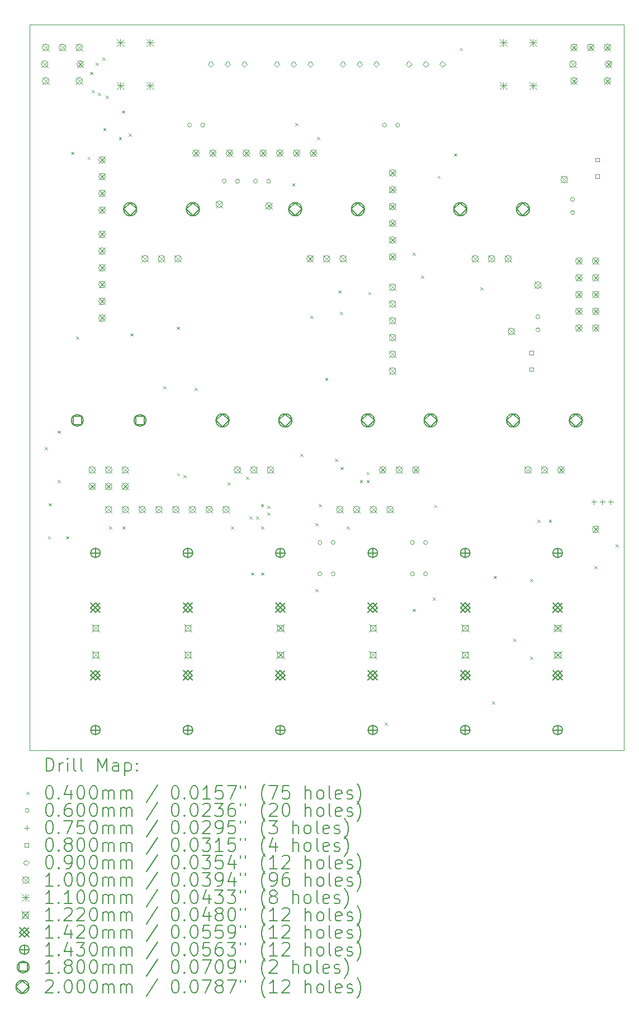
<source format=gbr>
%TF.GenerationSoftware,KiCad,Pcbnew,8.0.5*%
%TF.CreationDate,2024-11-24T11:32:18+01:00*%
%TF.ProjectId,wolkje,776f6c6b-6a65-42e6-9b69-6361645f7063,rev?*%
%TF.SameCoordinates,Original*%
%TF.FileFunction,Drillmap*%
%TF.FilePolarity,Positive*%
%FSLAX45Y45*%
G04 Gerber Fmt 4.5, Leading zero omitted, Abs format (unit mm)*
G04 Created by KiCad (PCBNEW 8.0.5) date 2024-11-24 11:32:18*
%MOMM*%
%LPD*%
G01*
G04 APERTURE LIST*
%ADD10C,0.100000*%
%ADD11C,0.200000*%
%ADD12C,0.110000*%
%ADD13C,0.122000*%
%ADD14C,0.142000*%
%ADD15C,0.143000*%
%ADD16C,0.180000*%
G04 APERTURE END LIST*
D10*
X5000000Y-5000000D02*
X14000000Y-5000000D01*
X14000000Y-16000000D01*
X5000000Y-16000000D01*
X5000000Y-5000000D01*
D11*
D10*
X5230000Y-11405000D02*
X5270000Y-11445000D01*
X5270000Y-11405000D02*
X5230000Y-11445000D01*
X5280000Y-12755000D02*
X5320000Y-12795000D01*
X5320000Y-12755000D02*
X5280000Y-12795000D01*
X5289500Y-12255000D02*
X5329500Y-12295000D01*
X5329500Y-12255000D02*
X5289500Y-12295000D01*
X5430000Y-11155000D02*
X5470000Y-11195000D01*
X5470000Y-11155000D02*
X5430000Y-11195000D01*
X5430000Y-11905000D02*
X5470000Y-11945000D01*
X5470000Y-11905000D02*
X5430000Y-11945000D01*
X5555000Y-12755000D02*
X5595000Y-12795000D01*
X5595000Y-12755000D02*
X5555000Y-12795000D01*
X5630000Y-6930000D02*
X5670000Y-6970000D01*
X5670000Y-6930000D02*
X5630000Y-6970000D01*
X5705000Y-9730000D02*
X5745000Y-9770000D01*
X5745000Y-9730000D02*
X5705000Y-9770000D01*
X5880000Y-7005000D02*
X5920000Y-7045000D01*
X5920000Y-7005000D02*
X5880000Y-7045000D01*
X5917500Y-5717500D02*
X5957500Y-5757500D01*
X5957500Y-5717500D02*
X5917500Y-5757500D01*
X5945533Y-5995533D02*
X5985533Y-6035533D01*
X5985533Y-5995533D02*
X5945533Y-6035533D01*
X6005000Y-5580000D02*
X6045000Y-5620000D01*
X6045000Y-5580000D02*
X6005000Y-5620000D01*
X6038122Y-6033314D02*
X6078122Y-6073314D01*
X6078122Y-6033314D02*
X6038122Y-6073314D01*
X6105000Y-5505000D02*
X6145000Y-5545000D01*
X6145000Y-5505000D02*
X6105000Y-5545000D01*
X6117500Y-6567500D02*
X6157500Y-6607500D01*
X6157500Y-6567500D02*
X6117500Y-6607500D01*
X6155000Y-6080000D02*
X6195000Y-6120000D01*
X6195000Y-6080000D02*
X6155000Y-6120000D01*
X6205000Y-12605000D02*
X6245000Y-12645000D01*
X6245000Y-12605000D02*
X6205000Y-12645000D01*
X6355000Y-6705000D02*
X6395000Y-6745000D01*
X6395000Y-6705000D02*
X6355000Y-6745000D01*
X6401967Y-6301967D02*
X6441967Y-6341967D01*
X6441967Y-6301967D02*
X6401967Y-6341967D01*
X6405000Y-12605000D02*
X6445000Y-12645000D01*
X6445000Y-12605000D02*
X6405000Y-12645000D01*
X6505000Y-6655000D02*
X6545000Y-6695000D01*
X6545000Y-6655000D02*
X6505000Y-6695000D01*
X6530000Y-9680000D02*
X6570000Y-9720000D01*
X6570000Y-9680000D02*
X6530000Y-9720000D01*
X7030000Y-10480000D02*
X7070000Y-10520000D01*
X7070000Y-10480000D02*
X7030000Y-10520000D01*
X7230000Y-9580000D02*
X7270000Y-9620000D01*
X7270000Y-9580000D02*
X7230000Y-9620000D01*
X7235450Y-11797437D02*
X7275450Y-11837437D01*
X7275450Y-11797437D02*
X7235450Y-11837437D01*
X7330000Y-11830000D02*
X7370000Y-11870000D01*
X7370000Y-11830000D02*
X7330000Y-11870000D01*
X7505000Y-10505000D02*
X7545000Y-10545000D01*
X7545000Y-10505000D02*
X7505000Y-10545000D01*
X7998934Y-11935000D02*
X8038934Y-11975000D01*
X8038934Y-11935000D02*
X7998934Y-11975000D01*
X8055000Y-12605000D02*
X8095000Y-12645000D01*
X8095000Y-12605000D02*
X8055000Y-12645000D01*
X8279829Y-11854865D02*
X8319829Y-11894865D01*
X8319829Y-11854865D02*
X8279829Y-11894865D01*
X8330000Y-12455000D02*
X8370000Y-12495000D01*
X8370000Y-12455000D02*
X8330000Y-12495000D01*
X8355000Y-13305000D02*
X8395000Y-13345000D01*
X8395000Y-13305000D02*
X8355000Y-13345000D01*
X8435000Y-12455000D02*
X8475000Y-12495000D01*
X8475000Y-12455000D02*
X8435000Y-12495000D01*
X8505000Y-12265000D02*
X8545000Y-12305000D01*
X8545000Y-12265000D02*
X8505000Y-12305000D01*
X8510000Y-12605000D02*
X8550000Y-12645000D01*
X8550000Y-12605000D02*
X8510000Y-12645000D01*
X8510000Y-13305000D02*
X8550000Y-13345000D01*
X8550000Y-13305000D02*
X8510000Y-13345000D01*
X8601362Y-12291730D02*
X8641362Y-12331730D01*
X8641362Y-12291730D02*
X8601362Y-12331730D01*
X8605480Y-12391646D02*
X8645480Y-12431646D01*
X8645480Y-12391646D02*
X8605480Y-12431646D01*
X8980000Y-7405000D02*
X9020000Y-7445000D01*
X9020000Y-7405000D02*
X8980000Y-7445000D01*
X9026000Y-6495000D02*
X9066000Y-6535000D01*
X9066000Y-6495000D02*
X9026000Y-6535000D01*
X9103750Y-11505000D02*
X9143750Y-11545000D01*
X9143750Y-11505000D02*
X9103750Y-11545000D01*
X9255000Y-9415000D02*
X9295000Y-9455000D01*
X9295000Y-9415000D02*
X9255000Y-9455000D01*
X9330000Y-12555000D02*
X9370000Y-12595000D01*
X9370000Y-12555000D02*
X9330000Y-12595000D01*
X9330000Y-13555000D02*
X9370000Y-13595000D01*
X9370000Y-13555000D02*
X9330000Y-13595000D01*
X9355000Y-6705000D02*
X9395000Y-6745000D01*
X9395000Y-6705000D02*
X9355000Y-6745000D01*
X9380000Y-12265000D02*
X9420000Y-12305000D01*
X9420000Y-12265000D02*
X9380000Y-12305000D01*
X9480000Y-10355000D02*
X9520000Y-10395000D01*
X9520000Y-10355000D02*
X9480000Y-10395000D01*
X9630000Y-11580000D02*
X9670000Y-11620000D01*
X9670000Y-11580000D02*
X9630000Y-11620000D01*
X9680000Y-9030000D02*
X9720000Y-9070000D01*
X9720000Y-9030000D02*
X9680000Y-9070000D01*
X9705000Y-9355000D02*
X9745000Y-9395000D01*
X9745000Y-9355000D02*
X9705000Y-9395000D01*
X9711250Y-11705000D02*
X9751250Y-11745000D01*
X9751250Y-11705000D02*
X9711250Y-11745000D01*
X9805000Y-12605000D02*
X9845000Y-12645000D01*
X9845000Y-12605000D02*
X9805000Y-12645000D01*
X10005000Y-11905000D02*
X10045000Y-11945000D01*
X10045000Y-11905000D02*
X10005000Y-11945000D01*
X10105000Y-11780000D02*
X10145000Y-11820000D01*
X10145000Y-11780000D02*
X10105000Y-11820000D01*
X10105000Y-11905000D02*
X10145000Y-11945000D01*
X10145000Y-11905000D02*
X10105000Y-11945000D01*
X10130000Y-9055000D02*
X10170000Y-9095000D01*
X10170000Y-9055000D02*
X10130000Y-9095000D01*
X10380000Y-15580000D02*
X10420000Y-15620000D01*
X10420000Y-15580000D02*
X10380000Y-15620000D01*
X10805000Y-8455000D02*
X10845000Y-8495000D01*
X10845000Y-8455000D02*
X10805000Y-8495000D01*
X10805000Y-13855000D02*
X10845000Y-13895000D01*
X10845000Y-13855000D02*
X10805000Y-13895000D01*
X10930000Y-8802500D02*
X10970000Y-8842500D01*
X10970000Y-8802500D02*
X10930000Y-8842500D01*
X11110000Y-13680000D02*
X11150000Y-13720000D01*
X11150000Y-13680000D02*
X11110000Y-13720000D01*
X11130000Y-12280000D02*
X11170000Y-12320000D01*
X11170000Y-12280000D02*
X11130000Y-12320000D01*
X11180000Y-7294000D02*
X11220000Y-7334000D01*
X11220000Y-7294000D02*
X11180000Y-7334000D01*
X11430000Y-6955000D02*
X11470000Y-6995000D01*
X11470000Y-6955000D02*
X11430000Y-6995000D01*
X11520000Y-5355000D02*
X11560000Y-5395000D01*
X11560000Y-5355000D02*
X11520000Y-5395000D01*
X11830000Y-8980000D02*
X11870000Y-9020000D01*
X11870000Y-8980000D02*
X11830000Y-9020000D01*
X12005000Y-15255000D02*
X12045000Y-15295000D01*
X12045000Y-15255000D02*
X12005000Y-15295000D01*
X12030000Y-13355000D02*
X12070000Y-13395000D01*
X12070000Y-13355000D02*
X12030000Y-13395000D01*
X12330000Y-14305000D02*
X12370000Y-14345000D01*
X12370000Y-14305000D02*
X12330000Y-14345000D01*
X12580000Y-13405000D02*
X12620000Y-13445000D01*
X12620000Y-13405000D02*
X12580000Y-13445000D01*
X12580000Y-14580000D02*
X12620000Y-14620000D01*
X12620000Y-14580000D02*
X12580000Y-14620000D01*
X12695000Y-12505000D02*
X12735000Y-12545000D01*
X12735000Y-12505000D02*
X12695000Y-12545000D01*
X12865000Y-12505000D02*
X12905000Y-12545000D01*
X12905000Y-12505000D02*
X12865000Y-12545000D01*
X13555000Y-13205000D02*
X13595000Y-13245000D01*
X13595000Y-13205000D02*
X13555000Y-13245000D01*
X13880000Y-12880000D02*
X13920000Y-12920000D01*
X13920000Y-12880000D02*
X13880000Y-12920000D01*
X7455000Y-6525000D02*
G75*
G02*
X7395000Y-6525000I-30000J0D01*
G01*
X7395000Y-6525000D02*
G75*
G02*
X7455000Y-6525000I30000J0D01*
G01*
X7655000Y-6525000D02*
G75*
G02*
X7595000Y-6525000I-30000J0D01*
G01*
X7595000Y-6525000D02*
G75*
G02*
X7655000Y-6525000I30000J0D01*
G01*
X7980000Y-7375000D02*
G75*
G02*
X7920000Y-7375000I-30000J0D01*
G01*
X7920000Y-7375000D02*
G75*
G02*
X7980000Y-7375000I30000J0D01*
G01*
X8180000Y-7375000D02*
G75*
G02*
X8120000Y-7375000I-30000J0D01*
G01*
X8120000Y-7375000D02*
G75*
G02*
X8180000Y-7375000I30000J0D01*
G01*
X8452260Y-7375000D02*
G75*
G02*
X8392260Y-7375000I-30000J0D01*
G01*
X8392260Y-7375000D02*
G75*
G02*
X8452260Y-7375000I30000J0D01*
G01*
X8652260Y-7375000D02*
G75*
G02*
X8592260Y-7375000I-30000J0D01*
G01*
X8592260Y-7375000D02*
G75*
G02*
X8652260Y-7375000I30000J0D01*
G01*
X9430000Y-12850000D02*
G75*
G02*
X9370000Y-12850000I-30000J0D01*
G01*
X9370000Y-12850000D02*
G75*
G02*
X9430000Y-12850000I30000J0D01*
G01*
X9430000Y-13325000D02*
G75*
G02*
X9370000Y-13325000I-30000J0D01*
G01*
X9370000Y-13325000D02*
G75*
G02*
X9430000Y-13325000I30000J0D01*
G01*
X9630000Y-12850000D02*
G75*
G02*
X9570000Y-12850000I-30000J0D01*
G01*
X9570000Y-12850000D02*
G75*
G02*
X9630000Y-12850000I30000J0D01*
G01*
X9630000Y-13325000D02*
G75*
G02*
X9570000Y-13325000I-30000J0D01*
G01*
X9570000Y-13325000D02*
G75*
G02*
X9630000Y-13325000I30000J0D01*
G01*
X10407740Y-6525000D02*
G75*
G02*
X10347740Y-6525000I-30000J0D01*
G01*
X10347740Y-6525000D02*
G75*
G02*
X10407740Y-6525000I30000J0D01*
G01*
X10607740Y-6525000D02*
G75*
G02*
X10547740Y-6525000I-30000J0D01*
G01*
X10547740Y-6525000D02*
G75*
G02*
X10607740Y-6525000I30000J0D01*
G01*
X10830000Y-12850000D02*
G75*
G02*
X10770000Y-12850000I-30000J0D01*
G01*
X10770000Y-12850000D02*
G75*
G02*
X10830000Y-12850000I30000J0D01*
G01*
X10830000Y-13325000D02*
G75*
G02*
X10770000Y-13325000I-30000J0D01*
G01*
X10770000Y-13325000D02*
G75*
G02*
X10830000Y-13325000I30000J0D01*
G01*
X11030000Y-12850000D02*
G75*
G02*
X10970000Y-12850000I-30000J0D01*
G01*
X10970000Y-12850000D02*
G75*
G02*
X11030000Y-12850000I30000J0D01*
G01*
X11030000Y-13325000D02*
G75*
G02*
X10970000Y-13325000I-30000J0D01*
G01*
X10970000Y-13325000D02*
G75*
G02*
X11030000Y-13325000I30000J0D01*
G01*
X12730000Y-9427740D02*
G75*
G02*
X12670000Y-9427740I-30000J0D01*
G01*
X12670000Y-9427740D02*
G75*
G02*
X12730000Y-9427740I30000J0D01*
G01*
X12730000Y-9627740D02*
G75*
G02*
X12670000Y-9627740I-30000J0D01*
G01*
X12670000Y-9627740D02*
G75*
G02*
X12730000Y-9627740I30000J0D01*
G01*
X13255000Y-7650000D02*
G75*
G02*
X13195000Y-7650000I-30000J0D01*
G01*
X13195000Y-7650000D02*
G75*
G02*
X13255000Y-7650000I30000J0D01*
G01*
X13255000Y-7850000D02*
G75*
G02*
X13195000Y-7850000I-30000J0D01*
G01*
X13195000Y-7850000D02*
G75*
G02*
X13255000Y-7850000I30000J0D01*
G01*
X13548000Y-12198500D02*
X13548000Y-12273500D01*
X13510500Y-12236000D02*
X13585500Y-12236000D01*
X13675000Y-12198500D02*
X13675000Y-12273500D01*
X13637500Y-12236000D02*
X13712500Y-12236000D01*
X13802000Y-12198500D02*
X13802000Y-12273500D01*
X13764500Y-12236000D02*
X13839500Y-12236000D01*
X12628284Y-10003285D02*
X12628284Y-9946716D01*
X12571715Y-9946716D01*
X12571715Y-10003285D01*
X12628284Y-10003285D01*
X12628284Y-10253285D02*
X12628284Y-10196716D01*
X12571715Y-10196716D01*
X12571715Y-10253285D01*
X12628284Y-10253285D01*
X13628284Y-7078284D02*
X13628284Y-7021715D01*
X13571715Y-7021715D01*
X13571715Y-7078284D01*
X13628284Y-7078284D01*
X13628284Y-7328284D02*
X13628284Y-7271715D01*
X13571715Y-7271715D01*
X13571715Y-7328284D01*
X13628284Y-7328284D01*
X7746000Y-5645000D02*
X7791000Y-5600000D01*
X7746000Y-5555000D01*
X7701000Y-5600000D01*
X7746000Y-5645000D01*
X8000000Y-5645000D02*
X8045000Y-5600000D01*
X8000000Y-5555000D01*
X7955000Y-5600000D01*
X8000000Y-5645000D01*
X8254000Y-5645000D02*
X8299000Y-5600000D01*
X8254000Y-5555000D01*
X8209000Y-5600000D01*
X8254000Y-5645000D01*
X8746000Y-5645000D02*
X8791000Y-5600000D01*
X8746000Y-5555000D01*
X8701000Y-5600000D01*
X8746000Y-5645000D01*
X9000000Y-5645000D02*
X9045000Y-5600000D01*
X9000000Y-5555000D01*
X8955000Y-5600000D01*
X9000000Y-5645000D01*
X9254000Y-5645000D02*
X9299000Y-5600000D01*
X9254000Y-5555000D01*
X9209000Y-5600000D01*
X9254000Y-5645000D01*
X9746000Y-5645000D02*
X9791000Y-5600000D01*
X9746000Y-5555000D01*
X9701000Y-5600000D01*
X9746000Y-5645000D01*
X10000000Y-5645000D02*
X10045000Y-5600000D01*
X10000000Y-5555000D01*
X9955000Y-5600000D01*
X10000000Y-5645000D01*
X10254000Y-5645000D02*
X10299000Y-5600000D01*
X10254000Y-5555000D01*
X10209000Y-5600000D01*
X10254000Y-5645000D01*
X10746000Y-5645000D02*
X10791000Y-5600000D01*
X10746000Y-5555000D01*
X10701000Y-5600000D01*
X10746000Y-5645000D01*
X11000000Y-5645000D02*
X11045000Y-5600000D01*
X11000000Y-5555000D01*
X10955000Y-5600000D01*
X11000000Y-5645000D01*
X11254000Y-5645000D02*
X11299000Y-5600000D01*
X11254000Y-5555000D01*
X11209000Y-5600000D01*
X11254000Y-5645000D01*
X5180000Y-5550000D02*
X5280000Y-5650000D01*
X5280000Y-5550000D02*
X5180000Y-5650000D01*
X5280000Y-5600000D02*
G75*
G02*
X5180000Y-5600000I-50000J0D01*
G01*
X5180000Y-5600000D02*
G75*
G02*
X5280000Y-5600000I50000J0D01*
G01*
X5196000Y-5296000D02*
X5296000Y-5396000D01*
X5296000Y-5296000D02*
X5196000Y-5396000D01*
X5296000Y-5346000D02*
G75*
G02*
X5196000Y-5346000I-50000J0D01*
G01*
X5196000Y-5346000D02*
G75*
G02*
X5296000Y-5346000I50000J0D01*
G01*
X5196000Y-5804000D02*
X5296000Y-5904000D01*
X5296000Y-5804000D02*
X5196000Y-5904000D01*
X5296000Y-5854000D02*
G75*
G02*
X5196000Y-5854000I-50000J0D01*
G01*
X5196000Y-5854000D02*
G75*
G02*
X5296000Y-5854000I50000J0D01*
G01*
X5450000Y-5296000D02*
X5550000Y-5396000D01*
X5550000Y-5296000D02*
X5450000Y-5396000D01*
X5550000Y-5346000D02*
G75*
G02*
X5450000Y-5346000I-50000J0D01*
G01*
X5450000Y-5346000D02*
G75*
G02*
X5550000Y-5346000I50000J0D01*
G01*
X5704000Y-5296000D02*
X5804000Y-5396000D01*
X5804000Y-5296000D02*
X5704000Y-5396000D01*
X5804000Y-5346000D02*
G75*
G02*
X5704000Y-5346000I-50000J0D01*
G01*
X5704000Y-5346000D02*
G75*
G02*
X5804000Y-5346000I50000J0D01*
G01*
X5704000Y-5804000D02*
X5804000Y-5904000D01*
X5804000Y-5804000D02*
X5704000Y-5904000D01*
X5804000Y-5854000D02*
G75*
G02*
X5704000Y-5854000I-50000J0D01*
G01*
X5704000Y-5854000D02*
G75*
G02*
X5804000Y-5854000I50000J0D01*
G01*
X5720000Y-5550000D02*
X5820000Y-5650000D01*
X5820000Y-5550000D02*
X5720000Y-5650000D01*
X5820000Y-5600000D02*
G75*
G02*
X5720000Y-5600000I-50000J0D01*
G01*
X5720000Y-5600000D02*
G75*
G02*
X5820000Y-5600000I50000J0D01*
G01*
X5900000Y-11700000D02*
X6000000Y-11800000D01*
X6000000Y-11700000D02*
X5900000Y-11800000D01*
X6000000Y-11750000D02*
G75*
G02*
X5900000Y-11750000I-50000J0D01*
G01*
X5900000Y-11750000D02*
G75*
G02*
X6000000Y-11750000I50000J0D01*
G01*
X5900000Y-11950000D02*
X6000000Y-12050000D01*
X6000000Y-11950000D02*
X5900000Y-12050000D01*
X6000000Y-12000000D02*
G75*
G02*
X5900000Y-12000000I-50000J0D01*
G01*
X5900000Y-12000000D02*
G75*
G02*
X6000000Y-12000000I50000J0D01*
G01*
X6050000Y-7000000D02*
X6150000Y-7100000D01*
X6150000Y-7000000D02*
X6050000Y-7100000D01*
X6150000Y-7050000D02*
G75*
G02*
X6050000Y-7050000I-50000J0D01*
G01*
X6050000Y-7050000D02*
G75*
G02*
X6150000Y-7050000I50000J0D01*
G01*
X6050000Y-7254000D02*
X6150000Y-7354000D01*
X6150000Y-7254000D02*
X6050000Y-7354000D01*
X6150000Y-7304000D02*
G75*
G02*
X6050000Y-7304000I-50000J0D01*
G01*
X6050000Y-7304000D02*
G75*
G02*
X6150000Y-7304000I50000J0D01*
G01*
X6050000Y-7508000D02*
X6150000Y-7608000D01*
X6150000Y-7508000D02*
X6050000Y-7608000D01*
X6150000Y-7558000D02*
G75*
G02*
X6050000Y-7558000I-50000J0D01*
G01*
X6050000Y-7558000D02*
G75*
G02*
X6150000Y-7558000I50000J0D01*
G01*
X6050000Y-7762000D02*
X6150000Y-7862000D01*
X6150000Y-7762000D02*
X6050000Y-7862000D01*
X6150000Y-7812000D02*
G75*
G02*
X6050000Y-7812000I-50000J0D01*
G01*
X6050000Y-7812000D02*
G75*
G02*
X6150000Y-7812000I50000J0D01*
G01*
X6050000Y-8130000D02*
X6150000Y-8230000D01*
X6150000Y-8130000D02*
X6050000Y-8230000D01*
X6150000Y-8180000D02*
G75*
G02*
X6050000Y-8180000I-50000J0D01*
G01*
X6050000Y-8180000D02*
G75*
G02*
X6150000Y-8180000I50000J0D01*
G01*
X6050000Y-8384000D02*
X6150000Y-8484000D01*
X6150000Y-8384000D02*
X6050000Y-8484000D01*
X6150000Y-8434000D02*
G75*
G02*
X6050000Y-8434000I-50000J0D01*
G01*
X6050000Y-8434000D02*
G75*
G02*
X6150000Y-8434000I50000J0D01*
G01*
X6050000Y-8638000D02*
X6150000Y-8738000D01*
X6150000Y-8638000D02*
X6050000Y-8738000D01*
X6150000Y-8688000D02*
G75*
G02*
X6050000Y-8688000I-50000J0D01*
G01*
X6050000Y-8688000D02*
G75*
G02*
X6150000Y-8688000I50000J0D01*
G01*
X6050000Y-8892000D02*
X6150000Y-8992000D01*
X6150000Y-8892000D02*
X6050000Y-8992000D01*
X6150000Y-8942000D02*
G75*
G02*
X6050000Y-8942000I-50000J0D01*
G01*
X6050000Y-8942000D02*
G75*
G02*
X6150000Y-8942000I50000J0D01*
G01*
X6050000Y-9146000D02*
X6150000Y-9246000D01*
X6150000Y-9146000D02*
X6050000Y-9246000D01*
X6150000Y-9196000D02*
G75*
G02*
X6050000Y-9196000I-50000J0D01*
G01*
X6050000Y-9196000D02*
G75*
G02*
X6150000Y-9196000I50000J0D01*
G01*
X6050000Y-9400000D02*
X6150000Y-9500000D01*
X6150000Y-9400000D02*
X6050000Y-9500000D01*
X6150000Y-9450000D02*
G75*
G02*
X6050000Y-9450000I-50000J0D01*
G01*
X6050000Y-9450000D02*
G75*
G02*
X6150000Y-9450000I50000J0D01*
G01*
X6150000Y-11700000D02*
X6250000Y-11800000D01*
X6250000Y-11700000D02*
X6150000Y-11800000D01*
X6250000Y-11750000D02*
G75*
G02*
X6150000Y-11750000I-50000J0D01*
G01*
X6150000Y-11750000D02*
G75*
G02*
X6250000Y-11750000I50000J0D01*
G01*
X6150000Y-11950000D02*
X6250000Y-12050000D01*
X6250000Y-11950000D02*
X6150000Y-12050000D01*
X6250000Y-12000000D02*
G75*
G02*
X6150000Y-12000000I-50000J0D01*
G01*
X6150000Y-12000000D02*
G75*
G02*
X6250000Y-12000000I50000J0D01*
G01*
X6150000Y-12300000D02*
X6250000Y-12400000D01*
X6250000Y-12300000D02*
X6150000Y-12400000D01*
X6250000Y-12350000D02*
G75*
G02*
X6150000Y-12350000I-50000J0D01*
G01*
X6150000Y-12350000D02*
G75*
G02*
X6250000Y-12350000I50000J0D01*
G01*
X6400000Y-11700000D02*
X6500000Y-11800000D01*
X6500000Y-11700000D02*
X6400000Y-11800000D01*
X6500000Y-11750000D02*
G75*
G02*
X6400000Y-11750000I-50000J0D01*
G01*
X6400000Y-11750000D02*
G75*
G02*
X6500000Y-11750000I50000J0D01*
G01*
X6400000Y-11950000D02*
X6500000Y-12050000D01*
X6500000Y-11950000D02*
X6400000Y-12050000D01*
X6500000Y-12000000D02*
G75*
G02*
X6400000Y-12000000I-50000J0D01*
G01*
X6400000Y-12000000D02*
G75*
G02*
X6500000Y-12000000I50000J0D01*
G01*
X6404000Y-12300000D02*
X6504000Y-12400000D01*
X6504000Y-12300000D02*
X6404000Y-12400000D01*
X6504000Y-12350000D02*
G75*
G02*
X6404000Y-12350000I-50000J0D01*
G01*
X6404000Y-12350000D02*
G75*
G02*
X6504000Y-12350000I50000J0D01*
G01*
X6658000Y-12300000D02*
X6758000Y-12400000D01*
X6758000Y-12300000D02*
X6658000Y-12400000D01*
X6758000Y-12350000D02*
G75*
G02*
X6658000Y-12350000I-50000J0D01*
G01*
X6658000Y-12350000D02*
G75*
G02*
X6758000Y-12350000I50000J0D01*
G01*
X6700000Y-8500000D02*
X6800000Y-8600000D01*
X6800000Y-8500000D02*
X6700000Y-8600000D01*
X6800000Y-8550000D02*
G75*
G02*
X6700000Y-8550000I-50000J0D01*
G01*
X6700000Y-8550000D02*
G75*
G02*
X6800000Y-8550000I50000J0D01*
G01*
X6912000Y-12300000D02*
X7012000Y-12400000D01*
X7012000Y-12300000D02*
X6912000Y-12400000D01*
X7012000Y-12350000D02*
G75*
G02*
X6912000Y-12350000I-50000J0D01*
G01*
X6912000Y-12350000D02*
G75*
G02*
X7012000Y-12350000I50000J0D01*
G01*
X6950000Y-8500000D02*
X7050000Y-8600000D01*
X7050000Y-8500000D02*
X6950000Y-8600000D01*
X7050000Y-8550000D02*
G75*
G02*
X6950000Y-8550000I-50000J0D01*
G01*
X6950000Y-8550000D02*
G75*
G02*
X7050000Y-8550000I50000J0D01*
G01*
X7166000Y-12300000D02*
X7266000Y-12400000D01*
X7266000Y-12300000D02*
X7166000Y-12400000D01*
X7266000Y-12350000D02*
G75*
G02*
X7166000Y-12350000I-50000J0D01*
G01*
X7166000Y-12350000D02*
G75*
G02*
X7266000Y-12350000I50000J0D01*
G01*
X7200000Y-8500000D02*
X7300000Y-8600000D01*
X7300000Y-8500000D02*
X7200000Y-8600000D01*
X7300000Y-8550000D02*
G75*
G02*
X7200000Y-8550000I-50000J0D01*
G01*
X7200000Y-8550000D02*
G75*
G02*
X7300000Y-8550000I50000J0D01*
G01*
X7420000Y-12300000D02*
X7520000Y-12400000D01*
X7520000Y-12300000D02*
X7420000Y-12400000D01*
X7520000Y-12350000D02*
G75*
G02*
X7420000Y-12350000I-50000J0D01*
G01*
X7420000Y-12350000D02*
G75*
G02*
X7520000Y-12350000I50000J0D01*
G01*
X7472000Y-6900000D02*
X7572000Y-7000000D01*
X7572000Y-6900000D02*
X7472000Y-7000000D01*
X7572000Y-6950000D02*
G75*
G02*
X7472000Y-6950000I-50000J0D01*
G01*
X7472000Y-6950000D02*
G75*
G02*
X7572000Y-6950000I50000J0D01*
G01*
X7674000Y-12300000D02*
X7774000Y-12400000D01*
X7774000Y-12300000D02*
X7674000Y-12400000D01*
X7774000Y-12350000D02*
G75*
G02*
X7674000Y-12350000I-50000J0D01*
G01*
X7674000Y-12350000D02*
G75*
G02*
X7774000Y-12350000I50000J0D01*
G01*
X7726000Y-6900000D02*
X7826000Y-7000000D01*
X7826000Y-6900000D02*
X7726000Y-7000000D01*
X7826000Y-6950000D02*
G75*
G02*
X7726000Y-6950000I-50000J0D01*
G01*
X7726000Y-6950000D02*
G75*
G02*
X7826000Y-6950000I50000J0D01*
G01*
X7825000Y-7675000D02*
X7925000Y-7775000D01*
X7925000Y-7675000D02*
X7825000Y-7775000D01*
X7925000Y-7725000D02*
G75*
G02*
X7825000Y-7725000I-50000J0D01*
G01*
X7825000Y-7725000D02*
G75*
G02*
X7925000Y-7725000I50000J0D01*
G01*
X7928000Y-12300000D02*
X8028000Y-12400000D01*
X8028000Y-12300000D02*
X7928000Y-12400000D01*
X8028000Y-12350000D02*
G75*
G02*
X7928000Y-12350000I-50000J0D01*
G01*
X7928000Y-12350000D02*
G75*
G02*
X8028000Y-12350000I50000J0D01*
G01*
X7980000Y-6900000D02*
X8080000Y-7000000D01*
X8080000Y-6900000D02*
X7980000Y-7000000D01*
X8080000Y-6950000D02*
G75*
G02*
X7980000Y-6950000I-50000J0D01*
G01*
X7980000Y-6950000D02*
G75*
G02*
X8080000Y-6950000I50000J0D01*
G01*
X8100000Y-11700000D02*
X8200000Y-11800000D01*
X8200000Y-11700000D02*
X8100000Y-11800000D01*
X8200000Y-11750000D02*
G75*
G02*
X8100000Y-11750000I-50000J0D01*
G01*
X8100000Y-11750000D02*
G75*
G02*
X8200000Y-11750000I50000J0D01*
G01*
X8234000Y-6900000D02*
X8334000Y-7000000D01*
X8334000Y-6900000D02*
X8234000Y-7000000D01*
X8334000Y-6950000D02*
G75*
G02*
X8234000Y-6950000I-50000J0D01*
G01*
X8234000Y-6950000D02*
G75*
G02*
X8334000Y-6950000I50000J0D01*
G01*
X8350000Y-11700000D02*
X8450000Y-11800000D01*
X8450000Y-11700000D02*
X8350000Y-11800000D01*
X8450000Y-11750000D02*
G75*
G02*
X8350000Y-11750000I-50000J0D01*
G01*
X8350000Y-11750000D02*
G75*
G02*
X8450000Y-11750000I50000J0D01*
G01*
X8488000Y-6900000D02*
X8588000Y-7000000D01*
X8588000Y-6900000D02*
X8488000Y-7000000D01*
X8588000Y-6950000D02*
G75*
G02*
X8488000Y-6950000I-50000J0D01*
G01*
X8488000Y-6950000D02*
G75*
G02*
X8588000Y-6950000I50000J0D01*
G01*
X8575000Y-7700000D02*
X8675000Y-7800000D01*
X8675000Y-7700000D02*
X8575000Y-7800000D01*
X8675000Y-7750000D02*
G75*
G02*
X8575000Y-7750000I-50000J0D01*
G01*
X8575000Y-7750000D02*
G75*
G02*
X8675000Y-7750000I50000J0D01*
G01*
X8600000Y-11700000D02*
X8700000Y-11800000D01*
X8700000Y-11700000D02*
X8600000Y-11800000D01*
X8700000Y-11750000D02*
G75*
G02*
X8600000Y-11750000I-50000J0D01*
G01*
X8600000Y-11750000D02*
G75*
G02*
X8700000Y-11750000I50000J0D01*
G01*
X8742000Y-6900000D02*
X8842000Y-7000000D01*
X8842000Y-6900000D02*
X8742000Y-7000000D01*
X8842000Y-6950000D02*
G75*
G02*
X8742000Y-6950000I-50000J0D01*
G01*
X8742000Y-6950000D02*
G75*
G02*
X8842000Y-6950000I50000J0D01*
G01*
X8996000Y-6900000D02*
X9096000Y-7000000D01*
X9096000Y-6900000D02*
X8996000Y-7000000D01*
X9096000Y-6950000D02*
G75*
G02*
X8996000Y-6950000I-50000J0D01*
G01*
X8996000Y-6950000D02*
G75*
G02*
X9096000Y-6950000I50000J0D01*
G01*
X9200000Y-8500000D02*
X9300000Y-8600000D01*
X9300000Y-8500000D02*
X9200000Y-8600000D01*
X9300000Y-8550000D02*
G75*
G02*
X9200000Y-8550000I-50000J0D01*
G01*
X9200000Y-8550000D02*
G75*
G02*
X9300000Y-8550000I50000J0D01*
G01*
X9250000Y-6900000D02*
X9350000Y-7000000D01*
X9350000Y-6900000D02*
X9250000Y-7000000D01*
X9350000Y-6950000D02*
G75*
G02*
X9250000Y-6950000I-50000J0D01*
G01*
X9250000Y-6950000D02*
G75*
G02*
X9350000Y-6950000I50000J0D01*
G01*
X9450000Y-8500000D02*
X9550000Y-8600000D01*
X9550000Y-8500000D02*
X9450000Y-8600000D01*
X9550000Y-8550000D02*
G75*
G02*
X9450000Y-8550000I-50000J0D01*
G01*
X9450000Y-8550000D02*
G75*
G02*
X9550000Y-8550000I50000J0D01*
G01*
X9650000Y-12300000D02*
X9750000Y-12400000D01*
X9750000Y-12300000D02*
X9650000Y-12400000D01*
X9750000Y-12350000D02*
G75*
G02*
X9650000Y-12350000I-50000J0D01*
G01*
X9650000Y-12350000D02*
G75*
G02*
X9750000Y-12350000I50000J0D01*
G01*
X9700000Y-8500000D02*
X9800000Y-8600000D01*
X9800000Y-8500000D02*
X9700000Y-8600000D01*
X9800000Y-8550000D02*
G75*
G02*
X9700000Y-8550000I-50000J0D01*
G01*
X9700000Y-8550000D02*
G75*
G02*
X9800000Y-8550000I50000J0D01*
G01*
X9904000Y-12300000D02*
X10004000Y-12400000D01*
X10004000Y-12300000D02*
X9904000Y-12400000D01*
X10004000Y-12350000D02*
G75*
G02*
X9904000Y-12350000I-50000J0D01*
G01*
X9904000Y-12350000D02*
G75*
G02*
X10004000Y-12350000I50000J0D01*
G01*
X10158000Y-12300000D02*
X10258000Y-12400000D01*
X10258000Y-12300000D02*
X10158000Y-12400000D01*
X10258000Y-12350000D02*
G75*
G02*
X10158000Y-12350000I-50000J0D01*
G01*
X10158000Y-12350000D02*
G75*
G02*
X10258000Y-12350000I50000J0D01*
G01*
X10300000Y-11700000D02*
X10400000Y-11800000D01*
X10400000Y-11700000D02*
X10300000Y-11800000D01*
X10400000Y-11750000D02*
G75*
G02*
X10300000Y-11750000I-50000J0D01*
G01*
X10300000Y-11750000D02*
G75*
G02*
X10400000Y-11750000I50000J0D01*
G01*
X10412000Y-12300000D02*
X10512000Y-12400000D01*
X10512000Y-12300000D02*
X10412000Y-12400000D01*
X10512000Y-12350000D02*
G75*
G02*
X10412000Y-12350000I-50000J0D01*
G01*
X10412000Y-12350000D02*
G75*
G02*
X10512000Y-12350000I50000J0D01*
G01*
X10450000Y-7200000D02*
X10550000Y-7300000D01*
X10550000Y-7200000D02*
X10450000Y-7300000D01*
X10550000Y-7250000D02*
G75*
G02*
X10450000Y-7250000I-50000J0D01*
G01*
X10450000Y-7250000D02*
G75*
G02*
X10550000Y-7250000I50000J0D01*
G01*
X10450000Y-7454000D02*
X10550000Y-7554000D01*
X10550000Y-7454000D02*
X10450000Y-7554000D01*
X10550000Y-7504000D02*
G75*
G02*
X10450000Y-7504000I-50000J0D01*
G01*
X10450000Y-7504000D02*
G75*
G02*
X10550000Y-7504000I50000J0D01*
G01*
X10450000Y-7708000D02*
X10550000Y-7808000D01*
X10550000Y-7708000D02*
X10450000Y-7808000D01*
X10550000Y-7758000D02*
G75*
G02*
X10450000Y-7758000I-50000J0D01*
G01*
X10450000Y-7758000D02*
G75*
G02*
X10550000Y-7758000I50000J0D01*
G01*
X10450000Y-7962000D02*
X10550000Y-8062000D01*
X10550000Y-7962000D02*
X10450000Y-8062000D01*
X10550000Y-8012000D02*
G75*
G02*
X10450000Y-8012000I-50000J0D01*
G01*
X10450000Y-8012000D02*
G75*
G02*
X10550000Y-8012000I50000J0D01*
G01*
X10450000Y-8216000D02*
X10550000Y-8316000D01*
X10550000Y-8216000D02*
X10450000Y-8316000D01*
X10550000Y-8266000D02*
G75*
G02*
X10450000Y-8266000I-50000J0D01*
G01*
X10450000Y-8266000D02*
G75*
G02*
X10550000Y-8266000I50000J0D01*
G01*
X10450000Y-8470000D02*
X10550000Y-8570000D01*
X10550000Y-8470000D02*
X10450000Y-8570000D01*
X10550000Y-8520000D02*
G75*
G02*
X10450000Y-8520000I-50000J0D01*
G01*
X10450000Y-8520000D02*
G75*
G02*
X10550000Y-8520000I50000J0D01*
G01*
X10450000Y-8930000D02*
X10550000Y-9030000D01*
X10550000Y-8930000D02*
X10450000Y-9030000D01*
X10550000Y-8980000D02*
G75*
G02*
X10450000Y-8980000I-50000J0D01*
G01*
X10450000Y-8980000D02*
G75*
G02*
X10550000Y-8980000I50000J0D01*
G01*
X10450000Y-9184000D02*
X10550000Y-9284000D01*
X10550000Y-9184000D02*
X10450000Y-9284000D01*
X10550000Y-9234000D02*
G75*
G02*
X10450000Y-9234000I-50000J0D01*
G01*
X10450000Y-9234000D02*
G75*
G02*
X10550000Y-9234000I50000J0D01*
G01*
X10450000Y-9438000D02*
X10550000Y-9538000D01*
X10550000Y-9438000D02*
X10450000Y-9538000D01*
X10550000Y-9488000D02*
G75*
G02*
X10450000Y-9488000I-50000J0D01*
G01*
X10450000Y-9488000D02*
G75*
G02*
X10550000Y-9488000I50000J0D01*
G01*
X10450000Y-9692000D02*
X10550000Y-9792000D01*
X10550000Y-9692000D02*
X10450000Y-9792000D01*
X10550000Y-9742000D02*
G75*
G02*
X10450000Y-9742000I-50000J0D01*
G01*
X10450000Y-9742000D02*
G75*
G02*
X10550000Y-9742000I50000J0D01*
G01*
X10450000Y-9946000D02*
X10550000Y-10046000D01*
X10550000Y-9946000D02*
X10450000Y-10046000D01*
X10550000Y-9996000D02*
G75*
G02*
X10450000Y-9996000I-50000J0D01*
G01*
X10450000Y-9996000D02*
G75*
G02*
X10550000Y-9996000I50000J0D01*
G01*
X10450000Y-10200000D02*
X10550000Y-10300000D01*
X10550000Y-10200000D02*
X10450000Y-10300000D01*
X10550000Y-10250000D02*
G75*
G02*
X10450000Y-10250000I-50000J0D01*
G01*
X10450000Y-10250000D02*
G75*
G02*
X10550000Y-10250000I50000J0D01*
G01*
X10550000Y-11700000D02*
X10650000Y-11800000D01*
X10650000Y-11700000D02*
X10550000Y-11800000D01*
X10650000Y-11750000D02*
G75*
G02*
X10550000Y-11750000I-50000J0D01*
G01*
X10550000Y-11750000D02*
G75*
G02*
X10650000Y-11750000I50000J0D01*
G01*
X10800000Y-11700000D02*
X10900000Y-11800000D01*
X10900000Y-11700000D02*
X10800000Y-11800000D01*
X10900000Y-11750000D02*
G75*
G02*
X10800000Y-11750000I-50000J0D01*
G01*
X10800000Y-11750000D02*
G75*
G02*
X10900000Y-11750000I50000J0D01*
G01*
X11700000Y-8500000D02*
X11800000Y-8600000D01*
X11800000Y-8500000D02*
X11700000Y-8600000D01*
X11800000Y-8550000D02*
G75*
G02*
X11700000Y-8550000I-50000J0D01*
G01*
X11700000Y-8550000D02*
G75*
G02*
X11800000Y-8550000I50000J0D01*
G01*
X11950000Y-8500000D02*
X12050000Y-8600000D01*
X12050000Y-8500000D02*
X11950000Y-8600000D01*
X12050000Y-8550000D02*
G75*
G02*
X11950000Y-8550000I-50000J0D01*
G01*
X11950000Y-8550000D02*
G75*
G02*
X12050000Y-8550000I50000J0D01*
G01*
X12200000Y-8500000D02*
X12300000Y-8600000D01*
X12300000Y-8500000D02*
X12200000Y-8600000D01*
X12300000Y-8550000D02*
G75*
G02*
X12200000Y-8550000I-50000J0D01*
G01*
X12200000Y-8550000D02*
G75*
G02*
X12300000Y-8550000I50000J0D01*
G01*
X12250000Y-9600000D02*
X12350000Y-9700000D01*
X12350000Y-9600000D02*
X12250000Y-9700000D01*
X12350000Y-9650000D02*
G75*
G02*
X12250000Y-9650000I-50000J0D01*
G01*
X12250000Y-9650000D02*
G75*
G02*
X12350000Y-9650000I50000J0D01*
G01*
X12500000Y-11700000D02*
X12600000Y-11800000D01*
X12600000Y-11700000D02*
X12500000Y-11800000D01*
X12600000Y-11750000D02*
G75*
G02*
X12500000Y-11750000I-50000J0D01*
G01*
X12500000Y-11750000D02*
G75*
G02*
X12600000Y-11750000I50000J0D01*
G01*
X12650000Y-8900000D02*
X12750000Y-9000000D01*
X12750000Y-8900000D02*
X12650000Y-9000000D01*
X12750000Y-8950000D02*
G75*
G02*
X12650000Y-8950000I-50000J0D01*
G01*
X12650000Y-8950000D02*
G75*
G02*
X12750000Y-8950000I50000J0D01*
G01*
X12750000Y-11700000D02*
X12850000Y-11800000D01*
X12850000Y-11700000D02*
X12750000Y-11800000D01*
X12850000Y-11750000D02*
G75*
G02*
X12750000Y-11750000I-50000J0D01*
G01*
X12750000Y-11750000D02*
G75*
G02*
X12850000Y-11750000I50000J0D01*
G01*
X13000000Y-11700000D02*
X13100000Y-11800000D01*
X13100000Y-11700000D02*
X13000000Y-11800000D01*
X13100000Y-11750000D02*
G75*
G02*
X13000000Y-11750000I-50000J0D01*
G01*
X13000000Y-11750000D02*
G75*
G02*
X13100000Y-11750000I50000J0D01*
G01*
X13050000Y-7300000D02*
X13150000Y-7400000D01*
X13150000Y-7300000D02*
X13050000Y-7400000D01*
X13150000Y-7350000D02*
G75*
G02*
X13050000Y-7350000I-50000J0D01*
G01*
X13050000Y-7350000D02*
G75*
G02*
X13150000Y-7350000I50000J0D01*
G01*
X13180000Y-5550000D02*
X13280000Y-5650000D01*
X13280000Y-5550000D02*
X13180000Y-5650000D01*
X13280000Y-5600000D02*
G75*
G02*
X13180000Y-5600000I-50000J0D01*
G01*
X13180000Y-5600000D02*
G75*
G02*
X13280000Y-5600000I50000J0D01*
G01*
X13196000Y-5296000D02*
X13296000Y-5396000D01*
X13296000Y-5296000D02*
X13196000Y-5396000D01*
X13296000Y-5346000D02*
G75*
G02*
X13196000Y-5346000I-50000J0D01*
G01*
X13196000Y-5346000D02*
G75*
G02*
X13296000Y-5346000I50000J0D01*
G01*
X13196000Y-5804000D02*
X13296000Y-5904000D01*
X13296000Y-5804000D02*
X13196000Y-5904000D01*
X13296000Y-5854000D02*
G75*
G02*
X13196000Y-5854000I-50000J0D01*
G01*
X13196000Y-5854000D02*
G75*
G02*
X13296000Y-5854000I50000J0D01*
G01*
X13271000Y-8534000D02*
X13371000Y-8634000D01*
X13371000Y-8534000D02*
X13271000Y-8634000D01*
X13371000Y-8584000D02*
G75*
G02*
X13271000Y-8584000I-50000J0D01*
G01*
X13271000Y-8584000D02*
G75*
G02*
X13371000Y-8584000I50000J0D01*
G01*
X13271000Y-8788000D02*
X13371000Y-8888000D01*
X13371000Y-8788000D02*
X13271000Y-8888000D01*
X13371000Y-8838000D02*
G75*
G02*
X13271000Y-8838000I-50000J0D01*
G01*
X13271000Y-8838000D02*
G75*
G02*
X13371000Y-8838000I50000J0D01*
G01*
X13271000Y-9042000D02*
X13371000Y-9142000D01*
X13371000Y-9042000D02*
X13271000Y-9142000D01*
X13371000Y-9092000D02*
G75*
G02*
X13271000Y-9092000I-50000J0D01*
G01*
X13271000Y-9092000D02*
G75*
G02*
X13371000Y-9092000I50000J0D01*
G01*
X13271000Y-9296000D02*
X13371000Y-9396000D01*
X13371000Y-9296000D02*
X13271000Y-9396000D01*
X13371000Y-9346000D02*
G75*
G02*
X13271000Y-9346000I-50000J0D01*
G01*
X13271000Y-9346000D02*
G75*
G02*
X13371000Y-9346000I50000J0D01*
G01*
X13271000Y-9550000D02*
X13371000Y-9650000D01*
X13371000Y-9550000D02*
X13271000Y-9650000D01*
X13371000Y-9600000D02*
G75*
G02*
X13271000Y-9600000I-50000J0D01*
G01*
X13271000Y-9600000D02*
G75*
G02*
X13371000Y-9600000I50000J0D01*
G01*
X13450000Y-5296000D02*
X13550000Y-5396000D01*
X13550000Y-5296000D02*
X13450000Y-5396000D01*
X13550000Y-5346000D02*
G75*
G02*
X13450000Y-5346000I-50000J0D01*
G01*
X13450000Y-5346000D02*
G75*
G02*
X13550000Y-5346000I50000J0D01*
G01*
X13525000Y-8534000D02*
X13625000Y-8634000D01*
X13625000Y-8534000D02*
X13525000Y-8634000D01*
X13625000Y-8584000D02*
G75*
G02*
X13525000Y-8584000I-50000J0D01*
G01*
X13525000Y-8584000D02*
G75*
G02*
X13625000Y-8584000I50000J0D01*
G01*
X13525000Y-8788000D02*
X13625000Y-8888000D01*
X13625000Y-8788000D02*
X13525000Y-8888000D01*
X13625000Y-8838000D02*
G75*
G02*
X13525000Y-8838000I-50000J0D01*
G01*
X13525000Y-8838000D02*
G75*
G02*
X13625000Y-8838000I50000J0D01*
G01*
X13525000Y-9042000D02*
X13625000Y-9142000D01*
X13625000Y-9042000D02*
X13525000Y-9142000D01*
X13625000Y-9092000D02*
G75*
G02*
X13525000Y-9092000I-50000J0D01*
G01*
X13525000Y-9092000D02*
G75*
G02*
X13625000Y-9092000I50000J0D01*
G01*
X13525000Y-9296000D02*
X13625000Y-9396000D01*
X13625000Y-9296000D02*
X13525000Y-9396000D01*
X13625000Y-9346000D02*
G75*
G02*
X13525000Y-9346000I-50000J0D01*
G01*
X13525000Y-9346000D02*
G75*
G02*
X13625000Y-9346000I50000J0D01*
G01*
X13525000Y-9550000D02*
X13625000Y-9650000D01*
X13625000Y-9550000D02*
X13525000Y-9650000D01*
X13625000Y-9600000D02*
G75*
G02*
X13525000Y-9600000I-50000J0D01*
G01*
X13525000Y-9600000D02*
G75*
G02*
X13625000Y-9600000I50000J0D01*
G01*
X13525000Y-12600000D02*
X13625000Y-12700000D01*
X13625000Y-12600000D02*
X13525000Y-12700000D01*
X13625000Y-12650000D02*
G75*
G02*
X13525000Y-12650000I-50000J0D01*
G01*
X13525000Y-12650000D02*
G75*
G02*
X13625000Y-12650000I50000J0D01*
G01*
X13704000Y-5296000D02*
X13804000Y-5396000D01*
X13804000Y-5296000D02*
X13704000Y-5396000D01*
X13804000Y-5346000D02*
G75*
G02*
X13704000Y-5346000I-50000J0D01*
G01*
X13704000Y-5346000D02*
G75*
G02*
X13804000Y-5346000I50000J0D01*
G01*
X13704000Y-5804000D02*
X13804000Y-5904000D01*
X13804000Y-5804000D02*
X13704000Y-5904000D01*
X13804000Y-5854000D02*
G75*
G02*
X13704000Y-5854000I-50000J0D01*
G01*
X13704000Y-5854000D02*
G75*
G02*
X13804000Y-5854000I50000J0D01*
G01*
X13720000Y-5550000D02*
X13820000Y-5650000D01*
X13820000Y-5550000D02*
X13720000Y-5650000D01*
X13820000Y-5600000D02*
G75*
G02*
X13720000Y-5600000I-50000J0D01*
G01*
X13720000Y-5600000D02*
G75*
G02*
X13820000Y-5600000I50000J0D01*
G01*
D12*
X6320000Y-5220000D02*
X6430000Y-5330000D01*
X6430000Y-5220000D02*
X6320000Y-5330000D01*
X6375000Y-5220000D02*
X6375000Y-5330000D01*
X6320000Y-5275000D02*
X6430000Y-5275000D01*
X6320000Y-5870000D02*
X6430000Y-5980000D01*
X6430000Y-5870000D02*
X6320000Y-5980000D01*
X6375000Y-5870000D02*
X6375000Y-5980000D01*
X6320000Y-5925000D02*
X6430000Y-5925000D01*
X6770000Y-5220000D02*
X6880000Y-5330000D01*
X6880000Y-5220000D02*
X6770000Y-5330000D01*
X6825000Y-5220000D02*
X6825000Y-5330000D01*
X6770000Y-5275000D02*
X6880000Y-5275000D01*
X6770000Y-5870000D02*
X6880000Y-5980000D01*
X6880000Y-5870000D02*
X6770000Y-5980000D01*
X6825000Y-5870000D02*
X6825000Y-5980000D01*
X6770000Y-5925000D02*
X6880000Y-5925000D01*
X12120000Y-5220000D02*
X12230000Y-5330000D01*
X12230000Y-5220000D02*
X12120000Y-5330000D01*
X12175000Y-5220000D02*
X12175000Y-5330000D01*
X12120000Y-5275000D02*
X12230000Y-5275000D01*
X12120000Y-5870000D02*
X12230000Y-5980000D01*
X12230000Y-5870000D02*
X12120000Y-5980000D01*
X12175000Y-5870000D02*
X12175000Y-5980000D01*
X12120000Y-5925000D02*
X12230000Y-5925000D01*
X12570000Y-5220000D02*
X12680000Y-5330000D01*
X12680000Y-5220000D02*
X12570000Y-5330000D01*
X12625000Y-5220000D02*
X12625000Y-5330000D01*
X12570000Y-5275000D02*
X12680000Y-5275000D01*
X12570000Y-5870000D02*
X12680000Y-5980000D01*
X12680000Y-5870000D02*
X12570000Y-5980000D01*
X12625000Y-5870000D02*
X12625000Y-5980000D01*
X12570000Y-5925000D02*
X12680000Y-5925000D01*
D13*
X5939000Y-14087000D02*
X6061000Y-14209000D01*
X6061000Y-14087000D02*
X5939000Y-14209000D01*
X6043134Y-14191134D02*
X6043134Y-14104866D01*
X5956866Y-14104866D01*
X5956866Y-14191134D01*
X6043134Y-14191134D01*
X5939000Y-14491000D02*
X6061000Y-14613000D01*
X6061000Y-14491000D02*
X5939000Y-14613000D01*
X6043134Y-14595134D02*
X6043134Y-14508866D01*
X5956866Y-14508866D01*
X5956866Y-14595134D01*
X6043134Y-14595134D01*
X7339000Y-14087000D02*
X7461000Y-14209000D01*
X7461000Y-14087000D02*
X7339000Y-14209000D01*
X7443134Y-14191134D02*
X7443134Y-14104866D01*
X7356866Y-14104866D01*
X7356866Y-14191134D01*
X7443134Y-14191134D01*
X7339000Y-14491000D02*
X7461000Y-14613000D01*
X7461000Y-14491000D02*
X7339000Y-14613000D01*
X7443134Y-14595134D02*
X7443134Y-14508866D01*
X7356866Y-14508866D01*
X7356866Y-14595134D01*
X7443134Y-14595134D01*
X8739000Y-14087000D02*
X8861000Y-14209000D01*
X8861000Y-14087000D02*
X8739000Y-14209000D01*
X8843134Y-14191134D02*
X8843134Y-14104866D01*
X8756866Y-14104866D01*
X8756866Y-14191134D01*
X8843134Y-14191134D01*
X8739000Y-14491000D02*
X8861000Y-14613000D01*
X8861000Y-14491000D02*
X8739000Y-14613000D01*
X8843134Y-14595134D02*
X8843134Y-14508866D01*
X8756866Y-14508866D01*
X8756866Y-14595134D01*
X8843134Y-14595134D01*
X10139000Y-14087000D02*
X10261000Y-14209000D01*
X10261000Y-14087000D02*
X10139000Y-14209000D01*
X10243134Y-14191134D02*
X10243134Y-14104866D01*
X10156866Y-14104866D01*
X10156866Y-14191134D01*
X10243134Y-14191134D01*
X10139000Y-14491000D02*
X10261000Y-14613000D01*
X10261000Y-14491000D02*
X10139000Y-14613000D01*
X10243134Y-14595134D02*
X10243134Y-14508866D01*
X10156866Y-14508866D01*
X10156866Y-14595134D01*
X10243134Y-14595134D01*
X11539000Y-14087000D02*
X11661000Y-14209000D01*
X11661000Y-14087000D02*
X11539000Y-14209000D01*
X11643134Y-14191134D02*
X11643134Y-14104866D01*
X11556866Y-14104866D01*
X11556866Y-14191134D01*
X11643134Y-14191134D01*
X11539000Y-14491000D02*
X11661000Y-14613000D01*
X11661000Y-14491000D02*
X11539000Y-14613000D01*
X11643134Y-14595134D02*
X11643134Y-14508866D01*
X11556866Y-14508866D01*
X11556866Y-14595134D01*
X11643134Y-14595134D01*
X12939000Y-14087000D02*
X13061000Y-14209000D01*
X13061000Y-14087000D02*
X12939000Y-14209000D01*
X13043134Y-14191134D02*
X13043134Y-14104866D01*
X12956866Y-14104866D01*
X12956866Y-14191134D01*
X13043134Y-14191134D01*
X12939000Y-14491000D02*
X13061000Y-14613000D01*
X13061000Y-14491000D02*
X12939000Y-14613000D01*
X13043134Y-14595134D02*
X13043134Y-14508866D01*
X12956866Y-14508866D01*
X12956866Y-14595134D01*
X13043134Y-14595134D01*
D14*
X5929000Y-13767000D02*
X6071000Y-13909000D01*
X6071000Y-13767000D02*
X5929000Y-13909000D01*
X6000000Y-13909000D02*
X6071000Y-13838000D01*
X6000000Y-13767000D01*
X5929000Y-13838000D01*
X6000000Y-13909000D01*
X5929000Y-14791000D02*
X6071000Y-14933000D01*
X6071000Y-14791000D02*
X5929000Y-14933000D01*
X6000000Y-14933000D02*
X6071000Y-14862000D01*
X6000000Y-14791000D01*
X5929000Y-14862000D01*
X6000000Y-14933000D01*
X7329000Y-13767000D02*
X7471000Y-13909000D01*
X7471000Y-13767000D02*
X7329000Y-13909000D01*
X7400000Y-13909000D02*
X7471000Y-13838000D01*
X7400000Y-13767000D01*
X7329000Y-13838000D01*
X7400000Y-13909000D01*
X7329000Y-14791000D02*
X7471000Y-14933000D01*
X7471000Y-14791000D02*
X7329000Y-14933000D01*
X7400000Y-14933000D02*
X7471000Y-14862000D01*
X7400000Y-14791000D01*
X7329000Y-14862000D01*
X7400000Y-14933000D01*
X8729000Y-13767000D02*
X8871000Y-13909000D01*
X8871000Y-13767000D02*
X8729000Y-13909000D01*
X8800000Y-13909000D02*
X8871000Y-13838000D01*
X8800000Y-13767000D01*
X8729000Y-13838000D01*
X8800000Y-13909000D01*
X8729000Y-14791000D02*
X8871000Y-14933000D01*
X8871000Y-14791000D02*
X8729000Y-14933000D01*
X8800000Y-14933000D02*
X8871000Y-14862000D01*
X8800000Y-14791000D01*
X8729000Y-14862000D01*
X8800000Y-14933000D01*
X10129000Y-13767000D02*
X10271000Y-13909000D01*
X10271000Y-13767000D02*
X10129000Y-13909000D01*
X10200000Y-13909000D02*
X10271000Y-13838000D01*
X10200000Y-13767000D01*
X10129000Y-13838000D01*
X10200000Y-13909000D01*
X10129000Y-14791000D02*
X10271000Y-14933000D01*
X10271000Y-14791000D02*
X10129000Y-14933000D01*
X10200000Y-14933000D02*
X10271000Y-14862000D01*
X10200000Y-14791000D01*
X10129000Y-14862000D01*
X10200000Y-14933000D01*
X11529000Y-13767000D02*
X11671000Y-13909000D01*
X11671000Y-13767000D02*
X11529000Y-13909000D01*
X11600000Y-13909000D02*
X11671000Y-13838000D01*
X11600000Y-13767000D01*
X11529000Y-13838000D01*
X11600000Y-13909000D01*
X11529000Y-14791000D02*
X11671000Y-14933000D01*
X11671000Y-14791000D02*
X11529000Y-14933000D01*
X11600000Y-14933000D02*
X11671000Y-14862000D01*
X11600000Y-14791000D01*
X11529000Y-14862000D01*
X11600000Y-14933000D01*
X12929000Y-13767000D02*
X13071000Y-13909000D01*
X13071000Y-13767000D02*
X12929000Y-13909000D01*
X13000000Y-13909000D02*
X13071000Y-13838000D01*
X13000000Y-13767000D01*
X12929000Y-13838000D01*
X13000000Y-13909000D01*
X12929000Y-14791000D02*
X13071000Y-14933000D01*
X13071000Y-14791000D02*
X12929000Y-14933000D01*
X13000000Y-14933000D02*
X13071000Y-14862000D01*
X13000000Y-14791000D01*
X12929000Y-14862000D01*
X13000000Y-14933000D01*
D15*
X6000000Y-12936500D02*
X6000000Y-13079500D01*
X5928500Y-13008000D02*
X6071500Y-13008000D01*
X6071500Y-13008000D02*
G75*
G02*
X5928500Y-13008000I-71500J0D01*
G01*
X5928500Y-13008000D02*
G75*
G02*
X6071500Y-13008000I71500J0D01*
G01*
X6000000Y-15620500D02*
X6000000Y-15763500D01*
X5928500Y-15692000D02*
X6071500Y-15692000D01*
X6071500Y-15692000D02*
G75*
G02*
X5928500Y-15692000I-71500J0D01*
G01*
X5928500Y-15692000D02*
G75*
G02*
X6071500Y-15692000I71500J0D01*
G01*
X7400000Y-12936500D02*
X7400000Y-13079500D01*
X7328500Y-13008000D02*
X7471500Y-13008000D01*
X7471500Y-13008000D02*
G75*
G02*
X7328500Y-13008000I-71500J0D01*
G01*
X7328500Y-13008000D02*
G75*
G02*
X7471500Y-13008000I71500J0D01*
G01*
X7400000Y-15620500D02*
X7400000Y-15763500D01*
X7328500Y-15692000D02*
X7471500Y-15692000D01*
X7471500Y-15692000D02*
G75*
G02*
X7328500Y-15692000I-71500J0D01*
G01*
X7328500Y-15692000D02*
G75*
G02*
X7471500Y-15692000I71500J0D01*
G01*
X8800000Y-12936500D02*
X8800000Y-13079500D01*
X8728500Y-13008000D02*
X8871500Y-13008000D01*
X8871500Y-13008000D02*
G75*
G02*
X8728500Y-13008000I-71500J0D01*
G01*
X8728500Y-13008000D02*
G75*
G02*
X8871500Y-13008000I71500J0D01*
G01*
X8800000Y-15620500D02*
X8800000Y-15763500D01*
X8728500Y-15692000D02*
X8871500Y-15692000D01*
X8871500Y-15692000D02*
G75*
G02*
X8728500Y-15692000I-71500J0D01*
G01*
X8728500Y-15692000D02*
G75*
G02*
X8871500Y-15692000I71500J0D01*
G01*
X10200000Y-12936500D02*
X10200000Y-13079500D01*
X10128500Y-13008000D02*
X10271500Y-13008000D01*
X10271500Y-13008000D02*
G75*
G02*
X10128500Y-13008000I-71500J0D01*
G01*
X10128500Y-13008000D02*
G75*
G02*
X10271500Y-13008000I71500J0D01*
G01*
X10200000Y-15620500D02*
X10200000Y-15763500D01*
X10128500Y-15692000D02*
X10271500Y-15692000D01*
X10271500Y-15692000D02*
G75*
G02*
X10128500Y-15692000I-71500J0D01*
G01*
X10128500Y-15692000D02*
G75*
G02*
X10271500Y-15692000I71500J0D01*
G01*
X11600000Y-12936500D02*
X11600000Y-13079500D01*
X11528500Y-13008000D02*
X11671500Y-13008000D01*
X11671500Y-13008000D02*
G75*
G02*
X11528500Y-13008000I-71500J0D01*
G01*
X11528500Y-13008000D02*
G75*
G02*
X11671500Y-13008000I71500J0D01*
G01*
X11600000Y-15620500D02*
X11600000Y-15763500D01*
X11528500Y-15692000D02*
X11671500Y-15692000D01*
X11671500Y-15692000D02*
G75*
G02*
X11528500Y-15692000I-71500J0D01*
G01*
X11528500Y-15692000D02*
G75*
G02*
X11671500Y-15692000I71500J0D01*
G01*
X13000000Y-12936500D02*
X13000000Y-13079500D01*
X12928500Y-13008000D02*
X13071500Y-13008000D01*
X13071500Y-13008000D02*
G75*
G02*
X12928500Y-13008000I-71500J0D01*
G01*
X12928500Y-13008000D02*
G75*
G02*
X13071500Y-13008000I71500J0D01*
G01*
X13000000Y-15620500D02*
X13000000Y-15763500D01*
X12928500Y-15692000D02*
X13071500Y-15692000D01*
X13071500Y-15692000D02*
G75*
G02*
X12928500Y-15692000I-71500J0D01*
G01*
X12928500Y-15692000D02*
G75*
G02*
X13071500Y-15692000I71500J0D01*
G01*
D16*
X5788640Y-11063640D02*
X5788640Y-10936360D01*
X5661360Y-10936360D01*
X5661360Y-11063640D01*
X5788640Y-11063640D01*
X5815000Y-11000000D02*
G75*
G02*
X5635000Y-11000000I-90000J0D01*
G01*
X5635000Y-11000000D02*
G75*
G02*
X5815000Y-11000000I90000J0D01*
G01*
X6738640Y-11063640D02*
X6738640Y-10936360D01*
X6611360Y-10936360D01*
X6611360Y-11063640D01*
X6738640Y-11063640D01*
X6765000Y-11000000D02*
G75*
G02*
X6585000Y-11000000I-90000J0D01*
G01*
X6585000Y-11000000D02*
G75*
G02*
X6765000Y-11000000I90000J0D01*
G01*
D11*
X6525000Y-7900000D02*
X6625000Y-7800000D01*
X6525000Y-7700000D01*
X6425000Y-7800000D01*
X6525000Y-7900000D01*
X6625000Y-7800000D02*
G75*
G02*
X6425000Y-7800000I-100000J0D01*
G01*
X6425000Y-7800000D02*
G75*
G02*
X6625000Y-7800000I100000J0D01*
G01*
X7475000Y-7900000D02*
X7575000Y-7800000D01*
X7475000Y-7700000D01*
X7375000Y-7800000D01*
X7475000Y-7900000D01*
X7575000Y-7800000D02*
G75*
G02*
X7375000Y-7800000I-100000J0D01*
G01*
X7375000Y-7800000D02*
G75*
G02*
X7575000Y-7800000I100000J0D01*
G01*
X7925000Y-11100000D02*
X8025000Y-11000000D01*
X7925000Y-10900000D01*
X7825000Y-11000000D01*
X7925000Y-11100000D01*
X8025000Y-11000000D02*
G75*
G02*
X7825000Y-11000000I-100000J0D01*
G01*
X7825000Y-11000000D02*
G75*
G02*
X8025000Y-11000000I100000J0D01*
G01*
X8875000Y-11100000D02*
X8975000Y-11000000D01*
X8875000Y-10900000D01*
X8775000Y-11000000D01*
X8875000Y-11100000D01*
X8975000Y-11000000D02*
G75*
G02*
X8775000Y-11000000I-100000J0D01*
G01*
X8775000Y-11000000D02*
G75*
G02*
X8975000Y-11000000I100000J0D01*
G01*
X9025000Y-7900000D02*
X9125000Y-7800000D01*
X9025000Y-7700000D01*
X8925000Y-7800000D01*
X9025000Y-7900000D01*
X9125000Y-7800000D02*
G75*
G02*
X8925000Y-7800000I-100000J0D01*
G01*
X8925000Y-7800000D02*
G75*
G02*
X9125000Y-7800000I100000J0D01*
G01*
X9975000Y-7900000D02*
X10075000Y-7800000D01*
X9975000Y-7700000D01*
X9875000Y-7800000D01*
X9975000Y-7900000D01*
X10075000Y-7800000D02*
G75*
G02*
X9875000Y-7800000I-100000J0D01*
G01*
X9875000Y-7800000D02*
G75*
G02*
X10075000Y-7800000I100000J0D01*
G01*
X10125000Y-11100000D02*
X10225000Y-11000000D01*
X10125000Y-10900000D01*
X10025000Y-11000000D01*
X10125000Y-11100000D01*
X10225000Y-11000000D02*
G75*
G02*
X10025000Y-11000000I-100000J0D01*
G01*
X10025000Y-11000000D02*
G75*
G02*
X10225000Y-11000000I100000J0D01*
G01*
X11075000Y-11100000D02*
X11175000Y-11000000D01*
X11075000Y-10900000D01*
X10975000Y-11000000D01*
X11075000Y-11100000D01*
X11175000Y-11000000D02*
G75*
G02*
X10975000Y-11000000I-100000J0D01*
G01*
X10975000Y-11000000D02*
G75*
G02*
X11175000Y-11000000I100000J0D01*
G01*
X11525000Y-7900000D02*
X11625000Y-7800000D01*
X11525000Y-7700000D01*
X11425000Y-7800000D01*
X11525000Y-7900000D01*
X11625000Y-7800000D02*
G75*
G02*
X11425000Y-7800000I-100000J0D01*
G01*
X11425000Y-7800000D02*
G75*
G02*
X11625000Y-7800000I100000J0D01*
G01*
X12325000Y-11100000D02*
X12425000Y-11000000D01*
X12325000Y-10900000D01*
X12225000Y-11000000D01*
X12325000Y-11100000D01*
X12425000Y-11000000D02*
G75*
G02*
X12225000Y-11000000I-100000J0D01*
G01*
X12225000Y-11000000D02*
G75*
G02*
X12425000Y-11000000I100000J0D01*
G01*
X12475000Y-7900000D02*
X12575000Y-7800000D01*
X12475000Y-7700000D01*
X12375000Y-7800000D01*
X12475000Y-7900000D01*
X12575000Y-7800000D02*
G75*
G02*
X12375000Y-7800000I-100000J0D01*
G01*
X12375000Y-7800000D02*
G75*
G02*
X12575000Y-7800000I100000J0D01*
G01*
X13275000Y-11100000D02*
X13375000Y-11000000D01*
X13275000Y-10900000D01*
X13175000Y-11000000D01*
X13275000Y-11100000D01*
X13375000Y-11000000D02*
G75*
G02*
X13175000Y-11000000I-100000J0D01*
G01*
X13175000Y-11000000D02*
G75*
G02*
X13375000Y-11000000I100000J0D01*
G01*
X5255777Y-16316484D02*
X5255777Y-16116484D01*
X5255777Y-16116484D02*
X5303396Y-16116484D01*
X5303396Y-16116484D02*
X5331967Y-16126008D01*
X5331967Y-16126008D02*
X5351015Y-16145055D01*
X5351015Y-16145055D02*
X5360539Y-16164103D01*
X5360539Y-16164103D02*
X5370063Y-16202198D01*
X5370063Y-16202198D02*
X5370063Y-16230769D01*
X5370063Y-16230769D02*
X5360539Y-16268865D01*
X5360539Y-16268865D02*
X5351015Y-16287912D01*
X5351015Y-16287912D02*
X5331967Y-16306960D01*
X5331967Y-16306960D02*
X5303396Y-16316484D01*
X5303396Y-16316484D02*
X5255777Y-16316484D01*
X5455777Y-16316484D02*
X5455777Y-16183150D01*
X5455777Y-16221246D02*
X5465301Y-16202198D01*
X5465301Y-16202198D02*
X5474824Y-16192674D01*
X5474824Y-16192674D02*
X5493872Y-16183150D01*
X5493872Y-16183150D02*
X5512920Y-16183150D01*
X5579586Y-16316484D02*
X5579586Y-16183150D01*
X5579586Y-16116484D02*
X5570063Y-16126008D01*
X5570063Y-16126008D02*
X5579586Y-16135531D01*
X5579586Y-16135531D02*
X5589110Y-16126008D01*
X5589110Y-16126008D02*
X5579586Y-16116484D01*
X5579586Y-16116484D02*
X5579586Y-16135531D01*
X5703396Y-16316484D02*
X5684348Y-16306960D01*
X5684348Y-16306960D02*
X5674824Y-16287912D01*
X5674824Y-16287912D02*
X5674824Y-16116484D01*
X5808158Y-16316484D02*
X5789110Y-16306960D01*
X5789110Y-16306960D02*
X5779586Y-16287912D01*
X5779586Y-16287912D02*
X5779586Y-16116484D01*
X6036729Y-16316484D02*
X6036729Y-16116484D01*
X6036729Y-16116484D02*
X6103396Y-16259341D01*
X6103396Y-16259341D02*
X6170062Y-16116484D01*
X6170062Y-16116484D02*
X6170062Y-16316484D01*
X6351015Y-16316484D02*
X6351015Y-16211722D01*
X6351015Y-16211722D02*
X6341491Y-16192674D01*
X6341491Y-16192674D02*
X6322443Y-16183150D01*
X6322443Y-16183150D02*
X6284348Y-16183150D01*
X6284348Y-16183150D02*
X6265301Y-16192674D01*
X6351015Y-16306960D02*
X6331967Y-16316484D01*
X6331967Y-16316484D02*
X6284348Y-16316484D01*
X6284348Y-16316484D02*
X6265301Y-16306960D01*
X6265301Y-16306960D02*
X6255777Y-16287912D01*
X6255777Y-16287912D02*
X6255777Y-16268865D01*
X6255777Y-16268865D02*
X6265301Y-16249817D01*
X6265301Y-16249817D02*
X6284348Y-16240293D01*
X6284348Y-16240293D02*
X6331967Y-16240293D01*
X6331967Y-16240293D02*
X6351015Y-16230769D01*
X6446253Y-16183150D02*
X6446253Y-16383150D01*
X6446253Y-16192674D02*
X6465301Y-16183150D01*
X6465301Y-16183150D02*
X6503396Y-16183150D01*
X6503396Y-16183150D02*
X6522443Y-16192674D01*
X6522443Y-16192674D02*
X6531967Y-16202198D01*
X6531967Y-16202198D02*
X6541491Y-16221246D01*
X6541491Y-16221246D02*
X6541491Y-16278388D01*
X6541491Y-16278388D02*
X6531967Y-16297436D01*
X6531967Y-16297436D02*
X6522443Y-16306960D01*
X6522443Y-16306960D02*
X6503396Y-16316484D01*
X6503396Y-16316484D02*
X6465301Y-16316484D01*
X6465301Y-16316484D02*
X6446253Y-16306960D01*
X6627205Y-16297436D02*
X6636729Y-16306960D01*
X6636729Y-16306960D02*
X6627205Y-16316484D01*
X6627205Y-16316484D02*
X6617682Y-16306960D01*
X6617682Y-16306960D02*
X6627205Y-16297436D01*
X6627205Y-16297436D02*
X6627205Y-16316484D01*
X6627205Y-16192674D02*
X6636729Y-16202198D01*
X6636729Y-16202198D02*
X6627205Y-16211722D01*
X6627205Y-16211722D02*
X6617682Y-16202198D01*
X6617682Y-16202198D02*
X6627205Y-16192674D01*
X6627205Y-16192674D02*
X6627205Y-16211722D01*
D10*
X4955000Y-16625000D02*
X4995000Y-16665000D01*
X4995000Y-16625000D02*
X4955000Y-16665000D01*
D11*
X5293872Y-16536484D02*
X5312920Y-16536484D01*
X5312920Y-16536484D02*
X5331967Y-16546008D01*
X5331967Y-16546008D02*
X5341491Y-16555531D01*
X5341491Y-16555531D02*
X5351015Y-16574579D01*
X5351015Y-16574579D02*
X5360539Y-16612674D01*
X5360539Y-16612674D02*
X5360539Y-16660293D01*
X5360539Y-16660293D02*
X5351015Y-16698388D01*
X5351015Y-16698388D02*
X5341491Y-16717436D01*
X5341491Y-16717436D02*
X5331967Y-16726960D01*
X5331967Y-16726960D02*
X5312920Y-16736484D01*
X5312920Y-16736484D02*
X5293872Y-16736484D01*
X5293872Y-16736484D02*
X5274824Y-16726960D01*
X5274824Y-16726960D02*
X5265301Y-16717436D01*
X5265301Y-16717436D02*
X5255777Y-16698388D01*
X5255777Y-16698388D02*
X5246253Y-16660293D01*
X5246253Y-16660293D02*
X5246253Y-16612674D01*
X5246253Y-16612674D02*
X5255777Y-16574579D01*
X5255777Y-16574579D02*
X5265301Y-16555531D01*
X5265301Y-16555531D02*
X5274824Y-16546008D01*
X5274824Y-16546008D02*
X5293872Y-16536484D01*
X5446253Y-16717436D02*
X5455777Y-16726960D01*
X5455777Y-16726960D02*
X5446253Y-16736484D01*
X5446253Y-16736484D02*
X5436729Y-16726960D01*
X5436729Y-16726960D02*
X5446253Y-16717436D01*
X5446253Y-16717436D02*
X5446253Y-16736484D01*
X5627205Y-16603150D02*
X5627205Y-16736484D01*
X5579586Y-16526960D02*
X5531967Y-16669817D01*
X5531967Y-16669817D02*
X5655777Y-16669817D01*
X5770062Y-16536484D02*
X5789110Y-16536484D01*
X5789110Y-16536484D02*
X5808158Y-16546008D01*
X5808158Y-16546008D02*
X5817682Y-16555531D01*
X5817682Y-16555531D02*
X5827205Y-16574579D01*
X5827205Y-16574579D02*
X5836729Y-16612674D01*
X5836729Y-16612674D02*
X5836729Y-16660293D01*
X5836729Y-16660293D02*
X5827205Y-16698388D01*
X5827205Y-16698388D02*
X5817682Y-16717436D01*
X5817682Y-16717436D02*
X5808158Y-16726960D01*
X5808158Y-16726960D02*
X5789110Y-16736484D01*
X5789110Y-16736484D02*
X5770062Y-16736484D01*
X5770062Y-16736484D02*
X5751015Y-16726960D01*
X5751015Y-16726960D02*
X5741491Y-16717436D01*
X5741491Y-16717436D02*
X5731967Y-16698388D01*
X5731967Y-16698388D02*
X5722443Y-16660293D01*
X5722443Y-16660293D02*
X5722443Y-16612674D01*
X5722443Y-16612674D02*
X5731967Y-16574579D01*
X5731967Y-16574579D02*
X5741491Y-16555531D01*
X5741491Y-16555531D02*
X5751015Y-16546008D01*
X5751015Y-16546008D02*
X5770062Y-16536484D01*
X5960539Y-16536484D02*
X5979586Y-16536484D01*
X5979586Y-16536484D02*
X5998634Y-16546008D01*
X5998634Y-16546008D02*
X6008158Y-16555531D01*
X6008158Y-16555531D02*
X6017682Y-16574579D01*
X6017682Y-16574579D02*
X6027205Y-16612674D01*
X6027205Y-16612674D02*
X6027205Y-16660293D01*
X6027205Y-16660293D02*
X6017682Y-16698388D01*
X6017682Y-16698388D02*
X6008158Y-16717436D01*
X6008158Y-16717436D02*
X5998634Y-16726960D01*
X5998634Y-16726960D02*
X5979586Y-16736484D01*
X5979586Y-16736484D02*
X5960539Y-16736484D01*
X5960539Y-16736484D02*
X5941491Y-16726960D01*
X5941491Y-16726960D02*
X5931967Y-16717436D01*
X5931967Y-16717436D02*
X5922443Y-16698388D01*
X5922443Y-16698388D02*
X5912920Y-16660293D01*
X5912920Y-16660293D02*
X5912920Y-16612674D01*
X5912920Y-16612674D02*
X5922443Y-16574579D01*
X5922443Y-16574579D02*
X5931967Y-16555531D01*
X5931967Y-16555531D02*
X5941491Y-16546008D01*
X5941491Y-16546008D02*
X5960539Y-16536484D01*
X6112920Y-16736484D02*
X6112920Y-16603150D01*
X6112920Y-16622198D02*
X6122443Y-16612674D01*
X6122443Y-16612674D02*
X6141491Y-16603150D01*
X6141491Y-16603150D02*
X6170063Y-16603150D01*
X6170063Y-16603150D02*
X6189110Y-16612674D01*
X6189110Y-16612674D02*
X6198634Y-16631722D01*
X6198634Y-16631722D02*
X6198634Y-16736484D01*
X6198634Y-16631722D02*
X6208158Y-16612674D01*
X6208158Y-16612674D02*
X6227205Y-16603150D01*
X6227205Y-16603150D02*
X6255777Y-16603150D01*
X6255777Y-16603150D02*
X6274824Y-16612674D01*
X6274824Y-16612674D02*
X6284348Y-16631722D01*
X6284348Y-16631722D02*
X6284348Y-16736484D01*
X6379586Y-16736484D02*
X6379586Y-16603150D01*
X6379586Y-16622198D02*
X6389110Y-16612674D01*
X6389110Y-16612674D02*
X6408158Y-16603150D01*
X6408158Y-16603150D02*
X6436729Y-16603150D01*
X6436729Y-16603150D02*
X6455777Y-16612674D01*
X6455777Y-16612674D02*
X6465301Y-16631722D01*
X6465301Y-16631722D02*
X6465301Y-16736484D01*
X6465301Y-16631722D02*
X6474824Y-16612674D01*
X6474824Y-16612674D02*
X6493872Y-16603150D01*
X6493872Y-16603150D02*
X6522443Y-16603150D01*
X6522443Y-16603150D02*
X6541491Y-16612674D01*
X6541491Y-16612674D02*
X6551015Y-16631722D01*
X6551015Y-16631722D02*
X6551015Y-16736484D01*
X6941491Y-16526960D02*
X6770063Y-16784103D01*
X7198634Y-16536484D02*
X7217682Y-16536484D01*
X7217682Y-16536484D02*
X7236729Y-16546008D01*
X7236729Y-16546008D02*
X7246253Y-16555531D01*
X7246253Y-16555531D02*
X7255777Y-16574579D01*
X7255777Y-16574579D02*
X7265301Y-16612674D01*
X7265301Y-16612674D02*
X7265301Y-16660293D01*
X7265301Y-16660293D02*
X7255777Y-16698388D01*
X7255777Y-16698388D02*
X7246253Y-16717436D01*
X7246253Y-16717436D02*
X7236729Y-16726960D01*
X7236729Y-16726960D02*
X7217682Y-16736484D01*
X7217682Y-16736484D02*
X7198634Y-16736484D01*
X7198634Y-16736484D02*
X7179586Y-16726960D01*
X7179586Y-16726960D02*
X7170063Y-16717436D01*
X7170063Y-16717436D02*
X7160539Y-16698388D01*
X7160539Y-16698388D02*
X7151015Y-16660293D01*
X7151015Y-16660293D02*
X7151015Y-16612674D01*
X7151015Y-16612674D02*
X7160539Y-16574579D01*
X7160539Y-16574579D02*
X7170063Y-16555531D01*
X7170063Y-16555531D02*
X7179586Y-16546008D01*
X7179586Y-16546008D02*
X7198634Y-16536484D01*
X7351015Y-16717436D02*
X7360539Y-16726960D01*
X7360539Y-16726960D02*
X7351015Y-16736484D01*
X7351015Y-16736484D02*
X7341491Y-16726960D01*
X7341491Y-16726960D02*
X7351015Y-16717436D01*
X7351015Y-16717436D02*
X7351015Y-16736484D01*
X7484348Y-16536484D02*
X7503396Y-16536484D01*
X7503396Y-16536484D02*
X7522444Y-16546008D01*
X7522444Y-16546008D02*
X7531967Y-16555531D01*
X7531967Y-16555531D02*
X7541491Y-16574579D01*
X7541491Y-16574579D02*
X7551015Y-16612674D01*
X7551015Y-16612674D02*
X7551015Y-16660293D01*
X7551015Y-16660293D02*
X7541491Y-16698388D01*
X7541491Y-16698388D02*
X7531967Y-16717436D01*
X7531967Y-16717436D02*
X7522444Y-16726960D01*
X7522444Y-16726960D02*
X7503396Y-16736484D01*
X7503396Y-16736484D02*
X7484348Y-16736484D01*
X7484348Y-16736484D02*
X7465301Y-16726960D01*
X7465301Y-16726960D02*
X7455777Y-16717436D01*
X7455777Y-16717436D02*
X7446253Y-16698388D01*
X7446253Y-16698388D02*
X7436729Y-16660293D01*
X7436729Y-16660293D02*
X7436729Y-16612674D01*
X7436729Y-16612674D02*
X7446253Y-16574579D01*
X7446253Y-16574579D02*
X7455777Y-16555531D01*
X7455777Y-16555531D02*
X7465301Y-16546008D01*
X7465301Y-16546008D02*
X7484348Y-16536484D01*
X7741491Y-16736484D02*
X7627206Y-16736484D01*
X7684348Y-16736484D02*
X7684348Y-16536484D01*
X7684348Y-16536484D02*
X7665301Y-16565055D01*
X7665301Y-16565055D02*
X7646253Y-16584103D01*
X7646253Y-16584103D02*
X7627206Y-16593627D01*
X7922444Y-16536484D02*
X7827206Y-16536484D01*
X7827206Y-16536484D02*
X7817682Y-16631722D01*
X7817682Y-16631722D02*
X7827206Y-16622198D01*
X7827206Y-16622198D02*
X7846253Y-16612674D01*
X7846253Y-16612674D02*
X7893872Y-16612674D01*
X7893872Y-16612674D02*
X7912920Y-16622198D01*
X7912920Y-16622198D02*
X7922444Y-16631722D01*
X7922444Y-16631722D02*
X7931967Y-16650769D01*
X7931967Y-16650769D02*
X7931967Y-16698388D01*
X7931967Y-16698388D02*
X7922444Y-16717436D01*
X7922444Y-16717436D02*
X7912920Y-16726960D01*
X7912920Y-16726960D02*
X7893872Y-16736484D01*
X7893872Y-16736484D02*
X7846253Y-16736484D01*
X7846253Y-16736484D02*
X7827206Y-16726960D01*
X7827206Y-16726960D02*
X7817682Y-16717436D01*
X7998634Y-16536484D02*
X8131967Y-16536484D01*
X8131967Y-16536484D02*
X8046253Y-16736484D01*
X8198634Y-16536484D02*
X8198634Y-16574579D01*
X8274825Y-16536484D02*
X8274825Y-16574579D01*
X8570063Y-16812674D02*
X8560539Y-16803150D01*
X8560539Y-16803150D02*
X8541491Y-16774579D01*
X8541491Y-16774579D02*
X8531968Y-16755531D01*
X8531968Y-16755531D02*
X8522444Y-16726960D01*
X8522444Y-16726960D02*
X8512920Y-16679341D01*
X8512920Y-16679341D02*
X8512920Y-16641246D01*
X8512920Y-16641246D02*
X8522444Y-16593627D01*
X8522444Y-16593627D02*
X8531968Y-16565055D01*
X8531968Y-16565055D02*
X8541491Y-16546008D01*
X8541491Y-16546008D02*
X8560539Y-16517436D01*
X8560539Y-16517436D02*
X8570063Y-16507912D01*
X8627206Y-16536484D02*
X8760539Y-16536484D01*
X8760539Y-16536484D02*
X8674825Y-16736484D01*
X8931968Y-16536484D02*
X8836730Y-16536484D01*
X8836730Y-16536484D02*
X8827206Y-16631722D01*
X8827206Y-16631722D02*
X8836730Y-16622198D01*
X8836730Y-16622198D02*
X8855777Y-16612674D01*
X8855777Y-16612674D02*
X8903396Y-16612674D01*
X8903396Y-16612674D02*
X8922444Y-16622198D01*
X8922444Y-16622198D02*
X8931968Y-16631722D01*
X8931968Y-16631722D02*
X8941491Y-16650769D01*
X8941491Y-16650769D02*
X8941491Y-16698388D01*
X8941491Y-16698388D02*
X8931968Y-16717436D01*
X8931968Y-16717436D02*
X8922444Y-16726960D01*
X8922444Y-16726960D02*
X8903396Y-16736484D01*
X8903396Y-16736484D02*
X8855777Y-16736484D01*
X8855777Y-16736484D02*
X8836730Y-16726960D01*
X8836730Y-16726960D02*
X8827206Y-16717436D01*
X9179587Y-16736484D02*
X9179587Y-16536484D01*
X9265301Y-16736484D02*
X9265301Y-16631722D01*
X9265301Y-16631722D02*
X9255777Y-16612674D01*
X9255777Y-16612674D02*
X9236730Y-16603150D01*
X9236730Y-16603150D02*
X9208158Y-16603150D01*
X9208158Y-16603150D02*
X9189111Y-16612674D01*
X9189111Y-16612674D02*
X9179587Y-16622198D01*
X9389111Y-16736484D02*
X9370063Y-16726960D01*
X9370063Y-16726960D02*
X9360539Y-16717436D01*
X9360539Y-16717436D02*
X9351015Y-16698388D01*
X9351015Y-16698388D02*
X9351015Y-16641246D01*
X9351015Y-16641246D02*
X9360539Y-16622198D01*
X9360539Y-16622198D02*
X9370063Y-16612674D01*
X9370063Y-16612674D02*
X9389111Y-16603150D01*
X9389111Y-16603150D02*
X9417682Y-16603150D01*
X9417682Y-16603150D02*
X9436730Y-16612674D01*
X9436730Y-16612674D02*
X9446253Y-16622198D01*
X9446253Y-16622198D02*
X9455777Y-16641246D01*
X9455777Y-16641246D02*
X9455777Y-16698388D01*
X9455777Y-16698388D02*
X9446253Y-16717436D01*
X9446253Y-16717436D02*
X9436730Y-16726960D01*
X9436730Y-16726960D02*
X9417682Y-16736484D01*
X9417682Y-16736484D02*
X9389111Y-16736484D01*
X9570063Y-16736484D02*
X9551015Y-16726960D01*
X9551015Y-16726960D02*
X9541492Y-16707912D01*
X9541492Y-16707912D02*
X9541492Y-16536484D01*
X9722444Y-16726960D02*
X9703396Y-16736484D01*
X9703396Y-16736484D02*
X9665301Y-16736484D01*
X9665301Y-16736484D02*
X9646253Y-16726960D01*
X9646253Y-16726960D02*
X9636730Y-16707912D01*
X9636730Y-16707912D02*
X9636730Y-16631722D01*
X9636730Y-16631722D02*
X9646253Y-16612674D01*
X9646253Y-16612674D02*
X9665301Y-16603150D01*
X9665301Y-16603150D02*
X9703396Y-16603150D01*
X9703396Y-16603150D02*
X9722444Y-16612674D01*
X9722444Y-16612674D02*
X9731968Y-16631722D01*
X9731968Y-16631722D02*
X9731968Y-16650769D01*
X9731968Y-16650769D02*
X9636730Y-16669817D01*
X9808158Y-16726960D02*
X9827206Y-16736484D01*
X9827206Y-16736484D02*
X9865301Y-16736484D01*
X9865301Y-16736484D02*
X9884349Y-16726960D01*
X9884349Y-16726960D02*
X9893873Y-16707912D01*
X9893873Y-16707912D02*
X9893873Y-16698388D01*
X9893873Y-16698388D02*
X9884349Y-16679341D01*
X9884349Y-16679341D02*
X9865301Y-16669817D01*
X9865301Y-16669817D02*
X9836730Y-16669817D01*
X9836730Y-16669817D02*
X9817682Y-16660293D01*
X9817682Y-16660293D02*
X9808158Y-16641246D01*
X9808158Y-16641246D02*
X9808158Y-16631722D01*
X9808158Y-16631722D02*
X9817682Y-16612674D01*
X9817682Y-16612674D02*
X9836730Y-16603150D01*
X9836730Y-16603150D02*
X9865301Y-16603150D01*
X9865301Y-16603150D02*
X9884349Y-16612674D01*
X9960539Y-16812674D02*
X9970063Y-16803150D01*
X9970063Y-16803150D02*
X9989111Y-16774579D01*
X9989111Y-16774579D02*
X9998634Y-16755531D01*
X9998634Y-16755531D02*
X10008158Y-16726960D01*
X10008158Y-16726960D02*
X10017682Y-16679341D01*
X10017682Y-16679341D02*
X10017682Y-16641246D01*
X10017682Y-16641246D02*
X10008158Y-16593627D01*
X10008158Y-16593627D02*
X9998634Y-16565055D01*
X9998634Y-16565055D02*
X9989111Y-16546008D01*
X9989111Y-16546008D02*
X9970063Y-16517436D01*
X9970063Y-16517436D02*
X9960539Y-16507912D01*
D10*
X4995000Y-16909000D02*
G75*
G02*
X4935000Y-16909000I-30000J0D01*
G01*
X4935000Y-16909000D02*
G75*
G02*
X4995000Y-16909000I30000J0D01*
G01*
D11*
X5293872Y-16800484D02*
X5312920Y-16800484D01*
X5312920Y-16800484D02*
X5331967Y-16810008D01*
X5331967Y-16810008D02*
X5341491Y-16819531D01*
X5341491Y-16819531D02*
X5351015Y-16838579D01*
X5351015Y-16838579D02*
X5360539Y-16876674D01*
X5360539Y-16876674D02*
X5360539Y-16924293D01*
X5360539Y-16924293D02*
X5351015Y-16962389D01*
X5351015Y-16962389D02*
X5341491Y-16981436D01*
X5341491Y-16981436D02*
X5331967Y-16990960D01*
X5331967Y-16990960D02*
X5312920Y-17000484D01*
X5312920Y-17000484D02*
X5293872Y-17000484D01*
X5293872Y-17000484D02*
X5274824Y-16990960D01*
X5274824Y-16990960D02*
X5265301Y-16981436D01*
X5265301Y-16981436D02*
X5255777Y-16962389D01*
X5255777Y-16962389D02*
X5246253Y-16924293D01*
X5246253Y-16924293D02*
X5246253Y-16876674D01*
X5246253Y-16876674D02*
X5255777Y-16838579D01*
X5255777Y-16838579D02*
X5265301Y-16819531D01*
X5265301Y-16819531D02*
X5274824Y-16810008D01*
X5274824Y-16810008D02*
X5293872Y-16800484D01*
X5446253Y-16981436D02*
X5455777Y-16990960D01*
X5455777Y-16990960D02*
X5446253Y-17000484D01*
X5446253Y-17000484D02*
X5436729Y-16990960D01*
X5436729Y-16990960D02*
X5446253Y-16981436D01*
X5446253Y-16981436D02*
X5446253Y-17000484D01*
X5627205Y-16800484D02*
X5589110Y-16800484D01*
X5589110Y-16800484D02*
X5570063Y-16810008D01*
X5570063Y-16810008D02*
X5560539Y-16819531D01*
X5560539Y-16819531D02*
X5541491Y-16848103D01*
X5541491Y-16848103D02*
X5531967Y-16886198D01*
X5531967Y-16886198D02*
X5531967Y-16962389D01*
X5531967Y-16962389D02*
X5541491Y-16981436D01*
X5541491Y-16981436D02*
X5551015Y-16990960D01*
X5551015Y-16990960D02*
X5570063Y-17000484D01*
X5570063Y-17000484D02*
X5608158Y-17000484D01*
X5608158Y-17000484D02*
X5627205Y-16990960D01*
X5627205Y-16990960D02*
X5636729Y-16981436D01*
X5636729Y-16981436D02*
X5646253Y-16962389D01*
X5646253Y-16962389D02*
X5646253Y-16914770D01*
X5646253Y-16914770D02*
X5636729Y-16895722D01*
X5636729Y-16895722D02*
X5627205Y-16886198D01*
X5627205Y-16886198D02*
X5608158Y-16876674D01*
X5608158Y-16876674D02*
X5570063Y-16876674D01*
X5570063Y-16876674D02*
X5551015Y-16886198D01*
X5551015Y-16886198D02*
X5541491Y-16895722D01*
X5541491Y-16895722D02*
X5531967Y-16914770D01*
X5770062Y-16800484D02*
X5789110Y-16800484D01*
X5789110Y-16800484D02*
X5808158Y-16810008D01*
X5808158Y-16810008D02*
X5817682Y-16819531D01*
X5817682Y-16819531D02*
X5827205Y-16838579D01*
X5827205Y-16838579D02*
X5836729Y-16876674D01*
X5836729Y-16876674D02*
X5836729Y-16924293D01*
X5836729Y-16924293D02*
X5827205Y-16962389D01*
X5827205Y-16962389D02*
X5817682Y-16981436D01*
X5817682Y-16981436D02*
X5808158Y-16990960D01*
X5808158Y-16990960D02*
X5789110Y-17000484D01*
X5789110Y-17000484D02*
X5770062Y-17000484D01*
X5770062Y-17000484D02*
X5751015Y-16990960D01*
X5751015Y-16990960D02*
X5741491Y-16981436D01*
X5741491Y-16981436D02*
X5731967Y-16962389D01*
X5731967Y-16962389D02*
X5722443Y-16924293D01*
X5722443Y-16924293D02*
X5722443Y-16876674D01*
X5722443Y-16876674D02*
X5731967Y-16838579D01*
X5731967Y-16838579D02*
X5741491Y-16819531D01*
X5741491Y-16819531D02*
X5751015Y-16810008D01*
X5751015Y-16810008D02*
X5770062Y-16800484D01*
X5960539Y-16800484D02*
X5979586Y-16800484D01*
X5979586Y-16800484D02*
X5998634Y-16810008D01*
X5998634Y-16810008D02*
X6008158Y-16819531D01*
X6008158Y-16819531D02*
X6017682Y-16838579D01*
X6017682Y-16838579D02*
X6027205Y-16876674D01*
X6027205Y-16876674D02*
X6027205Y-16924293D01*
X6027205Y-16924293D02*
X6017682Y-16962389D01*
X6017682Y-16962389D02*
X6008158Y-16981436D01*
X6008158Y-16981436D02*
X5998634Y-16990960D01*
X5998634Y-16990960D02*
X5979586Y-17000484D01*
X5979586Y-17000484D02*
X5960539Y-17000484D01*
X5960539Y-17000484D02*
X5941491Y-16990960D01*
X5941491Y-16990960D02*
X5931967Y-16981436D01*
X5931967Y-16981436D02*
X5922443Y-16962389D01*
X5922443Y-16962389D02*
X5912920Y-16924293D01*
X5912920Y-16924293D02*
X5912920Y-16876674D01*
X5912920Y-16876674D02*
X5922443Y-16838579D01*
X5922443Y-16838579D02*
X5931967Y-16819531D01*
X5931967Y-16819531D02*
X5941491Y-16810008D01*
X5941491Y-16810008D02*
X5960539Y-16800484D01*
X6112920Y-17000484D02*
X6112920Y-16867150D01*
X6112920Y-16886198D02*
X6122443Y-16876674D01*
X6122443Y-16876674D02*
X6141491Y-16867150D01*
X6141491Y-16867150D02*
X6170063Y-16867150D01*
X6170063Y-16867150D02*
X6189110Y-16876674D01*
X6189110Y-16876674D02*
X6198634Y-16895722D01*
X6198634Y-16895722D02*
X6198634Y-17000484D01*
X6198634Y-16895722D02*
X6208158Y-16876674D01*
X6208158Y-16876674D02*
X6227205Y-16867150D01*
X6227205Y-16867150D02*
X6255777Y-16867150D01*
X6255777Y-16867150D02*
X6274824Y-16876674D01*
X6274824Y-16876674D02*
X6284348Y-16895722D01*
X6284348Y-16895722D02*
X6284348Y-17000484D01*
X6379586Y-17000484D02*
X6379586Y-16867150D01*
X6379586Y-16886198D02*
X6389110Y-16876674D01*
X6389110Y-16876674D02*
X6408158Y-16867150D01*
X6408158Y-16867150D02*
X6436729Y-16867150D01*
X6436729Y-16867150D02*
X6455777Y-16876674D01*
X6455777Y-16876674D02*
X6465301Y-16895722D01*
X6465301Y-16895722D02*
X6465301Y-17000484D01*
X6465301Y-16895722D02*
X6474824Y-16876674D01*
X6474824Y-16876674D02*
X6493872Y-16867150D01*
X6493872Y-16867150D02*
X6522443Y-16867150D01*
X6522443Y-16867150D02*
X6541491Y-16876674D01*
X6541491Y-16876674D02*
X6551015Y-16895722D01*
X6551015Y-16895722D02*
X6551015Y-17000484D01*
X6941491Y-16790960D02*
X6770063Y-17048103D01*
X7198634Y-16800484D02*
X7217682Y-16800484D01*
X7217682Y-16800484D02*
X7236729Y-16810008D01*
X7236729Y-16810008D02*
X7246253Y-16819531D01*
X7246253Y-16819531D02*
X7255777Y-16838579D01*
X7255777Y-16838579D02*
X7265301Y-16876674D01*
X7265301Y-16876674D02*
X7265301Y-16924293D01*
X7265301Y-16924293D02*
X7255777Y-16962389D01*
X7255777Y-16962389D02*
X7246253Y-16981436D01*
X7246253Y-16981436D02*
X7236729Y-16990960D01*
X7236729Y-16990960D02*
X7217682Y-17000484D01*
X7217682Y-17000484D02*
X7198634Y-17000484D01*
X7198634Y-17000484D02*
X7179586Y-16990960D01*
X7179586Y-16990960D02*
X7170063Y-16981436D01*
X7170063Y-16981436D02*
X7160539Y-16962389D01*
X7160539Y-16962389D02*
X7151015Y-16924293D01*
X7151015Y-16924293D02*
X7151015Y-16876674D01*
X7151015Y-16876674D02*
X7160539Y-16838579D01*
X7160539Y-16838579D02*
X7170063Y-16819531D01*
X7170063Y-16819531D02*
X7179586Y-16810008D01*
X7179586Y-16810008D02*
X7198634Y-16800484D01*
X7351015Y-16981436D02*
X7360539Y-16990960D01*
X7360539Y-16990960D02*
X7351015Y-17000484D01*
X7351015Y-17000484D02*
X7341491Y-16990960D01*
X7341491Y-16990960D02*
X7351015Y-16981436D01*
X7351015Y-16981436D02*
X7351015Y-17000484D01*
X7484348Y-16800484D02*
X7503396Y-16800484D01*
X7503396Y-16800484D02*
X7522444Y-16810008D01*
X7522444Y-16810008D02*
X7531967Y-16819531D01*
X7531967Y-16819531D02*
X7541491Y-16838579D01*
X7541491Y-16838579D02*
X7551015Y-16876674D01*
X7551015Y-16876674D02*
X7551015Y-16924293D01*
X7551015Y-16924293D02*
X7541491Y-16962389D01*
X7541491Y-16962389D02*
X7531967Y-16981436D01*
X7531967Y-16981436D02*
X7522444Y-16990960D01*
X7522444Y-16990960D02*
X7503396Y-17000484D01*
X7503396Y-17000484D02*
X7484348Y-17000484D01*
X7484348Y-17000484D02*
X7465301Y-16990960D01*
X7465301Y-16990960D02*
X7455777Y-16981436D01*
X7455777Y-16981436D02*
X7446253Y-16962389D01*
X7446253Y-16962389D02*
X7436729Y-16924293D01*
X7436729Y-16924293D02*
X7436729Y-16876674D01*
X7436729Y-16876674D02*
X7446253Y-16838579D01*
X7446253Y-16838579D02*
X7455777Y-16819531D01*
X7455777Y-16819531D02*
X7465301Y-16810008D01*
X7465301Y-16810008D02*
X7484348Y-16800484D01*
X7627206Y-16819531D02*
X7636729Y-16810008D01*
X7636729Y-16810008D02*
X7655777Y-16800484D01*
X7655777Y-16800484D02*
X7703396Y-16800484D01*
X7703396Y-16800484D02*
X7722444Y-16810008D01*
X7722444Y-16810008D02*
X7731967Y-16819531D01*
X7731967Y-16819531D02*
X7741491Y-16838579D01*
X7741491Y-16838579D02*
X7741491Y-16857627D01*
X7741491Y-16857627D02*
X7731967Y-16886198D01*
X7731967Y-16886198D02*
X7617682Y-17000484D01*
X7617682Y-17000484D02*
X7741491Y-17000484D01*
X7808158Y-16800484D02*
X7931967Y-16800484D01*
X7931967Y-16800484D02*
X7865301Y-16876674D01*
X7865301Y-16876674D02*
X7893872Y-16876674D01*
X7893872Y-16876674D02*
X7912920Y-16886198D01*
X7912920Y-16886198D02*
X7922444Y-16895722D01*
X7922444Y-16895722D02*
X7931967Y-16914770D01*
X7931967Y-16914770D02*
X7931967Y-16962389D01*
X7931967Y-16962389D02*
X7922444Y-16981436D01*
X7922444Y-16981436D02*
X7912920Y-16990960D01*
X7912920Y-16990960D02*
X7893872Y-17000484D01*
X7893872Y-17000484D02*
X7836729Y-17000484D01*
X7836729Y-17000484D02*
X7817682Y-16990960D01*
X7817682Y-16990960D02*
X7808158Y-16981436D01*
X8103396Y-16800484D02*
X8065301Y-16800484D01*
X8065301Y-16800484D02*
X8046253Y-16810008D01*
X8046253Y-16810008D02*
X8036729Y-16819531D01*
X8036729Y-16819531D02*
X8017682Y-16848103D01*
X8017682Y-16848103D02*
X8008158Y-16886198D01*
X8008158Y-16886198D02*
X8008158Y-16962389D01*
X8008158Y-16962389D02*
X8017682Y-16981436D01*
X8017682Y-16981436D02*
X8027206Y-16990960D01*
X8027206Y-16990960D02*
X8046253Y-17000484D01*
X8046253Y-17000484D02*
X8084348Y-17000484D01*
X8084348Y-17000484D02*
X8103396Y-16990960D01*
X8103396Y-16990960D02*
X8112920Y-16981436D01*
X8112920Y-16981436D02*
X8122444Y-16962389D01*
X8122444Y-16962389D02*
X8122444Y-16914770D01*
X8122444Y-16914770D02*
X8112920Y-16895722D01*
X8112920Y-16895722D02*
X8103396Y-16886198D01*
X8103396Y-16886198D02*
X8084348Y-16876674D01*
X8084348Y-16876674D02*
X8046253Y-16876674D01*
X8046253Y-16876674D02*
X8027206Y-16886198D01*
X8027206Y-16886198D02*
X8017682Y-16895722D01*
X8017682Y-16895722D02*
X8008158Y-16914770D01*
X8198634Y-16800484D02*
X8198634Y-16838579D01*
X8274825Y-16800484D02*
X8274825Y-16838579D01*
X8570063Y-17076674D02*
X8560539Y-17067150D01*
X8560539Y-17067150D02*
X8541491Y-17038579D01*
X8541491Y-17038579D02*
X8531968Y-17019531D01*
X8531968Y-17019531D02*
X8522444Y-16990960D01*
X8522444Y-16990960D02*
X8512920Y-16943341D01*
X8512920Y-16943341D02*
X8512920Y-16905246D01*
X8512920Y-16905246D02*
X8522444Y-16857627D01*
X8522444Y-16857627D02*
X8531968Y-16829055D01*
X8531968Y-16829055D02*
X8541491Y-16810008D01*
X8541491Y-16810008D02*
X8560539Y-16781436D01*
X8560539Y-16781436D02*
X8570063Y-16771912D01*
X8636730Y-16819531D02*
X8646253Y-16810008D01*
X8646253Y-16810008D02*
X8665301Y-16800484D01*
X8665301Y-16800484D02*
X8712920Y-16800484D01*
X8712920Y-16800484D02*
X8731968Y-16810008D01*
X8731968Y-16810008D02*
X8741491Y-16819531D01*
X8741491Y-16819531D02*
X8751015Y-16838579D01*
X8751015Y-16838579D02*
X8751015Y-16857627D01*
X8751015Y-16857627D02*
X8741491Y-16886198D01*
X8741491Y-16886198D02*
X8627206Y-17000484D01*
X8627206Y-17000484D02*
X8751015Y-17000484D01*
X8874825Y-16800484D02*
X8893872Y-16800484D01*
X8893872Y-16800484D02*
X8912920Y-16810008D01*
X8912920Y-16810008D02*
X8922444Y-16819531D01*
X8922444Y-16819531D02*
X8931968Y-16838579D01*
X8931968Y-16838579D02*
X8941491Y-16876674D01*
X8941491Y-16876674D02*
X8941491Y-16924293D01*
X8941491Y-16924293D02*
X8931968Y-16962389D01*
X8931968Y-16962389D02*
X8922444Y-16981436D01*
X8922444Y-16981436D02*
X8912920Y-16990960D01*
X8912920Y-16990960D02*
X8893872Y-17000484D01*
X8893872Y-17000484D02*
X8874825Y-17000484D01*
X8874825Y-17000484D02*
X8855777Y-16990960D01*
X8855777Y-16990960D02*
X8846253Y-16981436D01*
X8846253Y-16981436D02*
X8836730Y-16962389D01*
X8836730Y-16962389D02*
X8827206Y-16924293D01*
X8827206Y-16924293D02*
X8827206Y-16876674D01*
X8827206Y-16876674D02*
X8836730Y-16838579D01*
X8836730Y-16838579D02*
X8846253Y-16819531D01*
X8846253Y-16819531D02*
X8855777Y-16810008D01*
X8855777Y-16810008D02*
X8874825Y-16800484D01*
X9179587Y-17000484D02*
X9179587Y-16800484D01*
X9265301Y-17000484D02*
X9265301Y-16895722D01*
X9265301Y-16895722D02*
X9255777Y-16876674D01*
X9255777Y-16876674D02*
X9236730Y-16867150D01*
X9236730Y-16867150D02*
X9208158Y-16867150D01*
X9208158Y-16867150D02*
X9189111Y-16876674D01*
X9189111Y-16876674D02*
X9179587Y-16886198D01*
X9389111Y-17000484D02*
X9370063Y-16990960D01*
X9370063Y-16990960D02*
X9360539Y-16981436D01*
X9360539Y-16981436D02*
X9351015Y-16962389D01*
X9351015Y-16962389D02*
X9351015Y-16905246D01*
X9351015Y-16905246D02*
X9360539Y-16886198D01*
X9360539Y-16886198D02*
X9370063Y-16876674D01*
X9370063Y-16876674D02*
X9389111Y-16867150D01*
X9389111Y-16867150D02*
X9417682Y-16867150D01*
X9417682Y-16867150D02*
X9436730Y-16876674D01*
X9436730Y-16876674D02*
X9446253Y-16886198D01*
X9446253Y-16886198D02*
X9455777Y-16905246D01*
X9455777Y-16905246D02*
X9455777Y-16962389D01*
X9455777Y-16962389D02*
X9446253Y-16981436D01*
X9446253Y-16981436D02*
X9436730Y-16990960D01*
X9436730Y-16990960D02*
X9417682Y-17000484D01*
X9417682Y-17000484D02*
X9389111Y-17000484D01*
X9570063Y-17000484D02*
X9551015Y-16990960D01*
X9551015Y-16990960D02*
X9541492Y-16971912D01*
X9541492Y-16971912D02*
X9541492Y-16800484D01*
X9722444Y-16990960D02*
X9703396Y-17000484D01*
X9703396Y-17000484D02*
X9665301Y-17000484D01*
X9665301Y-17000484D02*
X9646253Y-16990960D01*
X9646253Y-16990960D02*
X9636730Y-16971912D01*
X9636730Y-16971912D02*
X9636730Y-16895722D01*
X9636730Y-16895722D02*
X9646253Y-16876674D01*
X9646253Y-16876674D02*
X9665301Y-16867150D01*
X9665301Y-16867150D02*
X9703396Y-16867150D01*
X9703396Y-16867150D02*
X9722444Y-16876674D01*
X9722444Y-16876674D02*
X9731968Y-16895722D01*
X9731968Y-16895722D02*
X9731968Y-16914770D01*
X9731968Y-16914770D02*
X9636730Y-16933817D01*
X9808158Y-16990960D02*
X9827206Y-17000484D01*
X9827206Y-17000484D02*
X9865301Y-17000484D01*
X9865301Y-17000484D02*
X9884349Y-16990960D01*
X9884349Y-16990960D02*
X9893873Y-16971912D01*
X9893873Y-16971912D02*
X9893873Y-16962389D01*
X9893873Y-16962389D02*
X9884349Y-16943341D01*
X9884349Y-16943341D02*
X9865301Y-16933817D01*
X9865301Y-16933817D02*
X9836730Y-16933817D01*
X9836730Y-16933817D02*
X9817682Y-16924293D01*
X9817682Y-16924293D02*
X9808158Y-16905246D01*
X9808158Y-16905246D02*
X9808158Y-16895722D01*
X9808158Y-16895722D02*
X9817682Y-16876674D01*
X9817682Y-16876674D02*
X9836730Y-16867150D01*
X9836730Y-16867150D02*
X9865301Y-16867150D01*
X9865301Y-16867150D02*
X9884349Y-16876674D01*
X9960539Y-17076674D02*
X9970063Y-17067150D01*
X9970063Y-17067150D02*
X9989111Y-17038579D01*
X9989111Y-17038579D02*
X9998634Y-17019531D01*
X9998634Y-17019531D02*
X10008158Y-16990960D01*
X10008158Y-16990960D02*
X10017682Y-16943341D01*
X10017682Y-16943341D02*
X10017682Y-16905246D01*
X10017682Y-16905246D02*
X10008158Y-16857627D01*
X10008158Y-16857627D02*
X9998634Y-16829055D01*
X9998634Y-16829055D02*
X9989111Y-16810008D01*
X9989111Y-16810008D02*
X9970063Y-16781436D01*
X9970063Y-16781436D02*
X9960539Y-16771912D01*
D10*
X4957500Y-17135500D02*
X4957500Y-17210500D01*
X4920000Y-17173000D02*
X4995000Y-17173000D01*
D11*
X5293872Y-17064484D02*
X5312920Y-17064484D01*
X5312920Y-17064484D02*
X5331967Y-17074008D01*
X5331967Y-17074008D02*
X5341491Y-17083531D01*
X5341491Y-17083531D02*
X5351015Y-17102579D01*
X5351015Y-17102579D02*
X5360539Y-17140674D01*
X5360539Y-17140674D02*
X5360539Y-17188293D01*
X5360539Y-17188293D02*
X5351015Y-17226389D01*
X5351015Y-17226389D02*
X5341491Y-17245436D01*
X5341491Y-17245436D02*
X5331967Y-17254960D01*
X5331967Y-17254960D02*
X5312920Y-17264484D01*
X5312920Y-17264484D02*
X5293872Y-17264484D01*
X5293872Y-17264484D02*
X5274824Y-17254960D01*
X5274824Y-17254960D02*
X5265301Y-17245436D01*
X5265301Y-17245436D02*
X5255777Y-17226389D01*
X5255777Y-17226389D02*
X5246253Y-17188293D01*
X5246253Y-17188293D02*
X5246253Y-17140674D01*
X5246253Y-17140674D02*
X5255777Y-17102579D01*
X5255777Y-17102579D02*
X5265301Y-17083531D01*
X5265301Y-17083531D02*
X5274824Y-17074008D01*
X5274824Y-17074008D02*
X5293872Y-17064484D01*
X5446253Y-17245436D02*
X5455777Y-17254960D01*
X5455777Y-17254960D02*
X5446253Y-17264484D01*
X5446253Y-17264484D02*
X5436729Y-17254960D01*
X5436729Y-17254960D02*
X5446253Y-17245436D01*
X5446253Y-17245436D02*
X5446253Y-17264484D01*
X5522444Y-17064484D02*
X5655777Y-17064484D01*
X5655777Y-17064484D02*
X5570063Y-17264484D01*
X5827205Y-17064484D02*
X5731967Y-17064484D01*
X5731967Y-17064484D02*
X5722443Y-17159722D01*
X5722443Y-17159722D02*
X5731967Y-17150198D01*
X5731967Y-17150198D02*
X5751015Y-17140674D01*
X5751015Y-17140674D02*
X5798634Y-17140674D01*
X5798634Y-17140674D02*
X5817682Y-17150198D01*
X5817682Y-17150198D02*
X5827205Y-17159722D01*
X5827205Y-17159722D02*
X5836729Y-17178770D01*
X5836729Y-17178770D02*
X5836729Y-17226389D01*
X5836729Y-17226389D02*
X5827205Y-17245436D01*
X5827205Y-17245436D02*
X5817682Y-17254960D01*
X5817682Y-17254960D02*
X5798634Y-17264484D01*
X5798634Y-17264484D02*
X5751015Y-17264484D01*
X5751015Y-17264484D02*
X5731967Y-17254960D01*
X5731967Y-17254960D02*
X5722443Y-17245436D01*
X5960539Y-17064484D02*
X5979586Y-17064484D01*
X5979586Y-17064484D02*
X5998634Y-17074008D01*
X5998634Y-17074008D02*
X6008158Y-17083531D01*
X6008158Y-17083531D02*
X6017682Y-17102579D01*
X6017682Y-17102579D02*
X6027205Y-17140674D01*
X6027205Y-17140674D02*
X6027205Y-17188293D01*
X6027205Y-17188293D02*
X6017682Y-17226389D01*
X6017682Y-17226389D02*
X6008158Y-17245436D01*
X6008158Y-17245436D02*
X5998634Y-17254960D01*
X5998634Y-17254960D02*
X5979586Y-17264484D01*
X5979586Y-17264484D02*
X5960539Y-17264484D01*
X5960539Y-17264484D02*
X5941491Y-17254960D01*
X5941491Y-17254960D02*
X5931967Y-17245436D01*
X5931967Y-17245436D02*
X5922443Y-17226389D01*
X5922443Y-17226389D02*
X5912920Y-17188293D01*
X5912920Y-17188293D02*
X5912920Y-17140674D01*
X5912920Y-17140674D02*
X5922443Y-17102579D01*
X5922443Y-17102579D02*
X5931967Y-17083531D01*
X5931967Y-17083531D02*
X5941491Y-17074008D01*
X5941491Y-17074008D02*
X5960539Y-17064484D01*
X6112920Y-17264484D02*
X6112920Y-17131150D01*
X6112920Y-17150198D02*
X6122443Y-17140674D01*
X6122443Y-17140674D02*
X6141491Y-17131150D01*
X6141491Y-17131150D02*
X6170063Y-17131150D01*
X6170063Y-17131150D02*
X6189110Y-17140674D01*
X6189110Y-17140674D02*
X6198634Y-17159722D01*
X6198634Y-17159722D02*
X6198634Y-17264484D01*
X6198634Y-17159722D02*
X6208158Y-17140674D01*
X6208158Y-17140674D02*
X6227205Y-17131150D01*
X6227205Y-17131150D02*
X6255777Y-17131150D01*
X6255777Y-17131150D02*
X6274824Y-17140674D01*
X6274824Y-17140674D02*
X6284348Y-17159722D01*
X6284348Y-17159722D02*
X6284348Y-17264484D01*
X6379586Y-17264484D02*
X6379586Y-17131150D01*
X6379586Y-17150198D02*
X6389110Y-17140674D01*
X6389110Y-17140674D02*
X6408158Y-17131150D01*
X6408158Y-17131150D02*
X6436729Y-17131150D01*
X6436729Y-17131150D02*
X6455777Y-17140674D01*
X6455777Y-17140674D02*
X6465301Y-17159722D01*
X6465301Y-17159722D02*
X6465301Y-17264484D01*
X6465301Y-17159722D02*
X6474824Y-17140674D01*
X6474824Y-17140674D02*
X6493872Y-17131150D01*
X6493872Y-17131150D02*
X6522443Y-17131150D01*
X6522443Y-17131150D02*
X6541491Y-17140674D01*
X6541491Y-17140674D02*
X6551015Y-17159722D01*
X6551015Y-17159722D02*
X6551015Y-17264484D01*
X6941491Y-17054960D02*
X6770063Y-17312103D01*
X7198634Y-17064484D02*
X7217682Y-17064484D01*
X7217682Y-17064484D02*
X7236729Y-17074008D01*
X7236729Y-17074008D02*
X7246253Y-17083531D01*
X7246253Y-17083531D02*
X7255777Y-17102579D01*
X7255777Y-17102579D02*
X7265301Y-17140674D01*
X7265301Y-17140674D02*
X7265301Y-17188293D01*
X7265301Y-17188293D02*
X7255777Y-17226389D01*
X7255777Y-17226389D02*
X7246253Y-17245436D01*
X7246253Y-17245436D02*
X7236729Y-17254960D01*
X7236729Y-17254960D02*
X7217682Y-17264484D01*
X7217682Y-17264484D02*
X7198634Y-17264484D01*
X7198634Y-17264484D02*
X7179586Y-17254960D01*
X7179586Y-17254960D02*
X7170063Y-17245436D01*
X7170063Y-17245436D02*
X7160539Y-17226389D01*
X7160539Y-17226389D02*
X7151015Y-17188293D01*
X7151015Y-17188293D02*
X7151015Y-17140674D01*
X7151015Y-17140674D02*
X7160539Y-17102579D01*
X7160539Y-17102579D02*
X7170063Y-17083531D01*
X7170063Y-17083531D02*
X7179586Y-17074008D01*
X7179586Y-17074008D02*
X7198634Y-17064484D01*
X7351015Y-17245436D02*
X7360539Y-17254960D01*
X7360539Y-17254960D02*
X7351015Y-17264484D01*
X7351015Y-17264484D02*
X7341491Y-17254960D01*
X7341491Y-17254960D02*
X7351015Y-17245436D01*
X7351015Y-17245436D02*
X7351015Y-17264484D01*
X7484348Y-17064484D02*
X7503396Y-17064484D01*
X7503396Y-17064484D02*
X7522444Y-17074008D01*
X7522444Y-17074008D02*
X7531967Y-17083531D01*
X7531967Y-17083531D02*
X7541491Y-17102579D01*
X7541491Y-17102579D02*
X7551015Y-17140674D01*
X7551015Y-17140674D02*
X7551015Y-17188293D01*
X7551015Y-17188293D02*
X7541491Y-17226389D01*
X7541491Y-17226389D02*
X7531967Y-17245436D01*
X7531967Y-17245436D02*
X7522444Y-17254960D01*
X7522444Y-17254960D02*
X7503396Y-17264484D01*
X7503396Y-17264484D02*
X7484348Y-17264484D01*
X7484348Y-17264484D02*
X7465301Y-17254960D01*
X7465301Y-17254960D02*
X7455777Y-17245436D01*
X7455777Y-17245436D02*
X7446253Y-17226389D01*
X7446253Y-17226389D02*
X7436729Y-17188293D01*
X7436729Y-17188293D02*
X7436729Y-17140674D01*
X7436729Y-17140674D02*
X7446253Y-17102579D01*
X7446253Y-17102579D02*
X7455777Y-17083531D01*
X7455777Y-17083531D02*
X7465301Y-17074008D01*
X7465301Y-17074008D02*
X7484348Y-17064484D01*
X7627206Y-17083531D02*
X7636729Y-17074008D01*
X7636729Y-17074008D02*
X7655777Y-17064484D01*
X7655777Y-17064484D02*
X7703396Y-17064484D01*
X7703396Y-17064484D02*
X7722444Y-17074008D01*
X7722444Y-17074008D02*
X7731967Y-17083531D01*
X7731967Y-17083531D02*
X7741491Y-17102579D01*
X7741491Y-17102579D02*
X7741491Y-17121627D01*
X7741491Y-17121627D02*
X7731967Y-17150198D01*
X7731967Y-17150198D02*
X7617682Y-17264484D01*
X7617682Y-17264484D02*
X7741491Y-17264484D01*
X7836729Y-17264484D02*
X7874825Y-17264484D01*
X7874825Y-17264484D02*
X7893872Y-17254960D01*
X7893872Y-17254960D02*
X7903396Y-17245436D01*
X7903396Y-17245436D02*
X7922444Y-17216865D01*
X7922444Y-17216865D02*
X7931967Y-17178770D01*
X7931967Y-17178770D02*
X7931967Y-17102579D01*
X7931967Y-17102579D02*
X7922444Y-17083531D01*
X7922444Y-17083531D02*
X7912920Y-17074008D01*
X7912920Y-17074008D02*
X7893872Y-17064484D01*
X7893872Y-17064484D02*
X7855777Y-17064484D01*
X7855777Y-17064484D02*
X7836729Y-17074008D01*
X7836729Y-17074008D02*
X7827206Y-17083531D01*
X7827206Y-17083531D02*
X7817682Y-17102579D01*
X7817682Y-17102579D02*
X7817682Y-17150198D01*
X7817682Y-17150198D02*
X7827206Y-17169246D01*
X7827206Y-17169246D02*
X7836729Y-17178770D01*
X7836729Y-17178770D02*
X7855777Y-17188293D01*
X7855777Y-17188293D02*
X7893872Y-17188293D01*
X7893872Y-17188293D02*
X7912920Y-17178770D01*
X7912920Y-17178770D02*
X7922444Y-17169246D01*
X7922444Y-17169246D02*
X7931967Y-17150198D01*
X8112920Y-17064484D02*
X8017682Y-17064484D01*
X8017682Y-17064484D02*
X8008158Y-17159722D01*
X8008158Y-17159722D02*
X8017682Y-17150198D01*
X8017682Y-17150198D02*
X8036729Y-17140674D01*
X8036729Y-17140674D02*
X8084348Y-17140674D01*
X8084348Y-17140674D02*
X8103396Y-17150198D01*
X8103396Y-17150198D02*
X8112920Y-17159722D01*
X8112920Y-17159722D02*
X8122444Y-17178770D01*
X8122444Y-17178770D02*
X8122444Y-17226389D01*
X8122444Y-17226389D02*
X8112920Y-17245436D01*
X8112920Y-17245436D02*
X8103396Y-17254960D01*
X8103396Y-17254960D02*
X8084348Y-17264484D01*
X8084348Y-17264484D02*
X8036729Y-17264484D01*
X8036729Y-17264484D02*
X8017682Y-17254960D01*
X8017682Y-17254960D02*
X8008158Y-17245436D01*
X8198634Y-17064484D02*
X8198634Y-17102579D01*
X8274825Y-17064484D02*
X8274825Y-17102579D01*
X8570063Y-17340674D02*
X8560539Y-17331150D01*
X8560539Y-17331150D02*
X8541491Y-17302579D01*
X8541491Y-17302579D02*
X8531968Y-17283531D01*
X8531968Y-17283531D02*
X8522444Y-17254960D01*
X8522444Y-17254960D02*
X8512920Y-17207341D01*
X8512920Y-17207341D02*
X8512920Y-17169246D01*
X8512920Y-17169246D02*
X8522444Y-17121627D01*
X8522444Y-17121627D02*
X8531968Y-17093055D01*
X8531968Y-17093055D02*
X8541491Y-17074008D01*
X8541491Y-17074008D02*
X8560539Y-17045436D01*
X8560539Y-17045436D02*
X8570063Y-17035912D01*
X8627206Y-17064484D02*
X8751015Y-17064484D01*
X8751015Y-17064484D02*
X8684349Y-17140674D01*
X8684349Y-17140674D02*
X8712920Y-17140674D01*
X8712920Y-17140674D02*
X8731968Y-17150198D01*
X8731968Y-17150198D02*
X8741491Y-17159722D01*
X8741491Y-17159722D02*
X8751015Y-17178770D01*
X8751015Y-17178770D02*
X8751015Y-17226389D01*
X8751015Y-17226389D02*
X8741491Y-17245436D01*
X8741491Y-17245436D02*
X8731968Y-17254960D01*
X8731968Y-17254960D02*
X8712920Y-17264484D01*
X8712920Y-17264484D02*
X8655777Y-17264484D01*
X8655777Y-17264484D02*
X8636730Y-17254960D01*
X8636730Y-17254960D02*
X8627206Y-17245436D01*
X8989111Y-17264484D02*
X8989111Y-17064484D01*
X9074825Y-17264484D02*
X9074825Y-17159722D01*
X9074825Y-17159722D02*
X9065301Y-17140674D01*
X9065301Y-17140674D02*
X9046253Y-17131150D01*
X9046253Y-17131150D02*
X9017682Y-17131150D01*
X9017682Y-17131150D02*
X8998634Y-17140674D01*
X8998634Y-17140674D02*
X8989111Y-17150198D01*
X9198634Y-17264484D02*
X9179587Y-17254960D01*
X9179587Y-17254960D02*
X9170063Y-17245436D01*
X9170063Y-17245436D02*
X9160539Y-17226389D01*
X9160539Y-17226389D02*
X9160539Y-17169246D01*
X9160539Y-17169246D02*
X9170063Y-17150198D01*
X9170063Y-17150198D02*
X9179587Y-17140674D01*
X9179587Y-17140674D02*
X9198634Y-17131150D01*
X9198634Y-17131150D02*
X9227206Y-17131150D01*
X9227206Y-17131150D02*
X9246253Y-17140674D01*
X9246253Y-17140674D02*
X9255777Y-17150198D01*
X9255777Y-17150198D02*
X9265301Y-17169246D01*
X9265301Y-17169246D02*
X9265301Y-17226389D01*
X9265301Y-17226389D02*
X9255777Y-17245436D01*
X9255777Y-17245436D02*
X9246253Y-17254960D01*
X9246253Y-17254960D02*
X9227206Y-17264484D01*
X9227206Y-17264484D02*
X9198634Y-17264484D01*
X9379587Y-17264484D02*
X9360539Y-17254960D01*
X9360539Y-17254960D02*
X9351015Y-17235912D01*
X9351015Y-17235912D02*
X9351015Y-17064484D01*
X9531968Y-17254960D02*
X9512920Y-17264484D01*
X9512920Y-17264484D02*
X9474825Y-17264484D01*
X9474825Y-17264484D02*
X9455777Y-17254960D01*
X9455777Y-17254960D02*
X9446253Y-17235912D01*
X9446253Y-17235912D02*
X9446253Y-17159722D01*
X9446253Y-17159722D02*
X9455777Y-17140674D01*
X9455777Y-17140674D02*
X9474825Y-17131150D01*
X9474825Y-17131150D02*
X9512920Y-17131150D01*
X9512920Y-17131150D02*
X9531968Y-17140674D01*
X9531968Y-17140674D02*
X9541492Y-17159722D01*
X9541492Y-17159722D02*
X9541492Y-17178770D01*
X9541492Y-17178770D02*
X9446253Y-17197817D01*
X9617682Y-17254960D02*
X9636730Y-17264484D01*
X9636730Y-17264484D02*
X9674825Y-17264484D01*
X9674825Y-17264484D02*
X9693873Y-17254960D01*
X9693873Y-17254960D02*
X9703396Y-17235912D01*
X9703396Y-17235912D02*
X9703396Y-17226389D01*
X9703396Y-17226389D02*
X9693873Y-17207341D01*
X9693873Y-17207341D02*
X9674825Y-17197817D01*
X9674825Y-17197817D02*
X9646253Y-17197817D01*
X9646253Y-17197817D02*
X9627206Y-17188293D01*
X9627206Y-17188293D02*
X9617682Y-17169246D01*
X9617682Y-17169246D02*
X9617682Y-17159722D01*
X9617682Y-17159722D02*
X9627206Y-17140674D01*
X9627206Y-17140674D02*
X9646253Y-17131150D01*
X9646253Y-17131150D02*
X9674825Y-17131150D01*
X9674825Y-17131150D02*
X9693873Y-17140674D01*
X9770063Y-17340674D02*
X9779587Y-17331150D01*
X9779587Y-17331150D02*
X9798634Y-17302579D01*
X9798634Y-17302579D02*
X9808158Y-17283531D01*
X9808158Y-17283531D02*
X9817682Y-17254960D01*
X9817682Y-17254960D02*
X9827206Y-17207341D01*
X9827206Y-17207341D02*
X9827206Y-17169246D01*
X9827206Y-17169246D02*
X9817682Y-17121627D01*
X9817682Y-17121627D02*
X9808158Y-17093055D01*
X9808158Y-17093055D02*
X9798634Y-17074008D01*
X9798634Y-17074008D02*
X9779587Y-17045436D01*
X9779587Y-17045436D02*
X9770063Y-17035912D01*
D10*
X4983285Y-17465285D02*
X4983285Y-17408716D01*
X4926716Y-17408716D01*
X4926716Y-17465285D01*
X4983285Y-17465285D01*
D11*
X5293872Y-17328484D02*
X5312920Y-17328484D01*
X5312920Y-17328484D02*
X5331967Y-17338008D01*
X5331967Y-17338008D02*
X5341491Y-17347531D01*
X5341491Y-17347531D02*
X5351015Y-17366579D01*
X5351015Y-17366579D02*
X5360539Y-17404674D01*
X5360539Y-17404674D02*
X5360539Y-17452293D01*
X5360539Y-17452293D02*
X5351015Y-17490389D01*
X5351015Y-17490389D02*
X5341491Y-17509436D01*
X5341491Y-17509436D02*
X5331967Y-17518960D01*
X5331967Y-17518960D02*
X5312920Y-17528484D01*
X5312920Y-17528484D02*
X5293872Y-17528484D01*
X5293872Y-17528484D02*
X5274824Y-17518960D01*
X5274824Y-17518960D02*
X5265301Y-17509436D01*
X5265301Y-17509436D02*
X5255777Y-17490389D01*
X5255777Y-17490389D02*
X5246253Y-17452293D01*
X5246253Y-17452293D02*
X5246253Y-17404674D01*
X5246253Y-17404674D02*
X5255777Y-17366579D01*
X5255777Y-17366579D02*
X5265301Y-17347531D01*
X5265301Y-17347531D02*
X5274824Y-17338008D01*
X5274824Y-17338008D02*
X5293872Y-17328484D01*
X5446253Y-17509436D02*
X5455777Y-17518960D01*
X5455777Y-17518960D02*
X5446253Y-17528484D01*
X5446253Y-17528484D02*
X5436729Y-17518960D01*
X5436729Y-17518960D02*
X5446253Y-17509436D01*
X5446253Y-17509436D02*
X5446253Y-17528484D01*
X5570063Y-17414198D02*
X5551015Y-17404674D01*
X5551015Y-17404674D02*
X5541491Y-17395150D01*
X5541491Y-17395150D02*
X5531967Y-17376103D01*
X5531967Y-17376103D02*
X5531967Y-17366579D01*
X5531967Y-17366579D02*
X5541491Y-17347531D01*
X5541491Y-17347531D02*
X5551015Y-17338008D01*
X5551015Y-17338008D02*
X5570063Y-17328484D01*
X5570063Y-17328484D02*
X5608158Y-17328484D01*
X5608158Y-17328484D02*
X5627205Y-17338008D01*
X5627205Y-17338008D02*
X5636729Y-17347531D01*
X5636729Y-17347531D02*
X5646253Y-17366579D01*
X5646253Y-17366579D02*
X5646253Y-17376103D01*
X5646253Y-17376103D02*
X5636729Y-17395150D01*
X5636729Y-17395150D02*
X5627205Y-17404674D01*
X5627205Y-17404674D02*
X5608158Y-17414198D01*
X5608158Y-17414198D02*
X5570063Y-17414198D01*
X5570063Y-17414198D02*
X5551015Y-17423722D01*
X5551015Y-17423722D02*
X5541491Y-17433246D01*
X5541491Y-17433246D02*
X5531967Y-17452293D01*
X5531967Y-17452293D02*
X5531967Y-17490389D01*
X5531967Y-17490389D02*
X5541491Y-17509436D01*
X5541491Y-17509436D02*
X5551015Y-17518960D01*
X5551015Y-17518960D02*
X5570063Y-17528484D01*
X5570063Y-17528484D02*
X5608158Y-17528484D01*
X5608158Y-17528484D02*
X5627205Y-17518960D01*
X5627205Y-17518960D02*
X5636729Y-17509436D01*
X5636729Y-17509436D02*
X5646253Y-17490389D01*
X5646253Y-17490389D02*
X5646253Y-17452293D01*
X5646253Y-17452293D02*
X5636729Y-17433246D01*
X5636729Y-17433246D02*
X5627205Y-17423722D01*
X5627205Y-17423722D02*
X5608158Y-17414198D01*
X5770062Y-17328484D02*
X5789110Y-17328484D01*
X5789110Y-17328484D02*
X5808158Y-17338008D01*
X5808158Y-17338008D02*
X5817682Y-17347531D01*
X5817682Y-17347531D02*
X5827205Y-17366579D01*
X5827205Y-17366579D02*
X5836729Y-17404674D01*
X5836729Y-17404674D02*
X5836729Y-17452293D01*
X5836729Y-17452293D02*
X5827205Y-17490389D01*
X5827205Y-17490389D02*
X5817682Y-17509436D01*
X5817682Y-17509436D02*
X5808158Y-17518960D01*
X5808158Y-17518960D02*
X5789110Y-17528484D01*
X5789110Y-17528484D02*
X5770062Y-17528484D01*
X5770062Y-17528484D02*
X5751015Y-17518960D01*
X5751015Y-17518960D02*
X5741491Y-17509436D01*
X5741491Y-17509436D02*
X5731967Y-17490389D01*
X5731967Y-17490389D02*
X5722443Y-17452293D01*
X5722443Y-17452293D02*
X5722443Y-17404674D01*
X5722443Y-17404674D02*
X5731967Y-17366579D01*
X5731967Y-17366579D02*
X5741491Y-17347531D01*
X5741491Y-17347531D02*
X5751015Y-17338008D01*
X5751015Y-17338008D02*
X5770062Y-17328484D01*
X5960539Y-17328484D02*
X5979586Y-17328484D01*
X5979586Y-17328484D02*
X5998634Y-17338008D01*
X5998634Y-17338008D02*
X6008158Y-17347531D01*
X6008158Y-17347531D02*
X6017682Y-17366579D01*
X6017682Y-17366579D02*
X6027205Y-17404674D01*
X6027205Y-17404674D02*
X6027205Y-17452293D01*
X6027205Y-17452293D02*
X6017682Y-17490389D01*
X6017682Y-17490389D02*
X6008158Y-17509436D01*
X6008158Y-17509436D02*
X5998634Y-17518960D01*
X5998634Y-17518960D02*
X5979586Y-17528484D01*
X5979586Y-17528484D02*
X5960539Y-17528484D01*
X5960539Y-17528484D02*
X5941491Y-17518960D01*
X5941491Y-17518960D02*
X5931967Y-17509436D01*
X5931967Y-17509436D02*
X5922443Y-17490389D01*
X5922443Y-17490389D02*
X5912920Y-17452293D01*
X5912920Y-17452293D02*
X5912920Y-17404674D01*
X5912920Y-17404674D02*
X5922443Y-17366579D01*
X5922443Y-17366579D02*
X5931967Y-17347531D01*
X5931967Y-17347531D02*
X5941491Y-17338008D01*
X5941491Y-17338008D02*
X5960539Y-17328484D01*
X6112920Y-17528484D02*
X6112920Y-17395150D01*
X6112920Y-17414198D02*
X6122443Y-17404674D01*
X6122443Y-17404674D02*
X6141491Y-17395150D01*
X6141491Y-17395150D02*
X6170063Y-17395150D01*
X6170063Y-17395150D02*
X6189110Y-17404674D01*
X6189110Y-17404674D02*
X6198634Y-17423722D01*
X6198634Y-17423722D02*
X6198634Y-17528484D01*
X6198634Y-17423722D02*
X6208158Y-17404674D01*
X6208158Y-17404674D02*
X6227205Y-17395150D01*
X6227205Y-17395150D02*
X6255777Y-17395150D01*
X6255777Y-17395150D02*
X6274824Y-17404674D01*
X6274824Y-17404674D02*
X6284348Y-17423722D01*
X6284348Y-17423722D02*
X6284348Y-17528484D01*
X6379586Y-17528484D02*
X6379586Y-17395150D01*
X6379586Y-17414198D02*
X6389110Y-17404674D01*
X6389110Y-17404674D02*
X6408158Y-17395150D01*
X6408158Y-17395150D02*
X6436729Y-17395150D01*
X6436729Y-17395150D02*
X6455777Y-17404674D01*
X6455777Y-17404674D02*
X6465301Y-17423722D01*
X6465301Y-17423722D02*
X6465301Y-17528484D01*
X6465301Y-17423722D02*
X6474824Y-17404674D01*
X6474824Y-17404674D02*
X6493872Y-17395150D01*
X6493872Y-17395150D02*
X6522443Y-17395150D01*
X6522443Y-17395150D02*
X6541491Y-17404674D01*
X6541491Y-17404674D02*
X6551015Y-17423722D01*
X6551015Y-17423722D02*
X6551015Y-17528484D01*
X6941491Y-17318960D02*
X6770063Y-17576103D01*
X7198634Y-17328484D02*
X7217682Y-17328484D01*
X7217682Y-17328484D02*
X7236729Y-17338008D01*
X7236729Y-17338008D02*
X7246253Y-17347531D01*
X7246253Y-17347531D02*
X7255777Y-17366579D01*
X7255777Y-17366579D02*
X7265301Y-17404674D01*
X7265301Y-17404674D02*
X7265301Y-17452293D01*
X7265301Y-17452293D02*
X7255777Y-17490389D01*
X7255777Y-17490389D02*
X7246253Y-17509436D01*
X7246253Y-17509436D02*
X7236729Y-17518960D01*
X7236729Y-17518960D02*
X7217682Y-17528484D01*
X7217682Y-17528484D02*
X7198634Y-17528484D01*
X7198634Y-17528484D02*
X7179586Y-17518960D01*
X7179586Y-17518960D02*
X7170063Y-17509436D01*
X7170063Y-17509436D02*
X7160539Y-17490389D01*
X7160539Y-17490389D02*
X7151015Y-17452293D01*
X7151015Y-17452293D02*
X7151015Y-17404674D01*
X7151015Y-17404674D02*
X7160539Y-17366579D01*
X7160539Y-17366579D02*
X7170063Y-17347531D01*
X7170063Y-17347531D02*
X7179586Y-17338008D01*
X7179586Y-17338008D02*
X7198634Y-17328484D01*
X7351015Y-17509436D02*
X7360539Y-17518960D01*
X7360539Y-17518960D02*
X7351015Y-17528484D01*
X7351015Y-17528484D02*
X7341491Y-17518960D01*
X7341491Y-17518960D02*
X7351015Y-17509436D01*
X7351015Y-17509436D02*
X7351015Y-17528484D01*
X7484348Y-17328484D02*
X7503396Y-17328484D01*
X7503396Y-17328484D02*
X7522444Y-17338008D01*
X7522444Y-17338008D02*
X7531967Y-17347531D01*
X7531967Y-17347531D02*
X7541491Y-17366579D01*
X7541491Y-17366579D02*
X7551015Y-17404674D01*
X7551015Y-17404674D02*
X7551015Y-17452293D01*
X7551015Y-17452293D02*
X7541491Y-17490389D01*
X7541491Y-17490389D02*
X7531967Y-17509436D01*
X7531967Y-17509436D02*
X7522444Y-17518960D01*
X7522444Y-17518960D02*
X7503396Y-17528484D01*
X7503396Y-17528484D02*
X7484348Y-17528484D01*
X7484348Y-17528484D02*
X7465301Y-17518960D01*
X7465301Y-17518960D02*
X7455777Y-17509436D01*
X7455777Y-17509436D02*
X7446253Y-17490389D01*
X7446253Y-17490389D02*
X7436729Y-17452293D01*
X7436729Y-17452293D02*
X7436729Y-17404674D01*
X7436729Y-17404674D02*
X7446253Y-17366579D01*
X7446253Y-17366579D02*
X7455777Y-17347531D01*
X7455777Y-17347531D02*
X7465301Y-17338008D01*
X7465301Y-17338008D02*
X7484348Y-17328484D01*
X7617682Y-17328484D02*
X7741491Y-17328484D01*
X7741491Y-17328484D02*
X7674825Y-17404674D01*
X7674825Y-17404674D02*
X7703396Y-17404674D01*
X7703396Y-17404674D02*
X7722444Y-17414198D01*
X7722444Y-17414198D02*
X7731967Y-17423722D01*
X7731967Y-17423722D02*
X7741491Y-17442770D01*
X7741491Y-17442770D02*
X7741491Y-17490389D01*
X7741491Y-17490389D02*
X7731967Y-17509436D01*
X7731967Y-17509436D02*
X7722444Y-17518960D01*
X7722444Y-17518960D02*
X7703396Y-17528484D01*
X7703396Y-17528484D02*
X7646253Y-17528484D01*
X7646253Y-17528484D02*
X7627206Y-17518960D01*
X7627206Y-17518960D02*
X7617682Y-17509436D01*
X7931967Y-17528484D02*
X7817682Y-17528484D01*
X7874825Y-17528484D02*
X7874825Y-17328484D01*
X7874825Y-17328484D02*
X7855777Y-17357055D01*
X7855777Y-17357055D02*
X7836729Y-17376103D01*
X7836729Y-17376103D02*
X7817682Y-17385627D01*
X8112920Y-17328484D02*
X8017682Y-17328484D01*
X8017682Y-17328484D02*
X8008158Y-17423722D01*
X8008158Y-17423722D02*
X8017682Y-17414198D01*
X8017682Y-17414198D02*
X8036729Y-17404674D01*
X8036729Y-17404674D02*
X8084348Y-17404674D01*
X8084348Y-17404674D02*
X8103396Y-17414198D01*
X8103396Y-17414198D02*
X8112920Y-17423722D01*
X8112920Y-17423722D02*
X8122444Y-17442770D01*
X8122444Y-17442770D02*
X8122444Y-17490389D01*
X8122444Y-17490389D02*
X8112920Y-17509436D01*
X8112920Y-17509436D02*
X8103396Y-17518960D01*
X8103396Y-17518960D02*
X8084348Y-17528484D01*
X8084348Y-17528484D02*
X8036729Y-17528484D01*
X8036729Y-17528484D02*
X8017682Y-17518960D01*
X8017682Y-17518960D02*
X8008158Y-17509436D01*
X8198634Y-17328484D02*
X8198634Y-17366579D01*
X8274825Y-17328484D02*
X8274825Y-17366579D01*
X8570063Y-17604674D02*
X8560539Y-17595150D01*
X8560539Y-17595150D02*
X8541491Y-17566579D01*
X8541491Y-17566579D02*
X8531968Y-17547531D01*
X8531968Y-17547531D02*
X8522444Y-17518960D01*
X8522444Y-17518960D02*
X8512920Y-17471341D01*
X8512920Y-17471341D02*
X8512920Y-17433246D01*
X8512920Y-17433246D02*
X8522444Y-17385627D01*
X8522444Y-17385627D02*
X8531968Y-17357055D01*
X8531968Y-17357055D02*
X8541491Y-17338008D01*
X8541491Y-17338008D02*
X8560539Y-17309436D01*
X8560539Y-17309436D02*
X8570063Y-17299912D01*
X8731968Y-17395150D02*
X8731968Y-17528484D01*
X8684349Y-17318960D02*
X8636730Y-17461817D01*
X8636730Y-17461817D02*
X8760539Y-17461817D01*
X8989111Y-17528484D02*
X8989111Y-17328484D01*
X9074825Y-17528484D02*
X9074825Y-17423722D01*
X9074825Y-17423722D02*
X9065301Y-17404674D01*
X9065301Y-17404674D02*
X9046253Y-17395150D01*
X9046253Y-17395150D02*
X9017682Y-17395150D01*
X9017682Y-17395150D02*
X8998634Y-17404674D01*
X8998634Y-17404674D02*
X8989111Y-17414198D01*
X9198634Y-17528484D02*
X9179587Y-17518960D01*
X9179587Y-17518960D02*
X9170063Y-17509436D01*
X9170063Y-17509436D02*
X9160539Y-17490389D01*
X9160539Y-17490389D02*
X9160539Y-17433246D01*
X9160539Y-17433246D02*
X9170063Y-17414198D01*
X9170063Y-17414198D02*
X9179587Y-17404674D01*
X9179587Y-17404674D02*
X9198634Y-17395150D01*
X9198634Y-17395150D02*
X9227206Y-17395150D01*
X9227206Y-17395150D02*
X9246253Y-17404674D01*
X9246253Y-17404674D02*
X9255777Y-17414198D01*
X9255777Y-17414198D02*
X9265301Y-17433246D01*
X9265301Y-17433246D02*
X9265301Y-17490389D01*
X9265301Y-17490389D02*
X9255777Y-17509436D01*
X9255777Y-17509436D02*
X9246253Y-17518960D01*
X9246253Y-17518960D02*
X9227206Y-17528484D01*
X9227206Y-17528484D02*
X9198634Y-17528484D01*
X9379587Y-17528484D02*
X9360539Y-17518960D01*
X9360539Y-17518960D02*
X9351015Y-17499912D01*
X9351015Y-17499912D02*
X9351015Y-17328484D01*
X9531968Y-17518960D02*
X9512920Y-17528484D01*
X9512920Y-17528484D02*
X9474825Y-17528484D01*
X9474825Y-17528484D02*
X9455777Y-17518960D01*
X9455777Y-17518960D02*
X9446253Y-17499912D01*
X9446253Y-17499912D02*
X9446253Y-17423722D01*
X9446253Y-17423722D02*
X9455777Y-17404674D01*
X9455777Y-17404674D02*
X9474825Y-17395150D01*
X9474825Y-17395150D02*
X9512920Y-17395150D01*
X9512920Y-17395150D02*
X9531968Y-17404674D01*
X9531968Y-17404674D02*
X9541492Y-17423722D01*
X9541492Y-17423722D02*
X9541492Y-17442770D01*
X9541492Y-17442770D02*
X9446253Y-17461817D01*
X9617682Y-17518960D02*
X9636730Y-17528484D01*
X9636730Y-17528484D02*
X9674825Y-17528484D01*
X9674825Y-17528484D02*
X9693873Y-17518960D01*
X9693873Y-17518960D02*
X9703396Y-17499912D01*
X9703396Y-17499912D02*
X9703396Y-17490389D01*
X9703396Y-17490389D02*
X9693873Y-17471341D01*
X9693873Y-17471341D02*
X9674825Y-17461817D01*
X9674825Y-17461817D02*
X9646253Y-17461817D01*
X9646253Y-17461817D02*
X9627206Y-17452293D01*
X9627206Y-17452293D02*
X9617682Y-17433246D01*
X9617682Y-17433246D02*
X9617682Y-17423722D01*
X9617682Y-17423722D02*
X9627206Y-17404674D01*
X9627206Y-17404674D02*
X9646253Y-17395150D01*
X9646253Y-17395150D02*
X9674825Y-17395150D01*
X9674825Y-17395150D02*
X9693873Y-17404674D01*
X9770063Y-17604674D02*
X9779587Y-17595150D01*
X9779587Y-17595150D02*
X9798634Y-17566579D01*
X9798634Y-17566579D02*
X9808158Y-17547531D01*
X9808158Y-17547531D02*
X9817682Y-17518960D01*
X9817682Y-17518960D02*
X9827206Y-17471341D01*
X9827206Y-17471341D02*
X9827206Y-17433246D01*
X9827206Y-17433246D02*
X9817682Y-17385627D01*
X9817682Y-17385627D02*
X9808158Y-17357055D01*
X9808158Y-17357055D02*
X9798634Y-17338008D01*
X9798634Y-17338008D02*
X9779587Y-17309436D01*
X9779587Y-17309436D02*
X9770063Y-17299912D01*
D10*
X4950000Y-17746000D02*
X4995000Y-17701000D01*
X4950000Y-17656000D01*
X4905000Y-17701000D01*
X4950000Y-17746000D01*
D11*
X5293872Y-17592484D02*
X5312920Y-17592484D01*
X5312920Y-17592484D02*
X5331967Y-17602008D01*
X5331967Y-17602008D02*
X5341491Y-17611531D01*
X5341491Y-17611531D02*
X5351015Y-17630579D01*
X5351015Y-17630579D02*
X5360539Y-17668674D01*
X5360539Y-17668674D02*
X5360539Y-17716293D01*
X5360539Y-17716293D02*
X5351015Y-17754389D01*
X5351015Y-17754389D02*
X5341491Y-17773436D01*
X5341491Y-17773436D02*
X5331967Y-17782960D01*
X5331967Y-17782960D02*
X5312920Y-17792484D01*
X5312920Y-17792484D02*
X5293872Y-17792484D01*
X5293872Y-17792484D02*
X5274824Y-17782960D01*
X5274824Y-17782960D02*
X5265301Y-17773436D01*
X5265301Y-17773436D02*
X5255777Y-17754389D01*
X5255777Y-17754389D02*
X5246253Y-17716293D01*
X5246253Y-17716293D02*
X5246253Y-17668674D01*
X5246253Y-17668674D02*
X5255777Y-17630579D01*
X5255777Y-17630579D02*
X5265301Y-17611531D01*
X5265301Y-17611531D02*
X5274824Y-17602008D01*
X5274824Y-17602008D02*
X5293872Y-17592484D01*
X5446253Y-17773436D02*
X5455777Y-17782960D01*
X5455777Y-17782960D02*
X5446253Y-17792484D01*
X5446253Y-17792484D02*
X5436729Y-17782960D01*
X5436729Y-17782960D02*
X5446253Y-17773436D01*
X5446253Y-17773436D02*
X5446253Y-17792484D01*
X5551015Y-17792484D02*
X5589110Y-17792484D01*
X5589110Y-17792484D02*
X5608158Y-17782960D01*
X5608158Y-17782960D02*
X5617682Y-17773436D01*
X5617682Y-17773436D02*
X5636729Y-17744865D01*
X5636729Y-17744865D02*
X5646253Y-17706770D01*
X5646253Y-17706770D02*
X5646253Y-17630579D01*
X5646253Y-17630579D02*
X5636729Y-17611531D01*
X5636729Y-17611531D02*
X5627205Y-17602008D01*
X5627205Y-17602008D02*
X5608158Y-17592484D01*
X5608158Y-17592484D02*
X5570063Y-17592484D01*
X5570063Y-17592484D02*
X5551015Y-17602008D01*
X5551015Y-17602008D02*
X5541491Y-17611531D01*
X5541491Y-17611531D02*
X5531967Y-17630579D01*
X5531967Y-17630579D02*
X5531967Y-17678198D01*
X5531967Y-17678198D02*
X5541491Y-17697246D01*
X5541491Y-17697246D02*
X5551015Y-17706770D01*
X5551015Y-17706770D02*
X5570063Y-17716293D01*
X5570063Y-17716293D02*
X5608158Y-17716293D01*
X5608158Y-17716293D02*
X5627205Y-17706770D01*
X5627205Y-17706770D02*
X5636729Y-17697246D01*
X5636729Y-17697246D02*
X5646253Y-17678198D01*
X5770062Y-17592484D02*
X5789110Y-17592484D01*
X5789110Y-17592484D02*
X5808158Y-17602008D01*
X5808158Y-17602008D02*
X5817682Y-17611531D01*
X5817682Y-17611531D02*
X5827205Y-17630579D01*
X5827205Y-17630579D02*
X5836729Y-17668674D01*
X5836729Y-17668674D02*
X5836729Y-17716293D01*
X5836729Y-17716293D02*
X5827205Y-17754389D01*
X5827205Y-17754389D02*
X5817682Y-17773436D01*
X5817682Y-17773436D02*
X5808158Y-17782960D01*
X5808158Y-17782960D02*
X5789110Y-17792484D01*
X5789110Y-17792484D02*
X5770062Y-17792484D01*
X5770062Y-17792484D02*
X5751015Y-17782960D01*
X5751015Y-17782960D02*
X5741491Y-17773436D01*
X5741491Y-17773436D02*
X5731967Y-17754389D01*
X5731967Y-17754389D02*
X5722443Y-17716293D01*
X5722443Y-17716293D02*
X5722443Y-17668674D01*
X5722443Y-17668674D02*
X5731967Y-17630579D01*
X5731967Y-17630579D02*
X5741491Y-17611531D01*
X5741491Y-17611531D02*
X5751015Y-17602008D01*
X5751015Y-17602008D02*
X5770062Y-17592484D01*
X5960539Y-17592484D02*
X5979586Y-17592484D01*
X5979586Y-17592484D02*
X5998634Y-17602008D01*
X5998634Y-17602008D02*
X6008158Y-17611531D01*
X6008158Y-17611531D02*
X6017682Y-17630579D01*
X6017682Y-17630579D02*
X6027205Y-17668674D01*
X6027205Y-17668674D02*
X6027205Y-17716293D01*
X6027205Y-17716293D02*
X6017682Y-17754389D01*
X6017682Y-17754389D02*
X6008158Y-17773436D01*
X6008158Y-17773436D02*
X5998634Y-17782960D01*
X5998634Y-17782960D02*
X5979586Y-17792484D01*
X5979586Y-17792484D02*
X5960539Y-17792484D01*
X5960539Y-17792484D02*
X5941491Y-17782960D01*
X5941491Y-17782960D02*
X5931967Y-17773436D01*
X5931967Y-17773436D02*
X5922443Y-17754389D01*
X5922443Y-17754389D02*
X5912920Y-17716293D01*
X5912920Y-17716293D02*
X5912920Y-17668674D01*
X5912920Y-17668674D02*
X5922443Y-17630579D01*
X5922443Y-17630579D02*
X5931967Y-17611531D01*
X5931967Y-17611531D02*
X5941491Y-17602008D01*
X5941491Y-17602008D02*
X5960539Y-17592484D01*
X6112920Y-17792484D02*
X6112920Y-17659150D01*
X6112920Y-17678198D02*
X6122443Y-17668674D01*
X6122443Y-17668674D02*
X6141491Y-17659150D01*
X6141491Y-17659150D02*
X6170063Y-17659150D01*
X6170063Y-17659150D02*
X6189110Y-17668674D01*
X6189110Y-17668674D02*
X6198634Y-17687722D01*
X6198634Y-17687722D02*
X6198634Y-17792484D01*
X6198634Y-17687722D02*
X6208158Y-17668674D01*
X6208158Y-17668674D02*
X6227205Y-17659150D01*
X6227205Y-17659150D02*
X6255777Y-17659150D01*
X6255777Y-17659150D02*
X6274824Y-17668674D01*
X6274824Y-17668674D02*
X6284348Y-17687722D01*
X6284348Y-17687722D02*
X6284348Y-17792484D01*
X6379586Y-17792484D02*
X6379586Y-17659150D01*
X6379586Y-17678198D02*
X6389110Y-17668674D01*
X6389110Y-17668674D02*
X6408158Y-17659150D01*
X6408158Y-17659150D02*
X6436729Y-17659150D01*
X6436729Y-17659150D02*
X6455777Y-17668674D01*
X6455777Y-17668674D02*
X6465301Y-17687722D01*
X6465301Y-17687722D02*
X6465301Y-17792484D01*
X6465301Y-17687722D02*
X6474824Y-17668674D01*
X6474824Y-17668674D02*
X6493872Y-17659150D01*
X6493872Y-17659150D02*
X6522443Y-17659150D01*
X6522443Y-17659150D02*
X6541491Y-17668674D01*
X6541491Y-17668674D02*
X6551015Y-17687722D01*
X6551015Y-17687722D02*
X6551015Y-17792484D01*
X6941491Y-17582960D02*
X6770063Y-17840103D01*
X7198634Y-17592484D02*
X7217682Y-17592484D01*
X7217682Y-17592484D02*
X7236729Y-17602008D01*
X7236729Y-17602008D02*
X7246253Y-17611531D01*
X7246253Y-17611531D02*
X7255777Y-17630579D01*
X7255777Y-17630579D02*
X7265301Y-17668674D01*
X7265301Y-17668674D02*
X7265301Y-17716293D01*
X7265301Y-17716293D02*
X7255777Y-17754389D01*
X7255777Y-17754389D02*
X7246253Y-17773436D01*
X7246253Y-17773436D02*
X7236729Y-17782960D01*
X7236729Y-17782960D02*
X7217682Y-17792484D01*
X7217682Y-17792484D02*
X7198634Y-17792484D01*
X7198634Y-17792484D02*
X7179586Y-17782960D01*
X7179586Y-17782960D02*
X7170063Y-17773436D01*
X7170063Y-17773436D02*
X7160539Y-17754389D01*
X7160539Y-17754389D02*
X7151015Y-17716293D01*
X7151015Y-17716293D02*
X7151015Y-17668674D01*
X7151015Y-17668674D02*
X7160539Y-17630579D01*
X7160539Y-17630579D02*
X7170063Y-17611531D01*
X7170063Y-17611531D02*
X7179586Y-17602008D01*
X7179586Y-17602008D02*
X7198634Y-17592484D01*
X7351015Y-17773436D02*
X7360539Y-17782960D01*
X7360539Y-17782960D02*
X7351015Y-17792484D01*
X7351015Y-17792484D02*
X7341491Y-17782960D01*
X7341491Y-17782960D02*
X7351015Y-17773436D01*
X7351015Y-17773436D02*
X7351015Y-17792484D01*
X7484348Y-17592484D02*
X7503396Y-17592484D01*
X7503396Y-17592484D02*
X7522444Y-17602008D01*
X7522444Y-17602008D02*
X7531967Y-17611531D01*
X7531967Y-17611531D02*
X7541491Y-17630579D01*
X7541491Y-17630579D02*
X7551015Y-17668674D01*
X7551015Y-17668674D02*
X7551015Y-17716293D01*
X7551015Y-17716293D02*
X7541491Y-17754389D01*
X7541491Y-17754389D02*
X7531967Y-17773436D01*
X7531967Y-17773436D02*
X7522444Y-17782960D01*
X7522444Y-17782960D02*
X7503396Y-17792484D01*
X7503396Y-17792484D02*
X7484348Y-17792484D01*
X7484348Y-17792484D02*
X7465301Y-17782960D01*
X7465301Y-17782960D02*
X7455777Y-17773436D01*
X7455777Y-17773436D02*
X7446253Y-17754389D01*
X7446253Y-17754389D02*
X7436729Y-17716293D01*
X7436729Y-17716293D02*
X7436729Y-17668674D01*
X7436729Y-17668674D02*
X7446253Y-17630579D01*
X7446253Y-17630579D02*
X7455777Y-17611531D01*
X7455777Y-17611531D02*
X7465301Y-17602008D01*
X7465301Y-17602008D02*
X7484348Y-17592484D01*
X7617682Y-17592484D02*
X7741491Y-17592484D01*
X7741491Y-17592484D02*
X7674825Y-17668674D01*
X7674825Y-17668674D02*
X7703396Y-17668674D01*
X7703396Y-17668674D02*
X7722444Y-17678198D01*
X7722444Y-17678198D02*
X7731967Y-17687722D01*
X7731967Y-17687722D02*
X7741491Y-17706770D01*
X7741491Y-17706770D02*
X7741491Y-17754389D01*
X7741491Y-17754389D02*
X7731967Y-17773436D01*
X7731967Y-17773436D02*
X7722444Y-17782960D01*
X7722444Y-17782960D02*
X7703396Y-17792484D01*
X7703396Y-17792484D02*
X7646253Y-17792484D01*
X7646253Y-17792484D02*
X7627206Y-17782960D01*
X7627206Y-17782960D02*
X7617682Y-17773436D01*
X7922444Y-17592484D02*
X7827206Y-17592484D01*
X7827206Y-17592484D02*
X7817682Y-17687722D01*
X7817682Y-17687722D02*
X7827206Y-17678198D01*
X7827206Y-17678198D02*
X7846253Y-17668674D01*
X7846253Y-17668674D02*
X7893872Y-17668674D01*
X7893872Y-17668674D02*
X7912920Y-17678198D01*
X7912920Y-17678198D02*
X7922444Y-17687722D01*
X7922444Y-17687722D02*
X7931967Y-17706770D01*
X7931967Y-17706770D02*
X7931967Y-17754389D01*
X7931967Y-17754389D02*
X7922444Y-17773436D01*
X7922444Y-17773436D02*
X7912920Y-17782960D01*
X7912920Y-17782960D02*
X7893872Y-17792484D01*
X7893872Y-17792484D02*
X7846253Y-17792484D01*
X7846253Y-17792484D02*
X7827206Y-17782960D01*
X7827206Y-17782960D02*
X7817682Y-17773436D01*
X8103396Y-17659150D02*
X8103396Y-17792484D01*
X8055777Y-17582960D02*
X8008158Y-17725817D01*
X8008158Y-17725817D02*
X8131967Y-17725817D01*
X8198634Y-17592484D02*
X8198634Y-17630579D01*
X8274825Y-17592484D02*
X8274825Y-17630579D01*
X8570063Y-17868674D02*
X8560539Y-17859150D01*
X8560539Y-17859150D02*
X8541491Y-17830579D01*
X8541491Y-17830579D02*
X8531968Y-17811531D01*
X8531968Y-17811531D02*
X8522444Y-17782960D01*
X8522444Y-17782960D02*
X8512920Y-17735341D01*
X8512920Y-17735341D02*
X8512920Y-17697246D01*
X8512920Y-17697246D02*
X8522444Y-17649627D01*
X8522444Y-17649627D02*
X8531968Y-17621055D01*
X8531968Y-17621055D02*
X8541491Y-17602008D01*
X8541491Y-17602008D02*
X8560539Y-17573436D01*
X8560539Y-17573436D02*
X8570063Y-17563912D01*
X8751015Y-17792484D02*
X8636730Y-17792484D01*
X8693872Y-17792484D02*
X8693872Y-17592484D01*
X8693872Y-17592484D02*
X8674825Y-17621055D01*
X8674825Y-17621055D02*
X8655777Y-17640103D01*
X8655777Y-17640103D02*
X8636730Y-17649627D01*
X8827206Y-17611531D02*
X8836730Y-17602008D01*
X8836730Y-17602008D02*
X8855777Y-17592484D01*
X8855777Y-17592484D02*
X8903396Y-17592484D01*
X8903396Y-17592484D02*
X8922444Y-17602008D01*
X8922444Y-17602008D02*
X8931968Y-17611531D01*
X8931968Y-17611531D02*
X8941491Y-17630579D01*
X8941491Y-17630579D02*
X8941491Y-17649627D01*
X8941491Y-17649627D02*
X8931968Y-17678198D01*
X8931968Y-17678198D02*
X8817682Y-17792484D01*
X8817682Y-17792484D02*
X8941491Y-17792484D01*
X9179587Y-17792484D02*
X9179587Y-17592484D01*
X9265301Y-17792484D02*
X9265301Y-17687722D01*
X9265301Y-17687722D02*
X9255777Y-17668674D01*
X9255777Y-17668674D02*
X9236730Y-17659150D01*
X9236730Y-17659150D02*
X9208158Y-17659150D01*
X9208158Y-17659150D02*
X9189111Y-17668674D01*
X9189111Y-17668674D02*
X9179587Y-17678198D01*
X9389111Y-17792484D02*
X9370063Y-17782960D01*
X9370063Y-17782960D02*
X9360539Y-17773436D01*
X9360539Y-17773436D02*
X9351015Y-17754389D01*
X9351015Y-17754389D02*
X9351015Y-17697246D01*
X9351015Y-17697246D02*
X9360539Y-17678198D01*
X9360539Y-17678198D02*
X9370063Y-17668674D01*
X9370063Y-17668674D02*
X9389111Y-17659150D01*
X9389111Y-17659150D02*
X9417682Y-17659150D01*
X9417682Y-17659150D02*
X9436730Y-17668674D01*
X9436730Y-17668674D02*
X9446253Y-17678198D01*
X9446253Y-17678198D02*
X9455777Y-17697246D01*
X9455777Y-17697246D02*
X9455777Y-17754389D01*
X9455777Y-17754389D02*
X9446253Y-17773436D01*
X9446253Y-17773436D02*
X9436730Y-17782960D01*
X9436730Y-17782960D02*
X9417682Y-17792484D01*
X9417682Y-17792484D02*
X9389111Y-17792484D01*
X9570063Y-17792484D02*
X9551015Y-17782960D01*
X9551015Y-17782960D02*
X9541492Y-17763912D01*
X9541492Y-17763912D02*
X9541492Y-17592484D01*
X9722444Y-17782960D02*
X9703396Y-17792484D01*
X9703396Y-17792484D02*
X9665301Y-17792484D01*
X9665301Y-17792484D02*
X9646253Y-17782960D01*
X9646253Y-17782960D02*
X9636730Y-17763912D01*
X9636730Y-17763912D02*
X9636730Y-17687722D01*
X9636730Y-17687722D02*
X9646253Y-17668674D01*
X9646253Y-17668674D02*
X9665301Y-17659150D01*
X9665301Y-17659150D02*
X9703396Y-17659150D01*
X9703396Y-17659150D02*
X9722444Y-17668674D01*
X9722444Y-17668674D02*
X9731968Y-17687722D01*
X9731968Y-17687722D02*
X9731968Y-17706770D01*
X9731968Y-17706770D02*
X9636730Y-17725817D01*
X9808158Y-17782960D02*
X9827206Y-17792484D01*
X9827206Y-17792484D02*
X9865301Y-17792484D01*
X9865301Y-17792484D02*
X9884349Y-17782960D01*
X9884349Y-17782960D02*
X9893873Y-17763912D01*
X9893873Y-17763912D02*
X9893873Y-17754389D01*
X9893873Y-17754389D02*
X9884349Y-17735341D01*
X9884349Y-17735341D02*
X9865301Y-17725817D01*
X9865301Y-17725817D02*
X9836730Y-17725817D01*
X9836730Y-17725817D02*
X9817682Y-17716293D01*
X9817682Y-17716293D02*
X9808158Y-17697246D01*
X9808158Y-17697246D02*
X9808158Y-17687722D01*
X9808158Y-17687722D02*
X9817682Y-17668674D01*
X9817682Y-17668674D02*
X9836730Y-17659150D01*
X9836730Y-17659150D02*
X9865301Y-17659150D01*
X9865301Y-17659150D02*
X9884349Y-17668674D01*
X9960539Y-17868674D02*
X9970063Y-17859150D01*
X9970063Y-17859150D02*
X9989111Y-17830579D01*
X9989111Y-17830579D02*
X9998634Y-17811531D01*
X9998634Y-17811531D02*
X10008158Y-17782960D01*
X10008158Y-17782960D02*
X10017682Y-17735341D01*
X10017682Y-17735341D02*
X10017682Y-17697246D01*
X10017682Y-17697246D02*
X10008158Y-17649627D01*
X10008158Y-17649627D02*
X9998634Y-17621055D01*
X9998634Y-17621055D02*
X9989111Y-17602008D01*
X9989111Y-17602008D02*
X9970063Y-17573436D01*
X9970063Y-17573436D02*
X9960539Y-17563912D01*
D10*
X4895000Y-17915000D02*
X4995000Y-18015000D01*
X4995000Y-17915000D02*
X4895000Y-18015000D01*
X4995000Y-17965000D02*
G75*
G02*
X4895000Y-17965000I-50000J0D01*
G01*
X4895000Y-17965000D02*
G75*
G02*
X4995000Y-17965000I50000J0D01*
G01*
D11*
X5360539Y-18056484D02*
X5246253Y-18056484D01*
X5303396Y-18056484D02*
X5303396Y-17856484D01*
X5303396Y-17856484D02*
X5284348Y-17885055D01*
X5284348Y-17885055D02*
X5265301Y-17904103D01*
X5265301Y-17904103D02*
X5246253Y-17913627D01*
X5446253Y-18037436D02*
X5455777Y-18046960D01*
X5455777Y-18046960D02*
X5446253Y-18056484D01*
X5446253Y-18056484D02*
X5436729Y-18046960D01*
X5436729Y-18046960D02*
X5446253Y-18037436D01*
X5446253Y-18037436D02*
X5446253Y-18056484D01*
X5579586Y-17856484D02*
X5598634Y-17856484D01*
X5598634Y-17856484D02*
X5617682Y-17866008D01*
X5617682Y-17866008D02*
X5627205Y-17875531D01*
X5627205Y-17875531D02*
X5636729Y-17894579D01*
X5636729Y-17894579D02*
X5646253Y-17932674D01*
X5646253Y-17932674D02*
X5646253Y-17980293D01*
X5646253Y-17980293D02*
X5636729Y-18018389D01*
X5636729Y-18018389D02*
X5627205Y-18037436D01*
X5627205Y-18037436D02*
X5617682Y-18046960D01*
X5617682Y-18046960D02*
X5598634Y-18056484D01*
X5598634Y-18056484D02*
X5579586Y-18056484D01*
X5579586Y-18056484D02*
X5560539Y-18046960D01*
X5560539Y-18046960D02*
X5551015Y-18037436D01*
X5551015Y-18037436D02*
X5541491Y-18018389D01*
X5541491Y-18018389D02*
X5531967Y-17980293D01*
X5531967Y-17980293D02*
X5531967Y-17932674D01*
X5531967Y-17932674D02*
X5541491Y-17894579D01*
X5541491Y-17894579D02*
X5551015Y-17875531D01*
X5551015Y-17875531D02*
X5560539Y-17866008D01*
X5560539Y-17866008D02*
X5579586Y-17856484D01*
X5770062Y-17856484D02*
X5789110Y-17856484D01*
X5789110Y-17856484D02*
X5808158Y-17866008D01*
X5808158Y-17866008D02*
X5817682Y-17875531D01*
X5817682Y-17875531D02*
X5827205Y-17894579D01*
X5827205Y-17894579D02*
X5836729Y-17932674D01*
X5836729Y-17932674D02*
X5836729Y-17980293D01*
X5836729Y-17980293D02*
X5827205Y-18018389D01*
X5827205Y-18018389D02*
X5817682Y-18037436D01*
X5817682Y-18037436D02*
X5808158Y-18046960D01*
X5808158Y-18046960D02*
X5789110Y-18056484D01*
X5789110Y-18056484D02*
X5770062Y-18056484D01*
X5770062Y-18056484D02*
X5751015Y-18046960D01*
X5751015Y-18046960D02*
X5741491Y-18037436D01*
X5741491Y-18037436D02*
X5731967Y-18018389D01*
X5731967Y-18018389D02*
X5722443Y-17980293D01*
X5722443Y-17980293D02*
X5722443Y-17932674D01*
X5722443Y-17932674D02*
X5731967Y-17894579D01*
X5731967Y-17894579D02*
X5741491Y-17875531D01*
X5741491Y-17875531D02*
X5751015Y-17866008D01*
X5751015Y-17866008D02*
X5770062Y-17856484D01*
X5960539Y-17856484D02*
X5979586Y-17856484D01*
X5979586Y-17856484D02*
X5998634Y-17866008D01*
X5998634Y-17866008D02*
X6008158Y-17875531D01*
X6008158Y-17875531D02*
X6017682Y-17894579D01*
X6017682Y-17894579D02*
X6027205Y-17932674D01*
X6027205Y-17932674D02*
X6027205Y-17980293D01*
X6027205Y-17980293D02*
X6017682Y-18018389D01*
X6017682Y-18018389D02*
X6008158Y-18037436D01*
X6008158Y-18037436D02*
X5998634Y-18046960D01*
X5998634Y-18046960D02*
X5979586Y-18056484D01*
X5979586Y-18056484D02*
X5960539Y-18056484D01*
X5960539Y-18056484D02*
X5941491Y-18046960D01*
X5941491Y-18046960D02*
X5931967Y-18037436D01*
X5931967Y-18037436D02*
X5922443Y-18018389D01*
X5922443Y-18018389D02*
X5912920Y-17980293D01*
X5912920Y-17980293D02*
X5912920Y-17932674D01*
X5912920Y-17932674D02*
X5922443Y-17894579D01*
X5922443Y-17894579D02*
X5931967Y-17875531D01*
X5931967Y-17875531D02*
X5941491Y-17866008D01*
X5941491Y-17866008D02*
X5960539Y-17856484D01*
X6112920Y-18056484D02*
X6112920Y-17923150D01*
X6112920Y-17942198D02*
X6122443Y-17932674D01*
X6122443Y-17932674D02*
X6141491Y-17923150D01*
X6141491Y-17923150D02*
X6170063Y-17923150D01*
X6170063Y-17923150D02*
X6189110Y-17932674D01*
X6189110Y-17932674D02*
X6198634Y-17951722D01*
X6198634Y-17951722D02*
X6198634Y-18056484D01*
X6198634Y-17951722D02*
X6208158Y-17932674D01*
X6208158Y-17932674D02*
X6227205Y-17923150D01*
X6227205Y-17923150D02*
X6255777Y-17923150D01*
X6255777Y-17923150D02*
X6274824Y-17932674D01*
X6274824Y-17932674D02*
X6284348Y-17951722D01*
X6284348Y-17951722D02*
X6284348Y-18056484D01*
X6379586Y-18056484D02*
X6379586Y-17923150D01*
X6379586Y-17942198D02*
X6389110Y-17932674D01*
X6389110Y-17932674D02*
X6408158Y-17923150D01*
X6408158Y-17923150D02*
X6436729Y-17923150D01*
X6436729Y-17923150D02*
X6455777Y-17932674D01*
X6455777Y-17932674D02*
X6465301Y-17951722D01*
X6465301Y-17951722D02*
X6465301Y-18056484D01*
X6465301Y-17951722D02*
X6474824Y-17932674D01*
X6474824Y-17932674D02*
X6493872Y-17923150D01*
X6493872Y-17923150D02*
X6522443Y-17923150D01*
X6522443Y-17923150D02*
X6541491Y-17932674D01*
X6541491Y-17932674D02*
X6551015Y-17951722D01*
X6551015Y-17951722D02*
X6551015Y-18056484D01*
X6941491Y-17846960D02*
X6770063Y-18104103D01*
X7198634Y-17856484D02*
X7217682Y-17856484D01*
X7217682Y-17856484D02*
X7236729Y-17866008D01*
X7236729Y-17866008D02*
X7246253Y-17875531D01*
X7246253Y-17875531D02*
X7255777Y-17894579D01*
X7255777Y-17894579D02*
X7265301Y-17932674D01*
X7265301Y-17932674D02*
X7265301Y-17980293D01*
X7265301Y-17980293D02*
X7255777Y-18018389D01*
X7255777Y-18018389D02*
X7246253Y-18037436D01*
X7246253Y-18037436D02*
X7236729Y-18046960D01*
X7236729Y-18046960D02*
X7217682Y-18056484D01*
X7217682Y-18056484D02*
X7198634Y-18056484D01*
X7198634Y-18056484D02*
X7179586Y-18046960D01*
X7179586Y-18046960D02*
X7170063Y-18037436D01*
X7170063Y-18037436D02*
X7160539Y-18018389D01*
X7160539Y-18018389D02*
X7151015Y-17980293D01*
X7151015Y-17980293D02*
X7151015Y-17932674D01*
X7151015Y-17932674D02*
X7160539Y-17894579D01*
X7160539Y-17894579D02*
X7170063Y-17875531D01*
X7170063Y-17875531D02*
X7179586Y-17866008D01*
X7179586Y-17866008D02*
X7198634Y-17856484D01*
X7351015Y-18037436D02*
X7360539Y-18046960D01*
X7360539Y-18046960D02*
X7351015Y-18056484D01*
X7351015Y-18056484D02*
X7341491Y-18046960D01*
X7341491Y-18046960D02*
X7351015Y-18037436D01*
X7351015Y-18037436D02*
X7351015Y-18056484D01*
X7484348Y-17856484D02*
X7503396Y-17856484D01*
X7503396Y-17856484D02*
X7522444Y-17866008D01*
X7522444Y-17866008D02*
X7531967Y-17875531D01*
X7531967Y-17875531D02*
X7541491Y-17894579D01*
X7541491Y-17894579D02*
X7551015Y-17932674D01*
X7551015Y-17932674D02*
X7551015Y-17980293D01*
X7551015Y-17980293D02*
X7541491Y-18018389D01*
X7541491Y-18018389D02*
X7531967Y-18037436D01*
X7531967Y-18037436D02*
X7522444Y-18046960D01*
X7522444Y-18046960D02*
X7503396Y-18056484D01*
X7503396Y-18056484D02*
X7484348Y-18056484D01*
X7484348Y-18056484D02*
X7465301Y-18046960D01*
X7465301Y-18046960D02*
X7455777Y-18037436D01*
X7455777Y-18037436D02*
X7446253Y-18018389D01*
X7446253Y-18018389D02*
X7436729Y-17980293D01*
X7436729Y-17980293D02*
X7436729Y-17932674D01*
X7436729Y-17932674D02*
X7446253Y-17894579D01*
X7446253Y-17894579D02*
X7455777Y-17875531D01*
X7455777Y-17875531D02*
X7465301Y-17866008D01*
X7465301Y-17866008D02*
X7484348Y-17856484D01*
X7617682Y-17856484D02*
X7741491Y-17856484D01*
X7741491Y-17856484D02*
X7674825Y-17932674D01*
X7674825Y-17932674D02*
X7703396Y-17932674D01*
X7703396Y-17932674D02*
X7722444Y-17942198D01*
X7722444Y-17942198D02*
X7731967Y-17951722D01*
X7731967Y-17951722D02*
X7741491Y-17970770D01*
X7741491Y-17970770D02*
X7741491Y-18018389D01*
X7741491Y-18018389D02*
X7731967Y-18037436D01*
X7731967Y-18037436D02*
X7722444Y-18046960D01*
X7722444Y-18046960D02*
X7703396Y-18056484D01*
X7703396Y-18056484D02*
X7646253Y-18056484D01*
X7646253Y-18056484D02*
X7627206Y-18046960D01*
X7627206Y-18046960D02*
X7617682Y-18037436D01*
X7836729Y-18056484D02*
X7874825Y-18056484D01*
X7874825Y-18056484D02*
X7893872Y-18046960D01*
X7893872Y-18046960D02*
X7903396Y-18037436D01*
X7903396Y-18037436D02*
X7922444Y-18008865D01*
X7922444Y-18008865D02*
X7931967Y-17970770D01*
X7931967Y-17970770D02*
X7931967Y-17894579D01*
X7931967Y-17894579D02*
X7922444Y-17875531D01*
X7922444Y-17875531D02*
X7912920Y-17866008D01*
X7912920Y-17866008D02*
X7893872Y-17856484D01*
X7893872Y-17856484D02*
X7855777Y-17856484D01*
X7855777Y-17856484D02*
X7836729Y-17866008D01*
X7836729Y-17866008D02*
X7827206Y-17875531D01*
X7827206Y-17875531D02*
X7817682Y-17894579D01*
X7817682Y-17894579D02*
X7817682Y-17942198D01*
X7817682Y-17942198D02*
X7827206Y-17961246D01*
X7827206Y-17961246D02*
X7836729Y-17970770D01*
X7836729Y-17970770D02*
X7855777Y-17980293D01*
X7855777Y-17980293D02*
X7893872Y-17980293D01*
X7893872Y-17980293D02*
X7912920Y-17970770D01*
X7912920Y-17970770D02*
X7922444Y-17961246D01*
X7922444Y-17961246D02*
X7931967Y-17942198D01*
X8103396Y-17923150D02*
X8103396Y-18056484D01*
X8055777Y-17846960D02*
X8008158Y-17989817D01*
X8008158Y-17989817D02*
X8131967Y-17989817D01*
X8198634Y-17856484D02*
X8198634Y-17894579D01*
X8274825Y-17856484D02*
X8274825Y-17894579D01*
X8570063Y-18132674D02*
X8560539Y-18123150D01*
X8560539Y-18123150D02*
X8541491Y-18094579D01*
X8541491Y-18094579D02*
X8531968Y-18075531D01*
X8531968Y-18075531D02*
X8522444Y-18046960D01*
X8522444Y-18046960D02*
X8512920Y-17999341D01*
X8512920Y-17999341D02*
X8512920Y-17961246D01*
X8512920Y-17961246D02*
X8522444Y-17913627D01*
X8522444Y-17913627D02*
X8531968Y-17885055D01*
X8531968Y-17885055D02*
X8541491Y-17866008D01*
X8541491Y-17866008D02*
X8560539Y-17837436D01*
X8560539Y-17837436D02*
X8570063Y-17827912D01*
X8655777Y-18056484D02*
X8693872Y-18056484D01*
X8693872Y-18056484D02*
X8712920Y-18046960D01*
X8712920Y-18046960D02*
X8722444Y-18037436D01*
X8722444Y-18037436D02*
X8741491Y-18008865D01*
X8741491Y-18008865D02*
X8751015Y-17970770D01*
X8751015Y-17970770D02*
X8751015Y-17894579D01*
X8751015Y-17894579D02*
X8741491Y-17875531D01*
X8741491Y-17875531D02*
X8731968Y-17866008D01*
X8731968Y-17866008D02*
X8712920Y-17856484D01*
X8712920Y-17856484D02*
X8674825Y-17856484D01*
X8674825Y-17856484D02*
X8655777Y-17866008D01*
X8655777Y-17866008D02*
X8646253Y-17875531D01*
X8646253Y-17875531D02*
X8636730Y-17894579D01*
X8636730Y-17894579D02*
X8636730Y-17942198D01*
X8636730Y-17942198D02*
X8646253Y-17961246D01*
X8646253Y-17961246D02*
X8655777Y-17970770D01*
X8655777Y-17970770D02*
X8674825Y-17980293D01*
X8674825Y-17980293D02*
X8712920Y-17980293D01*
X8712920Y-17980293D02*
X8731968Y-17970770D01*
X8731968Y-17970770D02*
X8741491Y-17961246D01*
X8741491Y-17961246D02*
X8751015Y-17942198D01*
X8922444Y-17856484D02*
X8884349Y-17856484D01*
X8884349Y-17856484D02*
X8865301Y-17866008D01*
X8865301Y-17866008D02*
X8855777Y-17875531D01*
X8855777Y-17875531D02*
X8836730Y-17904103D01*
X8836730Y-17904103D02*
X8827206Y-17942198D01*
X8827206Y-17942198D02*
X8827206Y-18018389D01*
X8827206Y-18018389D02*
X8836730Y-18037436D01*
X8836730Y-18037436D02*
X8846253Y-18046960D01*
X8846253Y-18046960D02*
X8865301Y-18056484D01*
X8865301Y-18056484D02*
X8903396Y-18056484D01*
X8903396Y-18056484D02*
X8922444Y-18046960D01*
X8922444Y-18046960D02*
X8931968Y-18037436D01*
X8931968Y-18037436D02*
X8941491Y-18018389D01*
X8941491Y-18018389D02*
X8941491Y-17970770D01*
X8941491Y-17970770D02*
X8931968Y-17951722D01*
X8931968Y-17951722D02*
X8922444Y-17942198D01*
X8922444Y-17942198D02*
X8903396Y-17932674D01*
X8903396Y-17932674D02*
X8865301Y-17932674D01*
X8865301Y-17932674D02*
X8846253Y-17942198D01*
X8846253Y-17942198D02*
X8836730Y-17951722D01*
X8836730Y-17951722D02*
X8827206Y-17970770D01*
X9179587Y-18056484D02*
X9179587Y-17856484D01*
X9265301Y-18056484D02*
X9265301Y-17951722D01*
X9265301Y-17951722D02*
X9255777Y-17932674D01*
X9255777Y-17932674D02*
X9236730Y-17923150D01*
X9236730Y-17923150D02*
X9208158Y-17923150D01*
X9208158Y-17923150D02*
X9189111Y-17932674D01*
X9189111Y-17932674D02*
X9179587Y-17942198D01*
X9389111Y-18056484D02*
X9370063Y-18046960D01*
X9370063Y-18046960D02*
X9360539Y-18037436D01*
X9360539Y-18037436D02*
X9351015Y-18018389D01*
X9351015Y-18018389D02*
X9351015Y-17961246D01*
X9351015Y-17961246D02*
X9360539Y-17942198D01*
X9360539Y-17942198D02*
X9370063Y-17932674D01*
X9370063Y-17932674D02*
X9389111Y-17923150D01*
X9389111Y-17923150D02*
X9417682Y-17923150D01*
X9417682Y-17923150D02*
X9436730Y-17932674D01*
X9436730Y-17932674D02*
X9446253Y-17942198D01*
X9446253Y-17942198D02*
X9455777Y-17961246D01*
X9455777Y-17961246D02*
X9455777Y-18018389D01*
X9455777Y-18018389D02*
X9446253Y-18037436D01*
X9446253Y-18037436D02*
X9436730Y-18046960D01*
X9436730Y-18046960D02*
X9417682Y-18056484D01*
X9417682Y-18056484D02*
X9389111Y-18056484D01*
X9570063Y-18056484D02*
X9551015Y-18046960D01*
X9551015Y-18046960D02*
X9541492Y-18027912D01*
X9541492Y-18027912D02*
X9541492Y-17856484D01*
X9722444Y-18046960D02*
X9703396Y-18056484D01*
X9703396Y-18056484D02*
X9665301Y-18056484D01*
X9665301Y-18056484D02*
X9646253Y-18046960D01*
X9646253Y-18046960D02*
X9636730Y-18027912D01*
X9636730Y-18027912D02*
X9636730Y-17951722D01*
X9636730Y-17951722D02*
X9646253Y-17932674D01*
X9646253Y-17932674D02*
X9665301Y-17923150D01*
X9665301Y-17923150D02*
X9703396Y-17923150D01*
X9703396Y-17923150D02*
X9722444Y-17932674D01*
X9722444Y-17932674D02*
X9731968Y-17951722D01*
X9731968Y-17951722D02*
X9731968Y-17970770D01*
X9731968Y-17970770D02*
X9636730Y-17989817D01*
X9808158Y-18046960D02*
X9827206Y-18056484D01*
X9827206Y-18056484D02*
X9865301Y-18056484D01*
X9865301Y-18056484D02*
X9884349Y-18046960D01*
X9884349Y-18046960D02*
X9893873Y-18027912D01*
X9893873Y-18027912D02*
X9893873Y-18018389D01*
X9893873Y-18018389D02*
X9884349Y-17999341D01*
X9884349Y-17999341D02*
X9865301Y-17989817D01*
X9865301Y-17989817D02*
X9836730Y-17989817D01*
X9836730Y-17989817D02*
X9817682Y-17980293D01*
X9817682Y-17980293D02*
X9808158Y-17961246D01*
X9808158Y-17961246D02*
X9808158Y-17951722D01*
X9808158Y-17951722D02*
X9817682Y-17932674D01*
X9817682Y-17932674D02*
X9836730Y-17923150D01*
X9836730Y-17923150D02*
X9865301Y-17923150D01*
X9865301Y-17923150D02*
X9884349Y-17932674D01*
X9960539Y-18132674D02*
X9970063Y-18123150D01*
X9970063Y-18123150D02*
X9989111Y-18094579D01*
X9989111Y-18094579D02*
X9998634Y-18075531D01*
X9998634Y-18075531D02*
X10008158Y-18046960D01*
X10008158Y-18046960D02*
X10017682Y-17999341D01*
X10017682Y-17999341D02*
X10017682Y-17961246D01*
X10017682Y-17961246D02*
X10008158Y-17913627D01*
X10008158Y-17913627D02*
X9998634Y-17885055D01*
X9998634Y-17885055D02*
X9989111Y-17866008D01*
X9989111Y-17866008D02*
X9970063Y-17837436D01*
X9970063Y-17837436D02*
X9960539Y-17827912D01*
D12*
X4885000Y-18174000D02*
X4995000Y-18284000D01*
X4995000Y-18174000D02*
X4885000Y-18284000D01*
X4940000Y-18174000D02*
X4940000Y-18284000D01*
X4885000Y-18229000D02*
X4995000Y-18229000D01*
D11*
X5360539Y-18320484D02*
X5246253Y-18320484D01*
X5303396Y-18320484D02*
X5303396Y-18120484D01*
X5303396Y-18120484D02*
X5284348Y-18149055D01*
X5284348Y-18149055D02*
X5265301Y-18168103D01*
X5265301Y-18168103D02*
X5246253Y-18177627D01*
X5446253Y-18301436D02*
X5455777Y-18310960D01*
X5455777Y-18310960D02*
X5446253Y-18320484D01*
X5446253Y-18320484D02*
X5436729Y-18310960D01*
X5436729Y-18310960D02*
X5446253Y-18301436D01*
X5446253Y-18301436D02*
X5446253Y-18320484D01*
X5646253Y-18320484D02*
X5531967Y-18320484D01*
X5589110Y-18320484D02*
X5589110Y-18120484D01*
X5589110Y-18120484D02*
X5570063Y-18149055D01*
X5570063Y-18149055D02*
X5551015Y-18168103D01*
X5551015Y-18168103D02*
X5531967Y-18177627D01*
X5770062Y-18120484D02*
X5789110Y-18120484D01*
X5789110Y-18120484D02*
X5808158Y-18130008D01*
X5808158Y-18130008D02*
X5817682Y-18139531D01*
X5817682Y-18139531D02*
X5827205Y-18158579D01*
X5827205Y-18158579D02*
X5836729Y-18196674D01*
X5836729Y-18196674D02*
X5836729Y-18244293D01*
X5836729Y-18244293D02*
X5827205Y-18282389D01*
X5827205Y-18282389D02*
X5817682Y-18301436D01*
X5817682Y-18301436D02*
X5808158Y-18310960D01*
X5808158Y-18310960D02*
X5789110Y-18320484D01*
X5789110Y-18320484D02*
X5770062Y-18320484D01*
X5770062Y-18320484D02*
X5751015Y-18310960D01*
X5751015Y-18310960D02*
X5741491Y-18301436D01*
X5741491Y-18301436D02*
X5731967Y-18282389D01*
X5731967Y-18282389D02*
X5722443Y-18244293D01*
X5722443Y-18244293D02*
X5722443Y-18196674D01*
X5722443Y-18196674D02*
X5731967Y-18158579D01*
X5731967Y-18158579D02*
X5741491Y-18139531D01*
X5741491Y-18139531D02*
X5751015Y-18130008D01*
X5751015Y-18130008D02*
X5770062Y-18120484D01*
X5960539Y-18120484D02*
X5979586Y-18120484D01*
X5979586Y-18120484D02*
X5998634Y-18130008D01*
X5998634Y-18130008D02*
X6008158Y-18139531D01*
X6008158Y-18139531D02*
X6017682Y-18158579D01*
X6017682Y-18158579D02*
X6027205Y-18196674D01*
X6027205Y-18196674D02*
X6027205Y-18244293D01*
X6027205Y-18244293D02*
X6017682Y-18282389D01*
X6017682Y-18282389D02*
X6008158Y-18301436D01*
X6008158Y-18301436D02*
X5998634Y-18310960D01*
X5998634Y-18310960D02*
X5979586Y-18320484D01*
X5979586Y-18320484D02*
X5960539Y-18320484D01*
X5960539Y-18320484D02*
X5941491Y-18310960D01*
X5941491Y-18310960D02*
X5931967Y-18301436D01*
X5931967Y-18301436D02*
X5922443Y-18282389D01*
X5922443Y-18282389D02*
X5912920Y-18244293D01*
X5912920Y-18244293D02*
X5912920Y-18196674D01*
X5912920Y-18196674D02*
X5922443Y-18158579D01*
X5922443Y-18158579D02*
X5931967Y-18139531D01*
X5931967Y-18139531D02*
X5941491Y-18130008D01*
X5941491Y-18130008D02*
X5960539Y-18120484D01*
X6112920Y-18320484D02*
X6112920Y-18187150D01*
X6112920Y-18206198D02*
X6122443Y-18196674D01*
X6122443Y-18196674D02*
X6141491Y-18187150D01*
X6141491Y-18187150D02*
X6170063Y-18187150D01*
X6170063Y-18187150D02*
X6189110Y-18196674D01*
X6189110Y-18196674D02*
X6198634Y-18215722D01*
X6198634Y-18215722D02*
X6198634Y-18320484D01*
X6198634Y-18215722D02*
X6208158Y-18196674D01*
X6208158Y-18196674D02*
X6227205Y-18187150D01*
X6227205Y-18187150D02*
X6255777Y-18187150D01*
X6255777Y-18187150D02*
X6274824Y-18196674D01*
X6274824Y-18196674D02*
X6284348Y-18215722D01*
X6284348Y-18215722D02*
X6284348Y-18320484D01*
X6379586Y-18320484D02*
X6379586Y-18187150D01*
X6379586Y-18206198D02*
X6389110Y-18196674D01*
X6389110Y-18196674D02*
X6408158Y-18187150D01*
X6408158Y-18187150D02*
X6436729Y-18187150D01*
X6436729Y-18187150D02*
X6455777Y-18196674D01*
X6455777Y-18196674D02*
X6465301Y-18215722D01*
X6465301Y-18215722D02*
X6465301Y-18320484D01*
X6465301Y-18215722D02*
X6474824Y-18196674D01*
X6474824Y-18196674D02*
X6493872Y-18187150D01*
X6493872Y-18187150D02*
X6522443Y-18187150D01*
X6522443Y-18187150D02*
X6541491Y-18196674D01*
X6541491Y-18196674D02*
X6551015Y-18215722D01*
X6551015Y-18215722D02*
X6551015Y-18320484D01*
X6941491Y-18110960D02*
X6770063Y-18368103D01*
X7198634Y-18120484D02*
X7217682Y-18120484D01*
X7217682Y-18120484D02*
X7236729Y-18130008D01*
X7236729Y-18130008D02*
X7246253Y-18139531D01*
X7246253Y-18139531D02*
X7255777Y-18158579D01*
X7255777Y-18158579D02*
X7265301Y-18196674D01*
X7265301Y-18196674D02*
X7265301Y-18244293D01*
X7265301Y-18244293D02*
X7255777Y-18282389D01*
X7255777Y-18282389D02*
X7246253Y-18301436D01*
X7246253Y-18301436D02*
X7236729Y-18310960D01*
X7236729Y-18310960D02*
X7217682Y-18320484D01*
X7217682Y-18320484D02*
X7198634Y-18320484D01*
X7198634Y-18320484D02*
X7179586Y-18310960D01*
X7179586Y-18310960D02*
X7170063Y-18301436D01*
X7170063Y-18301436D02*
X7160539Y-18282389D01*
X7160539Y-18282389D02*
X7151015Y-18244293D01*
X7151015Y-18244293D02*
X7151015Y-18196674D01*
X7151015Y-18196674D02*
X7160539Y-18158579D01*
X7160539Y-18158579D02*
X7170063Y-18139531D01*
X7170063Y-18139531D02*
X7179586Y-18130008D01*
X7179586Y-18130008D02*
X7198634Y-18120484D01*
X7351015Y-18301436D02*
X7360539Y-18310960D01*
X7360539Y-18310960D02*
X7351015Y-18320484D01*
X7351015Y-18320484D02*
X7341491Y-18310960D01*
X7341491Y-18310960D02*
X7351015Y-18301436D01*
X7351015Y-18301436D02*
X7351015Y-18320484D01*
X7484348Y-18120484D02*
X7503396Y-18120484D01*
X7503396Y-18120484D02*
X7522444Y-18130008D01*
X7522444Y-18130008D02*
X7531967Y-18139531D01*
X7531967Y-18139531D02*
X7541491Y-18158579D01*
X7541491Y-18158579D02*
X7551015Y-18196674D01*
X7551015Y-18196674D02*
X7551015Y-18244293D01*
X7551015Y-18244293D02*
X7541491Y-18282389D01*
X7541491Y-18282389D02*
X7531967Y-18301436D01*
X7531967Y-18301436D02*
X7522444Y-18310960D01*
X7522444Y-18310960D02*
X7503396Y-18320484D01*
X7503396Y-18320484D02*
X7484348Y-18320484D01*
X7484348Y-18320484D02*
X7465301Y-18310960D01*
X7465301Y-18310960D02*
X7455777Y-18301436D01*
X7455777Y-18301436D02*
X7446253Y-18282389D01*
X7446253Y-18282389D02*
X7436729Y-18244293D01*
X7436729Y-18244293D02*
X7436729Y-18196674D01*
X7436729Y-18196674D02*
X7446253Y-18158579D01*
X7446253Y-18158579D02*
X7455777Y-18139531D01*
X7455777Y-18139531D02*
X7465301Y-18130008D01*
X7465301Y-18130008D02*
X7484348Y-18120484D01*
X7722444Y-18187150D02*
X7722444Y-18320484D01*
X7674825Y-18110960D02*
X7627206Y-18253817D01*
X7627206Y-18253817D02*
X7751015Y-18253817D01*
X7808158Y-18120484D02*
X7931967Y-18120484D01*
X7931967Y-18120484D02*
X7865301Y-18196674D01*
X7865301Y-18196674D02*
X7893872Y-18196674D01*
X7893872Y-18196674D02*
X7912920Y-18206198D01*
X7912920Y-18206198D02*
X7922444Y-18215722D01*
X7922444Y-18215722D02*
X7931967Y-18234770D01*
X7931967Y-18234770D02*
X7931967Y-18282389D01*
X7931967Y-18282389D02*
X7922444Y-18301436D01*
X7922444Y-18301436D02*
X7912920Y-18310960D01*
X7912920Y-18310960D02*
X7893872Y-18320484D01*
X7893872Y-18320484D02*
X7836729Y-18320484D01*
X7836729Y-18320484D02*
X7817682Y-18310960D01*
X7817682Y-18310960D02*
X7808158Y-18301436D01*
X7998634Y-18120484D02*
X8122444Y-18120484D01*
X8122444Y-18120484D02*
X8055777Y-18196674D01*
X8055777Y-18196674D02*
X8084348Y-18196674D01*
X8084348Y-18196674D02*
X8103396Y-18206198D01*
X8103396Y-18206198D02*
X8112920Y-18215722D01*
X8112920Y-18215722D02*
X8122444Y-18234770D01*
X8122444Y-18234770D02*
X8122444Y-18282389D01*
X8122444Y-18282389D02*
X8112920Y-18301436D01*
X8112920Y-18301436D02*
X8103396Y-18310960D01*
X8103396Y-18310960D02*
X8084348Y-18320484D01*
X8084348Y-18320484D02*
X8027206Y-18320484D01*
X8027206Y-18320484D02*
X8008158Y-18310960D01*
X8008158Y-18310960D02*
X7998634Y-18301436D01*
X8198634Y-18120484D02*
X8198634Y-18158579D01*
X8274825Y-18120484D02*
X8274825Y-18158579D01*
X8570063Y-18396674D02*
X8560539Y-18387150D01*
X8560539Y-18387150D02*
X8541491Y-18358579D01*
X8541491Y-18358579D02*
X8531968Y-18339531D01*
X8531968Y-18339531D02*
X8522444Y-18310960D01*
X8522444Y-18310960D02*
X8512920Y-18263341D01*
X8512920Y-18263341D02*
X8512920Y-18225246D01*
X8512920Y-18225246D02*
X8522444Y-18177627D01*
X8522444Y-18177627D02*
X8531968Y-18149055D01*
X8531968Y-18149055D02*
X8541491Y-18130008D01*
X8541491Y-18130008D02*
X8560539Y-18101436D01*
X8560539Y-18101436D02*
X8570063Y-18091912D01*
X8674825Y-18206198D02*
X8655777Y-18196674D01*
X8655777Y-18196674D02*
X8646253Y-18187150D01*
X8646253Y-18187150D02*
X8636730Y-18168103D01*
X8636730Y-18168103D02*
X8636730Y-18158579D01*
X8636730Y-18158579D02*
X8646253Y-18139531D01*
X8646253Y-18139531D02*
X8655777Y-18130008D01*
X8655777Y-18130008D02*
X8674825Y-18120484D01*
X8674825Y-18120484D02*
X8712920Y-18120484D01*
X8712920Y-18120484D02*
X8731968Y-18130008D01*
X8731968Y-18130008D02*
X8741491Y-18139531D01*
X8741491Y-18139531D02*
X8751015Y-18158579D01*
X8751015Y-18158579D02*
X8751015Y-18168103D01*
X8751015Y-18168103D02*
X8741491Y-18187150D01*
X8741491Y-18187150D02*
X8731968Y-18196674D01*
X8731968Y-18196674D02*
X8712920Y-18206198D01*
X8712920Y-18206198D02*
X8674825Y-18206198D01*
X8674825Y-18206198D02*
X8655777Y-18215722D01*
X8655777Y-18215722D02*
X8646253Y-18225246D01*
X8646253Y-18225246D02*
X8636730Y-18244293D01*
X8636730Y-18244293D02*
X8636730Y-18282389D01*
X8636730Y-18282389D02*
X8646253Y-18301436D01*
X8646253Y-18301436D02*
X8655777Y-18310960D01*
X8655777Y-18310960D02*
X8674825Y-18320484D01*
X8674825Y-18320484D02*
X8712920Y-18320484D01*
X8712920Y-18320484D02*
X8731968Y-18310960D01*
X8731968Y-18310960D02*
X8741491Y-18301436D01*
X8741491Y-18301436D02*
X8751015Y-18282389D01*
X8751015Y-18282389D02*
X8751015Y-18244293D01*
X8751015Y-18244293D02*
X8741491Y-18225246D01*
X8741491Y-18225246D02*
X8731968Y-18215722D01*
X8731968Y-18215722D02*
X8712920Y-18206198D01*
X8989111Y-18320484D02*
X8989111Y-18120484D01*
X9074825Y-18320484D02*
X9074825Y-18215722D01*
X9074825Y-18215722D02*
X9065301Y-18196674D01*
X9065301Y-18196674D02*
X9046253Y-18187150D01*
X9046253Y-18187150D02*
X9017682Y-18187150D01*
X9017682Y-18187150D02*
X8998634Y-18196674D01*
X8998634Y-18196674D02*
X8989111Y-18206198D01*
X9198634Y-18320484D02*
X9179587Y-18310960D01*
X9179587Y-18310960D02*
X9170063Y-18301436D01*
X9170063Y-18301436D02*
X9160539Y-18282389D01*
X9160539Y-18282389D02*
X9160539Y-18225246D01*
X9160539Y-18225246D02*
X9170063Y-18206198D01*
X9170063Y-18206198D02*
X9179587Y-18196674D01*
X9179587Y-18196674D02*
X9198634Y-18187150D01*
X9198634Y-18187150D02*
X9227206Y-18187150D01*
X9227206Y-18187150D02*
X9246253Y-18196674D01*
X9246253Y-18196674D02*
X9255777Y-18206198D01*
X9255777Y-18206198D02*
X9265301Y-18225246D01*
X9265301Y-18225246D02*
X9265301Y-18282389D01*
X9265301Y-18282389D02*
X9255777Y-18301436D01*
X9255777Y-18301436D02*
X9246253Y-18310960D01*
X9246253Y-18310960D02*
X9227206Y-18320484D01*
X9227206Y-18320484D02*
X9198634Y-18320484D01*
X9379587Y-18320484D02*
X9360539Y-18310960D01*
X9360539Y-18310960D02*
X9351015Y-18291912D01*
X9351015Y-18291912D02*
X9351015Y-18120484D01*
X9531968Y-18310960D02*
X9512920Y-18320484D01*
X9512920Y-18320484D02*
X9474825Y-18320484D01*
X9474825Y-18320484D02*
X9455777Y-18310960D01*
X9455777Y-18310960D02*
X9446253Y-18291912D01*
X9446253Y-18291912D02*
X9446253Y-18215722D01*
X9446253Y-18215722D02*
X9455777Y-18196674D01*
X9455777Y-18196674D02*
X9474825Y-18187150D01*
X9474825Y-18187150D02*
X9512920Y-18187150D01*
X9512920Y-18187150D02*
X9531968Y-18196674D01*
X9531968Y-18196674D02*
X9541492Y-18215722D01*
X9541492Y-18215722D02*
X9541492Y-18234770D01*
X9541492Y-18234770D02*
X9446253Y-18253817D01*
X9617682Y-18310960D02*
X9636730Y-18320484D01*
X9636730Y-18320484D02*
X9674825Y-18320484D01*
X9674825Y-18320484D02*
X9693873Y-18310960D01*
X9693873Y-18310960D02*
X9703396Y-18291912D01*
X9703396Y-18291912D02*
X9703396Y-18282389D01*
X9703396Y-18282389D02*
X9693873Y-18263341D01*
X9693873Y-18263341D02*
X9674825Y-18253817D01*
X9674825Y-18253817D02*
X9646253Y-18253817D01*
X9646253Y-18253817D02*
X9627206Y-18244293D01*
X9627206Y-18244293D02*
X9617682Y-18225246D01*
X9617682Y-18225246D02*
X9617682Y-18215722D01*
X9617682Y-18215722D02*
X9627206Y-18196674D01*
X9627206Y-18196674D02*
X9646253Y-18187150D01*
X9646253Y-18187150D02*
X9674825Y-18187150D01*
X9674825Y-18187150D02*
X9693873Y-18196674D01*
X9770063Y-18396674D02*
X9779587Y-18387150D01*
X9779587Y-18387150D02*
X9798634Y-18358579D01*
X9798634Y-18358579D02*
X9808158Y-18339531D01*
X9808158Y-18339531D02*
X9817682Y-18310960D01*
X9817682Y-18310960D02*
X9827206Y-18263341D01*
X9827206Y-18263341D02*
X9827206Y-18225246D01*
X9827206Y-18225246D02*
X9817682Y-18177627D01*
X9817682Y-18177627D02*
X9808158Y-18149055D01*
X9808158Y-18149055D02*
X9798634Y-18130008D01*
X9798634Y-18130008D02*
X9779587Y-18101436D01*
X9779587Y-18101436D02*
X9770063Y-18091912D01*
D13*
X4873000Y-18432000D02*
X4995000Y-18554000D01*
X4995000Y-18432000D02*
X4873000Y-18554000D01*
X4977134Y-18536134D02*
X4977134Y-18449866D01*
X4890866Y-18449866D01*
X4890866Y-18536134D01*
X4977134Y-18536134D01*
D11*
X5360539Y-18584484D02*
X5246253Y-18584484D01*
X5303396Y-18584484D02*
X5303396Y-18384484D01*
X5303396Y-18384484D02*
X5284348Y-18413055D01*
X5284348Y-18413055D02*
X5265301Y-18432103D01*
X5265301Y-18432103D02*
X5246253Y-18441627D01*
X5446253Y-18565436D02*
X5455777Y-18574960D01*
X5455777Y-18574960D02*
X5446253Y-18584484D01*
X5446253Y-18584484D02*
X5436729Y-18574960D01*
X5436729Y-18574960D02*
X5446253Y-18565436D01*
X5446253Y-18565436D02*
X5446253Y-18584484D01*
X5531967Y-18403531D02*
X5541491Y-18394008D01*
X5541491Y-18394008D02*
X5560539Y-18384484D01*
X5560539Y-18384484D02*
X5608158Y-18384484D01*
X5608158Y-18384484D02*
X5627205Y-18394008D01*
X5627205Y-18394008D02*
X5636729Y-18403531D01*
X5636729Y-18403531D02*
X5646253Y-18422579D01*
X5646253Y-18422579D02*
X5646253Y-18441627D01*
X5646253Y-18441627D02*
X5636729Y-18470198D01*
X5636729Y-18470198D02*
X5522444Y-18584484D01*
X5522444Y-18584484D02*
X5646253Y-18584484D01*
X5722443Y-18403531D02*
X5731967Y-18394008D01*
X5731967Y-18394008D02*
X5751015Y-18384484D01*
X5751015Y-18384484D02*
X5798634Y-18384484D01*
X5798634Y-18384484D02*
X5817682Y-18394008D01*
X5817682Y-18394008D02*
X5827205Y-18403531D01*
X5827205Y-18403531D02*
X5836729Y-18422579D01*
X5836729Y-18422579D02*
X5836729Y-18441627D01*
X5836729Y-18441627D02*
X5827205Y-18470198D01*
X5827205Y-18470198D02*
X5712920Y-18584484D01*
X5712920Y-18584484D02*
X5836729Y-18584484D01*
X5960539Y-18384484D02*
X5979586Y-18384484D01*
X5979586Y-18384484D02*
X5998634Y-18394008D01*
X5998634Y-18394008D02*
X6008158Y-18403531D01*
X6008158Y-18403531D02*
X6017682Y-18422579D01*
X6017682Y-18422579D02*
X6027205Y-18460674D01*
X6027205Y-18460674D02*
X6027205Y-18508293D01*
X6027205Y-18508293D02*
X6017682Y-18546389D01*
X6017682Y-18546389D02*
X6008158Y-18565436D01*
X6008158Y-18565436D02*
X5998634Y-18574960D01*
X5998634Y-18574960D02*
X5979586Y-18584484D01*
X5979586Y-18584484D02*
X5960539Y-18584484D01*
X5960539Y-18584484D02*
X5941491Y-18574960D01*
X5941491Y-18574960D02*
X5931967Y-18565436D01*
X5931967Y-18565436D02*
X5922443Y-18546389D01*
X5922443Y-18546389D02*
X5912920Y-18508293D01*
X5912920Y-18508293D02*
X5912920Y-18460674D01*
X5912920Y-18460674D02*
X5922443Y-18422579D01*
X5922443Y-18422579D02*
X5931967Y-18403531D01*
X5931967Y-18403531D02*
X5941491Y-18394008D01*
X5941491Y-18394008D02*
X5960539Y-18384484D01*
X6112920Y-18584484D02*
X6112920Y-18451150D01*
X6112920Y-18470198D02*
X6122443Y-18460674D01*
X6122443Y-18460674D02*
X6141491Y-18451150D01*
X6141491Y-18451150D02*
X6170063Y-18451150D01*
X6170063Y-18451150D02*
X6189110Y-18460674D01*
X6189110Y-18460674D02*
X6198634Y-18479722D01*
X6198634Y-18479722D02*
X6198634Y-18584484D01*
X6198634Y-18479722D02*
X6208158Y-18460674D01*
X6208158Y-18460674D02*
X6227205Y-18451150D01*
X6227205Y-18451150D02*
X6255777Y-18451150D01*
X6255777Y-18451150D02*
X6274824Y-18460674D01*
X6274824Y-18460674D02*
X6284348Y-18479722D01*
X6284348Y-18479722D02*
X6284348Y-18584484D01*
X6379586Y-18584484D02*
X6379586Y-18451150D01*
X6379586Y-18470198D02*
X6389110Y-18460674D01*
X6389110Y-18460674D02*
X6408158Y-18451150D01*
X6408158Y-18451150D02*
X6436729Y-18451150D01*
X6436729Y-18451150D02*
X6455777Y-18460674D01*
X6455777Y-18460674D02*
X6465301Y-18479722D01*
X6465301Y-18479722D02*
X6465301Y-18584484D01*
X6465301Y-18479722D02*
X6474824Y-18460674D01*
X6474824Y-18460674D02*
X6493872Y-18451150D01*
X6493872Y-18451150D02*
X6522443Y-18451150D01*
X6522443Y-18451150D02*
X6541491Y-18460674D01*
X6541491Y-18460674D02*
X6551015Y-18479722D01*
X6551015Y-18479722D02*
X6551015Y-18584484D01*
X6941491Y-18374960D02*
X6770063Y-18632103D01*
X7198634Y-18384484D02*
X7217682Y-18384484D01*
X7217682Y-18384484D02*
X7236729Y-18394008D01*
X7236729Y-18394008D02*
X7246253Y-18403531D01*
X7246253Y-18403531D02*
X7255777Y-18422579D01*
X7255777Y-18422579D02*
X7265301Y-18460674D01*
X7265301Y-18460674D02*
X7265301Y-18508293D01*
X7265301Y-18508293D02*
X7255777Y-18546389D01*
X7255777Y-18546389D02*
X7246253Y-18565436D01*
X7246253Y-18565436D02*
X7236729Y-18574960D01*
X7236729Y-18574960D02*
X7217682Y-18584484D01*
X7217682Y-18584484D02*
X7198634Y-18584484D01*
X7198634Y-18584484D02*
X7179586Y-18574960D01*
X7179586Y-18574960D02*
X7170063Y-18565436D01*
X7170063Y-18565436D02*
X7160539Y-18546389D01*
X7160539Y-18546389D02*
X7151015Y-18508293D01*
X7151015Y-18508293D02*
X7151015Y-18460674D01*
X7151015Y-18460674D02*
X7160539Y-18422579D01*
X7160539Y-18422579D02*
X7170063Y-18403531D01*
X7170063Y-18403531D02*
X7179586Y-18394008D01*
X7179586Y-18394008D02*
X7198634Y-18384484D01*
X7351015Y-18565436D02*
X7360539Y-18574960D01*
X7360539Y-18574960D02*
X7351015Y-18584484D01*
X7351015Y-18584484D02*
X7341491Y-18574960D01*
X7341491Y-18574960D02*
X7351015Y-18565436D01*
X7351015Y-18565436D02*
X7351015Y-18584484D01*
X7484348Y-18384484D02*
X7503396Y-18384484D01*
X7503396Y-18384484D02*
X7522444Y-18394008D01*
X7522444Y-18394008D02*
X7531967Y-18403531D01*
X7531967Y-18403531D02*
X7541491Y-18422579D01*
X7541491Y-18422579D02*
X7551015Y-18460674D01*
X7551015Y-18460674D02*
X7551015Y-18508293D01*
X7551015Y-18508293D02*
X7541491Y-18546389D01*
X7541491Y-18546389D02*
X7531967Y-18565436D01*
X7531967Y-18565436D02*
X7522444Y-18574960D01*
X7522444Y-18574960D02*
X7503396Y-18584484D01*
X7503396Y-18584484D02*
X7484348Y-18584484D01*
X7484348Y-18584484D02*
X7465301Y-18574960D01*
X7465301Y-18574960D02*
X7455777Y-18565436D01*
X7455777Y-18565436D02*
X7446253Y-18546389D01*
X7446253Y-18546389D02*
X7436729Y-18508293D01*
X7436729Y-18508293D02*
X7436729Y-18460674D01*
X7436729Y-18460674D02*
X7446253Y-18422579D01*
X7446253Y-18422579D02*
X7455777Y-18403531D01*
X7455777Y-18403531D02*
X7465301Y-18394008D01*
X7465301Y-18394008D02*
X7484348Y-18384484D01*
X7722444Y-18451150D02*
X7722444Y-18584484D01*
X7674825Y-18374960D02*
X7627206Y-18517817D01*
X7627206Y-18517817D02*
X7751015Y-18517817D01*
X7855777Y-18470198D02*
X7836729Y-18460674D01*
X7836729Y-18460674D02*
X7827206Y-18451150D01*
X7827206Y-18451150D02*
X7817682Y-18432103D01*
X7817682Y-18432103D02*
X7817682Y-18422579D01*
X7817682Y-18422579D02*
X7827206Y-18403531D01*
X7827206Y-18403531D02*
X7836729Y-18394008D01*
X7836729Y-18394008D02*
X7855777Y-18384484D01*
X7855777Y-18384484D02*
X7893872Y-18384484D01*
X7893872Y-18384484D02*
X7912920Y-18394008D01*
X7912920Y-18394008D02*
X7922444Y-18403531D01*
X7922444Y-18403531D02*
X7931967Y-18422579D01*
X7931967Y-18422579D02*
X7931967Y-18432103D01*
X7931967Y-18432103D02*
X7922444Y-18451150D01*
X7922444Y-18451150D02*
X7912920Y-18460674D01*
X7912920Y-18460674D02*
X7893872Y-18470198D01*
X7893872Y-18470198D02*
X7855777Y-18470198D01*
X7855777Y-18470198D02*
X7836729Y-18479722D01*
X7836729Y-18479722D02*
X7827206Y-18489246D01*
X7827206Y-18489246D02*
X7817682Y-18508293D01*
X7817682Y-18508293D02*
X7817682Y-18546389D01*
X7817682Y-18546389D02*
X7827206Y-18565436D01*
X7827206Y-18565436D02*
X7836729Y-18574960D01*
X7836729Y-18574960D02*
X7855777Y-18584484D01*
X7855777Y-18584484D02*
X7893872Y-18584484D01*
X7893872Y-18584484D02*
X7912920Y-18574960D01*
X7912920Y-18574960D02*
X7922444Y-18565436D01*
X7922444Y-18565436D02*
X7931967Y-18546389D01*
X7931967Y-18546389D02*
X7931967Y-18508293D01*
X7931967Y-18508293D02*
X7922444Y-18489246D01*
X7922444Y-18489246D02*
X7912920Y-18479722D01*
X7912920Y-18479722D02*
X7893872Y-18470198D01*
X8055777Y-18384484D02*
X8074825Y-18384484D01*
X8074825Y-18384484D02*
X8093872Y-18394008D01*
X8093872Y-18394008D02*
X8103396Y-18403531D01*
X8103396Y-18403531D02*
X8112920Y-18422579D01*
X8112920Y-18422579D02*
X8122444Y-18460674D01*
X8122444Y-18460674D02*
X8122444Y-18508293D01*
X8122444Y-18508293D02*
X8112920Y-18546389D01*
X8112920Y-18546389D02*
X8103396Y-18565436D01*
X8103396Y-18565436D02*
X8093872Y-18574960D01*
X8093872Y-18574960D02*
X8074825Y-18584484D01*
X8074825Y-18584484D02*
X8055777Y-18584484D01*
X8055777Y-18584484D02*
X8036729Y-18574960D01*
X8036729Y-18574960D02*
X8027206Y-18565436D01*
X8027206Y-18565436D02*
X8017682Y-18546389D01*
X8017682Y-18546389D02*
X8008158Y-18508293D01*
X8008158Y-18508293D02*
X8008158Y-18460674D01*
X8008158Y-18460674D02*
X8017682Y-18422579D01*
X8017682Y-18422579D02*
X8027206Y-18403531D01*
X8027206Y-18403531D02*
X8036729Y-18394008D01*
X8036729Y-18394008D02*
X8055777Y-18384484D01*
X8198634Y-18384484D02*
X8198634Y-18422579D01*
X8274825Y-18384484D02*
X8274825Y-18422579D01*
X8570063Y-18660674D02*
X8560539Y-18651150D01*
X8560539Y-18651150D02*
X8541491Y-18622579D01*
X8541491Y-18622579D02*
X8531968Y-18603531D01*
X8531968Y-18603531D02*
X8522444Y-18574960D01*
X8522444Y-18574960D02*
X8512920Y-18527341D01*
X8512920Y-18527341D02*
X8512920Y-18489246D01*
X8512920Y-18489246D02*
X8522444Y-18441627D01*
X8522444Y-18441627D02*
X8531968Y-18413055D01*
X8531968Y-18413055D02*
X8541491Y-18394008D01*
X8541491Y-18394008D02*
X8560539Y-18365436D01*
X8560539Y-18365436D02*
X8570063Y-18355912D01*
X8751015Y-18584484D02*
X8636730Y-18584484D01*
X8693872Y-18584484D02*
X8693872Y-18384484D01*
X8693872Y-18384484D02*
X8674825Y-18413055D01*
X8674825Y-18413055D02*
X8655777Y-18432103D01*
X8655777Y-18432103D02*
X8636730Y-18441627D01*
X8827206Y-18403531D02*
X8836730Y-18394008D01*
X8836730Y-18394008D02*
X8855777Y-18384484D01*
X8855777Y-18384484D02*
X8903396Y-18384484D01*
X8903396Y-18384484D02*
X8922444Y-18394008D01*
X8922444Y-18394008D02*
X8931968Y-18403531D01*
X8931968Y-18403531D02*
X8941491Y-18422579D01*
X8941491Y-18422579D02*
X8941491Y-18441627D01*
X8941491Y-18441627D02*
X8931968Y-18470198D01*
X8931968Y-18470198D02*
X8817682Y-18584484D01*
X8817682Y-18584484D02*
X8941491Y-18584484D01*
X9179587Y-18584484D02*
X9179587Y-18384484D01*
X9265301Y-18584484D02*
X9265301Y-18479722D01*
X9265301Y-18479722D02*
X9255777Y-18460674D01*
X9255777Y-18460674D02*
X9236730Y-18451150D01*
X9236730Y-18451150D02*
X9208158Y-18451150D01*
X9208158Y-18451150D02*
X9189111Y-18460674D01*
X9189111Y-18460674D02*
X9179587Y-18470198D01*
X9389111Y-18584484D02*
X9370063Y-18574960D01*
X9370063Y-18574960D02*
X9360539Y-18565436D01*
X9360539Y-18565436D02*
X9351015Y-18546389D01*
X9351015Y-18546389D02*
X9351015Y-18489246D01*
X9351015Y-18489246D02*
X9360539Y-18470198D01*
X9360539Y-18470198D02*
X9370063Y-18460674D01*
X9370063Y-18460674D02*
X9389111Y-18451150D01*
X9389111Y-18451150D02*
X9417682Y-18451150D01*
X9417682Y-18451150D02*
X9436730Y-18460674D01*
X9436730Y-18460674D02*
X9446253Y-18470198D01*
X9446253Y-18470198D02*
X9455777Y-18489246D01*
X9455777Y-18489246D02*
X9455777Y-18546389D01*
X9455777Y-18546389D02*
X9446253Y-18565436D01*
X9446253Y-18565436D02*
X9436730Y-18574960D01*
X9436730Y-18574960D02*
X9417682Y-18584484D01*
X9417682Y-18584484D02*
X9389111Y-18584484D01*
X9570063Y-18584484D02*
X9551015Y-18574960D01*
X9551015Y-18574960D02*
X9541492Y-18555912D01*
X9541492Y-18555912D02*
X9541492Y-18384484D01*
X9722444Y-18574960D02*
X9703396Y-18584484D01*
X9703396Y-18584484D02*
X9665301Y-18584484D01*
X9665301Y-18584484D02*
X9646253Y-18574960D01*
X9646253Y-18574960D02*
X9636730Y-18555912D01*
X9636730Y-18555912D02*
X9636730Y-18479722D01*
X9636730Y-18479722D02*
X9646253Y-18460674D01*
X9646253Y-18460674D02*
X9665301Y-18451150D01*
X9665301Y-18451150D02*
X9703396Y-18451150D01*
X9703396Y-18451150D02*
X9722444Y-18460674D01*
X9722444Y-18460674D02*
X9731968Y-18479722D01*
X9731968Y-18479722D02*
X9731968Y-18498770D01*
X9731968Y-18498770D02*
X9636730Y-18517817D01*
X9808158Y-18574960D02*
X9827206Y-18584484D01*
X9827206Y-18584484D02*
X9865301Y-18584484D01*
X9865301Y-18584484D02*
X9884349Y-18574960D01*
X9884349Y-18574960D02*
X9893873Y-18555912D01*
X9893873Y-18555912D02*
X9893873Y-18546389D01*
X9893873Y-18546389D02*
X9884349Y-18527341D01*
X9884349Y-18527341D02*
X9865301Y-18517817D01*
X9865301Y-18517817D02*
X9836730Y-18517817D01*
X9836730Y-18517817D02*
X9817682Y-18508293D01*
X9817682Y-18508293D02*
X9808158Y-18489246D01*
X9808158Y-18489246D02*
X9808158Y-18479722D01*
X9808158Y-18479722D02*
X9817682Y-18460674D01*
X9817682Y-18460674D02*
X9836730Y-18451150D01*
X9836730Y-18451150D02*
X9865301Y-18451150D01*
X9865301Y-18451150D02*
X9884349Y-18460674D01*
X9960539Y-18660674D02*
X9970063Y-18651150D01*
X9970063Y-18651150D02*
X9989111Y-18622579D01*
X9989111Y-18622579D02*
X9998634Y-18603531D01*
X9998634Y-18603531D02*
X10008158Y-18574960D01*
X10008158Y-18574960D02*
X10017682Y-18527341D01*
X10017682Y-18527341D02*
X10017682Y-18489246D01*
X10017682Y-18489246D02*
X10008158Y-18441627D01*
X10008158Y-18441627D02*
X9998634Y-18413055D01*
X9998634Y-18413055D02*
X9989111Y-18394008D01*
X9989111Y-18394008D02*
X9970063Y-18365436D01*
X9970063Y-18365436D02*
X9960539Y-18355912D01*
D14*
X4853000Y-18686000D02*
X4995000Y-18828000D01*
X4995000Y-18686000D02*
X4853000Y-18828000D01*
X4924000Y-18828000D02*
X4995000Y-18757000D01*
X4924000Y-18686000D01*
X4853000Y-18757000D01*
X4924000Y-18828000D01*
D11*
X5360539Y-18848484D02*
X5246253Y-18848484D01*
X5303396Y-18848484D02*
X5303396Y-18648484D01*
X5303396Y-18648484D02*
X5284348Y-18677055D01*
X5284348Y-18677055D02*
X5265301Y-18696103D01*
X5265301Y-18696103D02*
X5246253Y-18705627D01*
X5446253Y-18829436D02*
X5455777Y-18838960D01*
X5455777Y-18838960D02*
X5446253Y-18848484D01*
X5446253Y-18848484D02*
X5436729Y-18838960D01*
X5436729Y-18838960D02*
X5446253Y-18829436D01*
X5446253Y-18829436D02*
X5446253Y-18848484D01*
X5627205Y-18715150D02*
X5627205Y-18848484D01*
X5579586Y-18638960D02*
X5531967Y-18781817D01*
X5531967Y-18781817D02*
X5655777Y-18781817D01*
X5722443Y-18667531D02*
X5731967Y-18658008D01*
X5731967Y-18658008D02*
X5751015Y-18648484D01*
X5751015Y-18648484D02*
X5798634Y-18648484D01*
X5798634Y-18648484D02*
X5817682Y-18658008D01*
X5817682Y-18658008D02*
X5827205Y-18667531D01*
X5827205Y-18667531D02*
X5836729Y-18686579D01*
X5836729Y-18686579D02*
X5836729Y-18705627D01*
X5836729Y-18705627D02*
X5827205Y-18734198D01*
X5827205Y-18734198D02*
X5712920Y-18848484D01*
X5712920Y-18848484D02*
X5836729Y-18848484D01*
X5960539Y-18648484D02*
X5979586Y-18648484D01*
X5979586Y-18648484D02*
X5998634Y-18658008D01*
X5998634Y-18658008D02*
X6008158Y-18667531D01*
X6008158Y-18667531D02*
X6017682Y-18686579D01*
X6017682Y-18686579D02*
X6027205Y-18724674D01*
X6027205Y-18724674D02*
X6027205Y-18772293D01*
X6027205Y-18772293D02*
X6017682Y-18810389D01*
X6017682Y-18810389D02*
X6008158Y-18829436D01*
X6008158Y-18829436D02*
X5998634Y-18838960D01*
X5998634Y-18838960D02*
X5979586Y-18848484D01*
X5979586Y-18848484D02*
X5960539Y-18848484D01*
X5960539Y-18848484D02*
X5941491Y-18838960D01*
X5941491Y-18838960D02*
X5931967Y-18829436D01*
X5931967Y-18829436D02*
X5922443Y-18810389D01*
X5922443Y-18810389D02*
X5912920Y-18772293D01*
X5912920Y-18772293D02*
X5912920Y-18724674D01*
X5912920Y-18724674D02*
X5922443Y-18686579D01*
X5922443Y-18686579D02*
X5931967Y-18667531D01*
X5931967Y-18667531D02*
X5941491Y-18658008D01*
X5941491Y-18658008D02*
X5960539Y-18648484D01*
X6112920Y-18848484D02*
X6112920Y-18715150D01*
X6112920Y-18734198D02*
X6122443Y-18724674D01*
X6122443Y-18724674D02*
X6141491Y-18715150D01*
X6141491Y-18715150D02*
X6170063Y-18715150D01*
X6170063Y-18715150D02*
X6189110Y-18724674D01*
X6189110Y-18724674D02*
X6198634Y-18743722D01*
X6198634Y-18743722D02*
X6198634Y-18848484D01*
X6198634Y-18743722D02*
X6208158Y-18724674D01*
X6208158Y-18724674D02*
X6227205Y-18715150D01*
X6227205Y-18715150D02*
X6255777Y-18715150D01*
X6255777Y-18715150D02*
X6274824Y-18724674D01*
X6274824Y-18724674D02*
X6284348Y-18743722D01*
X6284348Y-18743722D02*
X6284348Y-18848484D01*
X6379586Y-18848484D02*
X6379586Y-18715150D01*
X6379586Y-18734198D02*
X6389110Y-18724674D01*
X6389110Y-18724674D02*
X6408158Y-18715150D01*
X6408158Y-18715150D02*
X6436729Y-18715150D01*
X6436729Y-18715150D02*
X6455777Y-18724674D01*
X6455777Y-18724674D02*
X6465301Y-18743722D01*
X6465301Y-18743722D02*
X6465301Y-18848484D01*
X6465301Y-18743722D02*
X6474824Y-18724674D01*
X6474824Y-18724674D02*
X6493872Y-18715150D01*
X6493872Y-18715150D02*
X6522443Y-18715150D01*
X6522443Y-18715150D02*
X6541491Y-18724674D01*
X6541491Y-18724674D02*
X6551015Y-18743722D01*
X6551015Y-18743722D02*
X6551015Y-18848484D01*
X6941491Y-18638960D02*
X6770063Y-18896103D01*
X7198634Y-18648484D02*
X7217682Y-18648484D01*
X7217682Y-18648484D02*
X7236729Y-18658008D01*
X7236729Y-18658008D02*
X7246253Y-18667531D01*
X7246253Y-18667531D02*
X7255777Y-18686579D01*
X7255777Y-18686579D02*
X7265301Y-18724674D01*
X7265301Y-18724674D02*
X7265301Y-18772293D01*
X7265301Y-18772293D02*
X7255777Y-18810389D01*
X7255777Y-18810389D02*
X7246253Y-18829436D01*
X7246253Y-18829436D02*
X7236729Y-18838960D01*
X7236729Y-18838960D02*
X7217682Y-18848484D01*
X7217682Y-18848484D02*
X7198634Y-18848484D01*
X7198634Y-18848484D02*
X7179586Y-18838960D01*
X7179586Y-18838960D02*
X7170063Y-18829436D01*
X7170063Y-18829436D02*
X7160539Y-18810389D01*
X7160539Y-18810389D02*
X7151015Y-18772293D01*
X7151015Y-18772293D02*
X7151015Y-18724674D01*
X7151015Y-18724674D02*
X7160539Y-18686579D01*
X7160539Y-18686579D02*
X7170063Y-18667531D01*
X7170063Y-18667531D02*
X7179586Y-18658008D01*
X7179586Y-18658008D02*
X7198634Y-18648484D01*
X7351015Y-18829436D02*
X7360539Y-18838960D01*
X7360539Y-18838960D02*
X7351015Y-18848484D01*
X7351015Y-18848484D02*
X7341491Y-18838960D01*
X7341491Y-18838960D02*
X7351015Y-18829436D01*
X7351015Y-18829436D02*
X7351015Y-18848484D01*
X7484348Y-18648484D02*
X7503396Y-18648484D01*
X7503396Y-18648484D02*
X7522444Y-18658008D01*
X7522444Y-18658008D02*
X7531967Y-18667531D01*
X7531967Y-18667531D02*
X7541491Y-18686579D01*
X7541491Y-18686579D02*
X7551015Y-18724674D01*
X7551015Y-18724674D02*
X7551015Y-18772293D01*
X7551015Y-18772293D02*
X7541491Y-18810389D01*
X7541491Y-18810389D02*
X7531967Y-18829436D01*
X7531967Y-18829436D02*
X7522444Y-18838960D01*
X7522444Y-18838960D02*
X7503396Y-18848484D01*
X7503396Y-18848484D02*
X7484348Y-18848484D01*
X7484348Y-18848484D02*
X7465301Y-18838960D01*
X7465301Y-18838960D02*
X7455777Y-18829436D01*
X7455777Y-18829436D02*
X7446253Y-18810389D01*
X7446253Y-18810389D02*
X7436729Y-18772293D01*
X7436729Y-18772293D02*
X7436729Y-18724674D01*
X7436729Y-18724674D02*
X7446253Y-18686579D01*
X7446253Y-18686579D02*
X7455777Y-18667531D01*
X7455777Y-18667531D02*
X7465301Y-18658008D01*
X7465301Y-18658008D02*
X7484348Y-18648484D01*
X7731967Y-18648484D02*
X7636729Y-18648484D01*
X7636729Y-18648484D02*
X7627206Y-18743722D01*
X7627206Y-18743722D02*
X7636729Y-18734198D01*
X7636729Y-18734198D02*
X7655777Y-18724674D01*
X7655777Y-18724674D02*
X7703396Y-18724674D01*
X7703396Y-18724674D02*
X7722444Y-18734198D01*
X7722444Y-18734198D02*
X7731967Y-18743722D01*
X7731967Y-18743722D02*
X7741491Y-18762770D01*
X7741491Y-18762770D02*
X7741491Y-18810389D01*
X7741491Y-18810389D02*
X7731967Y-18829436D01*
X7731967Y-18829436D02*
X7722444Y-18838960D01*
X7722444Y-18838960D02*
X7703396Y-18848484D01*
X7703396Y-18848484D02*
X7655777Y-18848484D01*
X7655777Y-18848484D02*
X7636729Y-18838960D01*
X7636729Y-18838960D02*
X7627206Y-18829436D01*
X7922444Y-18648484D02*
X7827206Y-18648484D01*
X7827206Y-18648484D02*
X7817682Y-18743722D01*
X7817682Y-18743722D02*
X7827206Y-18734198D01*
X7827206Y-18734198D02*
X7846253Y-18724674D01*
X7846253Y-18724674D02*
X7893872Y-18724674D01*
X7893872Y-18724674D02*
X7912920Y-18734198D01*
X7912920Y-18734198D02*
X7922444Y-18743722D01*
X7922444Y-18743722D02*
X7931967Y-18762770D01*
X7931967Y-18762770D02*
X7931967Y-18810389D01*
X7931967Y-18810389D02*
X7922444Y-18829436D01*
X7922444Y-18829436D02*
X7912920Y-18838960D01*
X7912920Y-18838960D02*
X7893872Y-18848484D01*
X7893872Y-18848484D02*
X7846253Y-18848484D01*
X7846253Y-18848484D02*
X7827206Y-18838960D01*
X7827206Y-18838960D02*
X7817682Y-18829436D01*
X8027206Y-18848484D02*
X8065301Y-18848484D01*
X8065301Y-18848484D02*
X8084348Y-18838960D01*
X8084348Y-18838960D02*
X8093872Y-18829436D01*
X8093872Y-18829436D02*
X8112920Y-18800865D01*
X8112920Y-18800865D02*
X8122444Y-18762770D01*
X8122444Y-18762770D02*
X8122444Y-18686579D01*
X8122444Y-18686579D02*
X8112920Y-18667531D01*
X8112920Y-18667531D02*
X8103396Y-18658008D01*
X8103396Y-18658008D02*
X8084348Y-18648484D01*
X8084348Y-18648484D02*
X8046253Y-18648484D01*
X8046253Y-18648484D02*
X8027206Y-18658008D01*
X8027206Y-18658008D02*
X8017682Y-18667531D01*
X8017682Y-18667531D02*
X8008158Y-18686579D01*
X8008158Y-18686579D02*
X8008158Y-18734198D01*
X8008158Y-18734198D02*
X8017682Y-18753246D01*
X8017682Y-18753246D02*
X8027206Y-18762770D01*
X8027206Y-18762770D02*
X8046253Y-18772293D01*
X8046253Y-18772293D02*
X8084348Y-18772293D01*
X8084348Y-18772293D02*
X8103396Y-18762770D01*
X8103396Y-18762770D02*
X8112920Y-18753246D01*
X8112920Y-18753246D02*
X8122444Y-18734198D01*
X8198634Y-18648484D02*
X8198634Y-18686579D01*
X8274825Y-18648484D02*
X8274825Y-18686579D01*
X8570063Y-18924674D02*
X8560539Y-18915150D01*
X8560539Y-18915150D02*
X8541491Y-18886579D01*
X8541491Y-18886579D02*
X8531968Y-18867531D01*
X8531968Y-18867531D02*
X8522444Y-18838960D01*
X8522444Y-18838960D02*
X8512920Y-18791341D01*
X8512920Y-18791341D02*
X8512920Y-18753246D01*
X8512920Y-18753246D02*
X8522444Y-18705627D01*
X8522444Y-18705627D02*
X8531968Y-18677055D01*
X8531968Y-18677055D02*
X8541491Y-18658008D01*
X8541491Y-18658008D02*
X8560539Y-18629436D01*
X8560539Y-18629436D02*
X8570063Y-18619912D01*
X8751015Y-18848484D02*
X8636730Y-18848484D01*
X8693872Y-18848484D02*
X8693872Y-18648484D01*
X8693872Y-18648484D02*
X8674825Y-18677055D01*
X8674825Y-18677055D02*
X8655777Y-18696103D01*
X8655777Y-18696103D02*
X8636730Y-18705627D01*
X8827206Y-18667531D02*
X8836730Y-18658008D01*
X8836730Y-18658008D02*
X8855777Y-18648484D01*
X8855777Y-18648484D02*
X8903396Y-18648484D01*
X8903396Y-18648484D02*
X8922444Y-18658008D01*
X8922444Y-18658008D02*
X8931968Y-18667531D01*
X8931968Y-18667531D02*
X8941491Y-18686579D01*
X8941491Y-18686579D02*
X8941491Y-18705627D01*
X8941491Y-18705627D02*
X8931968Y-18734198D01*
X8931968Y-18734198D02*
X8817682Y-18848484D01*
X8817682Y-18848484D02*
X8941491Y-18848484D01*
X9179587Y-18848484D02*
X9179587Y-18648484D01*
X9265301Y-18848484D02*
X9265301Y-18743722D01*
X9265301Y-18743722D02*
X9255777Y-18724674D01*
X9255777Y-18724674D02*
X9236730Y-18715150D01*
X9236730Y-18715150D02*
X9208158Y-18715150D01*
X9208158Y-18715150D02*
X9189111Y-18724674D01*
X9189111Y-18724674D02*
X9179587Y-18734198D01*
X9389111Y-18848484D02*
X9370063Y-18838960D01*
X9370063Y-18838960D02*
X9360539Y-18829436D01*
X9360539Y-18829436D02*
X9351015Y-18810389D01*
X9351015Y-18810389D02*
X9351015Y-18753246D01*
X9351015Y-18753246D02*
X9360539Y-18734198D01*
X9360539Y-18734198D02*
X9370063Y-18724674D01*
X9370063Y-18724674D02*
X9389111Y-18715150D01*
X9389111Y-18715150D02*
X9417682Y-18715150D01*
X9417682Y-18715150D02*
X9436730Y-18724674D01*
X9436730Y-18724674D02*
X9446253Y-18734198D01*
X9446253Y-18734198D02*
X9455777Y-18753246D01*
X9455777Y-18753246D02*
X9455777Y-18810389D01*
X9455777Y-18810389D02*
X9446253Y-18829436D01*
X9446253Y-18829436D02*
X9436730Y-18838960D01*
X9436730Y-18838960D02*
X9417682Y-18848484D01*
X9417682Y-18848484D02*
X9389111Y-18848484D01*
X9570063Y-18848484D02*
X9551015Y-18838960D01*
X9551015Y-18838960D02*
X9541492Y-18819912D01*
X9541492Y-18819912D02*
X9541492Y-18648484D01*
X9722444Y-18838960D02*
X9703396Y-18848484D01*
X9703396Y-18848484D02*
X9665301Y-18848484D01*
X9665301Y-18848484D02*
X9646253Y-18838960D01*
X9646253Y-18838960D02*
X9636730Y-18819912D01*
X9636730Y-18819912D02*
X9636730Y-18743722D01*
X9636730Y-18743722D02*
X9646253Y-18724674D01*
X9646253Y-18724674D02*
X9665301Y-18715150D01*
X9665301Y-18715150D02*
X9703396Y-18715150D01*
X9703396Y-18715150D02*
X9722444Y-18724674D01*
X9722444Y-18724674D02*
X9731968Y-18743722D01*
X9731968Y-18743722D02*
X9731968Y-18762770D01*
X9731968Y-18762770D02*
X9636730Y-18781817D01*
X9808158Y-18838960D02*
X9827206Y-18848484D01*
X9827206Y-18848484D02*
X9865301Y-18848484D01*
X9865301Y-18848484D02*
X9884349Y-18838960D01*
X9884349Y-18838960D02*
X9893873Y-18819912D01*
X9893873Y-18819912D02*
X9893873Y-18810389D01*
X9893873Y-18810389D02*
X9884349Y-18791341D01*
X9884349Y-18791341D02*
X9865301Y-18781817D01*
X9865301Y-18781817D02*
X9836730Y-18781817D01*
X9836730Y-18781817D02*
X9817682Y-18772293D01*
X9817682Y-18772293D02*
X9808158Y-18753246D01*
X9808158Y-18753246D02*
X9808158Y-18743722D01*
X9808158Y-18743722D02*
X9817682Y-18724674D01*
X9817682Y-18724674D02*
X9836730Y-18715150D01*
X9836730Y-18715150D02*
X9865301Y-18715150D01*
X9865301Y-18715150D02*
X9884349Y-18724674D01*
X9960539Y-18924674D02*
X9970063Y-18915150D01*
X9970063Y-18915150D02*
X9989111Y-18886579D01*
X9989111Y-18886579D02*
X9998634Y-18867531D01*
X9998634Y-18867531D02*
X10008158Y-18838960D01*
X10008158Y-18838960D02*
X10017682Y-18791341D01*
X10017682Y-18791341D02*
X10017682Y-18753246D01*
X10017682Y-18753246D02*
X10008158Y-18705627D01*
X10008158Y-18705627D02*
X9998634Y-18677055D01*
X9998634Y-18677055D02*
X9989111Y-18658008D01*
X9989111Y-18658008D02*
X9970063Y-18629436D01*
X9970063Y-18629436D02*
X9960539Y-18619912D01*
D15*
X4923500Y-18949500D02*
X4923500Y-19092500D01*
X4852000Y-19021000D02*
X4995000Y-19021000D01*
X4995000Y-19021000D02*
G75*
G02*
X4852000Y-19021000I-71500J0D01*
G01*
X4852000Y-19021000D02*
G75*
G02*
X4995000Y-19021000I71500J0D01*
G01*
D11*
X5360539Y-19112484D02*
X5246253Y-19112484D01*
X5303396Y-19112484D02*
X5303396Y-18912484D01*
X5303396Y-18912484D02*
X5284348Y-18941055D01*
X5284348Y-18941055D02*
X5265301Y-18960103D01*
X5265301Y-18960103D02*
X5246253Y-18969627D01*
X5446253Y-19093436D02*
X5455777Y-19102960D01*
X5455777Y-19102960D02*
X5446253Y-19112484D01*
X5446253Y-19112484D02*
X5436729Y-19102960D01*
X5436729Y-19102960D02*
X5446253Y-19093436D01*
X5446253Y-19093436D02*
X5446253Y-19112484D01*
X5627205Y-18979150D02*
X5627205Y-19112484D01*
X5579586Y-18902960D02*
X5531967Y-19045817D01*
X5531967Y-19045817D02*
X5655777Y-19045817D01*
X5712920Y-18912484D02*
X5836729Y-18912484D01*
X5836729Y-18912484D02*
X5770062Y-18988674D01*
X5770062Y-18988674D02*
X5798634Y-18988674D01*
X5798634Y-18988674D02*
X5817682Y-18998198D01*
X5817682Y-18998198D02*
X5827205Y-19007722D01*
X5827205Y-19007722D02*
X5836729Y-19026770D01*
X5836729Y-19026770D02*
X5836729Y-19074389D01*
X5836729Y-19074389D02*
X5827205Y-19093436D01*
X5827205Y-19093436D02*
X5817682Y-19102960D01*
X5817682Y-19102960D02*
X5798634Y-19112484D01*
X5798634Y-19112484D02*
X5741491Y-19112484D01*
X5741491Y-19112484D02*
X5722443Y-19102960D01*
X5722443Y-19102960D02*
X5712920Y-19093436D01*
X5960539Y-18912484D02*
X5979586Y-18912484D01*
X5979586Y-18912484D02*
X5998634Y-18922008D01*
X5998634Y-18922008D02*
X6008158Y-18931531D01*
X6008158Y-18931531D02*
X6017682Y-18950579D01*
X6017682Y-18950579D02*
X6027205Y-18988674D01*
X6027205Y-18988674D02*
X6027205Y-19036293D01*
X6027205Y-19036293D02*
X6017682Y-19074389D01*
X6017682Y-19074389D02*
X6008158Y-19093436D01*
X6008158Y-19093436D02*
X5998634Y-19102960D01*
X5998634Y-19102960D02*
X5979586Y-19112484D01*
X5979586Y-19112484D02*
X5960539Y-19112484D01*
X5960539Y-19112484D02*
X5941491Y-19102960D01*
X5941491Y-19102960D02*
X5931967Y-19093436D01*
X5931967Y-19093436D02*
X5922443Y-19074389D01*
X5922443Y-19074389D02*
X5912920Y-19036293D01*
X5912920Y-19036293D02*
X5912920Y-18988674D01*
X5912920Y-18988674D02*
X5922443Y-18950579D01*
X5922443Y-18950579D02*
X5931967Y-18931531D01*
X5931967Y-18931531D02*
X5941491Y-18922008D01*
X5941491Y-18922008D02*
X5960539Y-18912484D01*
X6112920Y-19112484D02*
X6112920Y-18979150D01*
X6112920Y-18998198D02*
X6122443Y-18988674D01*
X6122443Y-18988674D02*
X6141491Y-18979150D01*
X6141491Y-18979150D02*
X6170063Y-18979150D01*
X6170063Y-18979150D02*
X6189110Y-18988674D01*
X6189110Y-18988674D02*
X6198634Y-19007722D01*
X6198634Y-19007722D02*
X6198634Y-19112484D01*
X6198634Y-19007722D02*
X6208158Y-18988674D01*
X6208158Y-18988674D02*
X6227205Y-18979150D01*
X6227205Y-18979150D02*
X6255777Y-18979150D01*
X6255777Y-18979150D02*
X6274824Y-18988674D01*
X6274824Y-18988674D02*
X6284348Y-19007722D01*
X6284348Y-19007722D02*
X6284348Y-19112484D01*
X6379586Y-19112484D02*
X6379586Y-18979150D01*
X6379586Y-18998198D02*
X6389110Y-18988674D01*
X6389110Y-18988674D02*
X6408158Y-18979150D01*
X6408158Y-18979150D02*
X6436729Y-18979150D01*
X6436729Y-18979150D02*
X6455777Y-18988674D01*
X6455777Y-18988674D02*
X6465301Y-19007722D01*
X6465301Y-19007722D02*
X6465301Y-19112484D01*
X6465301Y-19007722D02*
X6474824Y-18988674D01*
X6474824Y-18988674D02*
X6493872Y-18979150D01*
X6493872Y-18979150D02*
X6522443Y-18979150D01*
X6522443Y-18979150D02*
X6541491Y-18988674D01*
X6541491Y-18988674D02*
X6551015Y-19007722D01*
X6551015Y-19007722D02*
X6551015Y-19112484D01*
X6941491Y-18902960D02*
X6770063Y-19160103D01*
X7198634Y-18912484D02*
X7217682Y-18912484D01*
X7217682Y-18912484D02*
X7236729Y-18922008D01*
X7236729Y-18922008D02*
X7246253Y-18931531D01*
X7246253Y-18931531D02*
X7255777Y-18950579D01*
X7255777Y-18950579D02*
X7265301Y-18988674D01*
X7265301Y-18988674D02*
X7265301Y-19036293D01*
X7265301Y-19036293D02*
X7255777Y-19074389D01*
X7255777Y-19074389D02*
X7246253Y-19093436D01*
X7246253Y-19093436D02*
X7236729Y-19102960D01*
X7236729Y-19102960D02*
X7217682Y-19112484D01*
X7217682Y-19112484D02*
X7198634Y-19112484D01*
X7198634Y-19112484D02*
X7179586Y-19102960D01*
X7179586Y-19102960D02*
X7170063Y-19093436D01*
X7170063Y-19093436D02*
X7160539Y-19074389D01*
X7160539Y-19074389D02*
X7151015Y-19036293D01*
X7151015Y-19036293D02*
X7151015Y-18988674D01*
X7151015Y-18988674D02*
X7160539Y-18950579D01*
X7160539Y-18950579D02*
X7170063Y-18931531D01*
X7170063Y-18931531D02*
X7179586Y-18922008D01*
X7179586Y-18922008D02*
X7198634Y-18912484D01*
X7351015Y-19093436D02*
X7360539Y-19102960D01*
X7360539Y-19102960D02*
X7351015Y-19112484D01*
X7351015Y-19112484D02*
X7341491Y-19102960D01*
X7341491Y-19102960D02*
X7351015Y-19093436D01*
X7351015Y-19093436D02*
X7351015Y-19112484D01*
X7484348Y-18912484D02*
X7503396Y-18912484D01*
X7503396Y-18912484D02*
X7522444Y-18922008D01*
X7522444Y-18922008D02*
X7531967Y-18931531D01*
X7531967Y-18931531D02*
X7541491Y-18950579D01*
X7541491Y-18950579D02*
X7551015Y-18988674D01*
X7551015Y-18988674D02*
X7551015Y-19036293D01*
X7551015Y-19036293D02*
X7541491Y-19074389D01*
X7541491Y-19074389D02*
X7531967Y-19093436D01*
X7531967Y-19093436D02*
X7522444Y-19102960D01*
X7522444Y-19102960D02*
X7503396Y-19112484D01*
X7503396Y-19112484D02*
X7484348Y-19112484D01*
X7484348Y-19112484D02*
X7465301Y-19102960D01*
X7465301Y-19102960D02*
X7455777Y-19093436D01*
X7455777Y-19093436D02*
X7446253Y-19074389D01*
X7446253Y-19074389D02*
X7436729Y-19036293D01*
X7436729Y-19036293D02*
X7436729Y-18988674D01*
X7436729Y-18988674D02*
X7446253Y-18950579D01*
X7446253Y-18950579D02*
X7455777Y-18931531D01*
X7455777Y-18931531D02*
X7465301Y-18922008D01*
X7465301Y-18922008D02*
X7484348Y-18912484D01*
X7731967Y-18912484D02*
X7636729Y-18912484D01*
X7636729Y-18912484D02*
X7627206Y-19007722D01*
X7627206Y-19007722D02*
X7636729Y-18998198D01*
X7636729Y-18998198D02*
X7655777Y-18988674D01*
X7655777Y-18988674D02*
X7703396Y-18988674D01*
X7703396Y-18988674D02*
X7722444Y-18998198D01*
X7722444Y-18998198D02*
X7731967Y-19007722D01*
X7731967Y-19007722D02*
X7741491Y-19026770D01*
X7741491Y-19026770D02*
X7741491Y-19074389D01*
X7741491Y-19074389D02*
X7731967Y-19093436D01*
X7731967Y-19093436D02*
X7722444Y-19102960D01*
X7722444Y-19102960D02*
X7703396Y-19112484D01*
X7703396Y-19112484D02*
X7655777Y-19112484D01*
X7655777Y-19112484D02*
X7636729Y-19102960D01*
X7636729Y-19102960D02*
X7627206Y-19093436D01*
X7912920Y-18912484D02*
X7874825Y-18912484D01*
X7874825Y-18912484D02*
X7855777Y-18922008D01*
X7855777Y-18922008D02*
X7846253Y-18931531D01*
X7846253Y-18931531D02*
X7827206Y-18960103D01*
X7827206Y-18960103D02*
X7817682Y-18998198D01*
X7817682Y-18998198D02*
X7817682Y-19074389D01*
X7817682Y-19074389D02*
X7827206Y-19093436D01*
X7827206Y-19093436D02*
X7836729Y-19102960D01*
X7836729Y-19102960D02*
X7855777Y-19112484D01*
X7855777Y-19112484D02*
X7893872Y-19112484D01*
X7893872Y-19112484D02*
X7912920Y-19102960D01*
X7912920Y-19102960D02*
X7922444Y-19093436D01*
X7922444Y-19093436D02*
X7931967Y-19074389D01*
X7931967Y-19074389D02*
X7931967Y-19026770D01*
X7931967Y-19026770D02*
X7922444Y-19007722D01*
X7922444Y-19007722D02*
X7912920Y-18998198D01*
X7912920Y-18998198D02*
X7893872Y-18988674D01*
X7893872Y-18988674D02*
X7855777Y-18988674D01*
X7855777Y-18988674D02*
X7836729Y-18998198D01*
X7836729Y-18998198D02*
X7827206Y-19007722D01*
X7827206Y-19007722D02*
X7817682Y-19026770D01*
X7998634Y-18912484D02*
X8122444Y-18912484D01*
X8122444Y-18912484D02*
X8055777Y-18988674D01*
X8055777Y-18988674D02*
X8084348Y-18988674D01*
X8084348Y-18988674D02*
X8103396Y-18998198D01*
X8103396Y-18998198D02*
X8112920Y-19007722D01*
X8112920Y-19007722D02*
X8122444Y-19026770D01*
X8122444Y-19026770D02*
X8122444Y-19074389D01*
X8122444Y-19074389D02*
X8112920Y-19093436D01*
X8112920Y-19093436D02*
X8103396Y-19102960D01*
X8103396Y-19102960D02*
X8084348Y-19112484D01*
X8084348Y-19112484D02*
X8027206Y-19112484D01*
X8027206Y-19112484D02*
X8008158Y-19102960D01*
X8008158Y-19102960D02*
X7998634Y-19093436D01*
X8198634Y-18912484D02*
X8198634Y-18950579D01*
X8274825Y-18912484D02*
X8274825Y-18950579D01*
X8570063Y-19188674D02*
X8560539Y-19179150D01*
X8560539Y-19179150D02*
X8541491Y-19150579D01*
X8541491Y-19150579D02*
X8531968Y-19131531D01*
X8531968Y-19131531D02*
X8522444Y-19102960D01*
X8522444Y-19102960D02*
X8512920Y-19055341D01*
X8512920Y-19055341D02*
X8512920Y-19017246D01*
X8512920Y-19017246D02*
X8522444Y-18969627D01*
X8522444Y-18969627D02*
X8531968Y-18941055D01*
X8531968Y-18941055D02*
X8541491Y-18922008D01*
X8541491Y-18922008D02*
X8560539Y-18893436D01*
X8560539Y-18893436D02*
X8570063Y-18883912D01*
X8751015Y-19112484D02*
X8636730Y-19112484D01*
X8693872Y-19112484D02*
X8693872Y-18912484D01*
X8693872Y-18912484D02*
X8674825Y-18941055D01*
X8674825Y-18941055D02*
X8655777Y-18960103D01*
X8655777Y-18960103D02*
X8636730Y-18969627D01*
X8827206Y-18931531D02*
X8836730Y-18922008D01*
X8836730Y-18922008D02*
X8855777Y-18912484D01*
X8855777Y-18912484D02*
X8903396Y-18912484D01*
X8903396Y-18912484D02*
X8922444Y-18922008D01*
X8922444Y-18922008D02*
X8931968Y-18931531D01*
X8931968Y-18931531D02*
X8941491Y-18950579D01*
X8941491Y-18950579D02*
X8941491Y-18969627D01*
X8941491Y-18969627D02*
X8931968Y-18998198D01*
X8931968Y-18998198D02*
X8817682Y-19112484D01*
X8817682Y-19112484D02*
X8941491Y-19112484D01*
X9179587Y-19112484D02*
X9179587Y-18912484D01*
X9265301Y-19112484D02*
X9265301Y-19007722D01*
X9265301Y-19007722D02*
X9255777Y-18988674D01*
X9255777Y-18988674D02*
X9236730Y-18979150D01*
X9236730Y-18979150D02*
X9208158Y-18979150D01*
X9208158Y-18979150D02*
X9189111Y-18988674D01*
X9189111Y-18988674D02*
X9179587Y-18998198D01*
X9389111Y-19112484D02*
X9370063Y-19102960D01*
X9370063Y-19102960D02*
X9360539Y-19093436D01*
X9360539Y-19093436D02*
X9351015Y-19074389D01*
X9351015Y-19074389D02*
X9351015Y-19017246D01*
X9351015Y-19017246D02*
X9360539Y-18998198D01*
X9360539Y-18998198D02*
X9370063Y-18988674D01*
X9370063Y-18988674D02*
X9389111Y-18979150D01*
X9389111Y-18979150D02*
X9417682Y-18979150D01*
X9417682Y-18979150D02*
X9436730Y-18988674D01*
X9436730Y-18988674D02*
X9446253Y-18998198D01*
X9446253Y-18998198D02*
X9455777Y-19017246D01*
X9455777Y-19017246D02*
X9455777Y-19074389D01*
X9455777Y-19074389D02*
X9446253Y-19093436D01*
X9446253Y-19093436D02*
X9436730Y-19102960D01*
X9436730Y-19102960D02*
X9417682Y-19112484D01*
X9417682Y-19112484D02*
X9389111Y-19112484D01*
X9570063Y-19112484D02*
X9551015Y-19102960D01*
X9551015Y-19102960D02*
X9541492Y-19083912D01*
X9541492Y-19083912D02*
X9541492Y-18912484D01*
X9722444Y-19102960D02*
X9703396Y-19112484D01*
X9703396Y-19112484D02*
X9665301Y-19112484D01*
X9665301Y-19112484D02*
X9646253Y-19102960D01*
X9646253Y-19102960D02*
X9636730Y-19083912D01*
X9636730Y-19083912D02*
X9636730Y-19007722D01*
X9636730Y-19007722D02*
X9646253Y-18988674D01*
X9646253Y-18988674D02*
X9665301Y-18979150D01*
X9665301Y-18979150D02*
X9703396Y-18979150D01*
X9703396Y-18979150D02*
X9722444Y-18988674D01*
X9722444Y-18988674D02*
X9731968Y-19007722D01*
X9731968Y-19007722D02*
X9731968Y-19026770D01*
X9731968Y-19026770D02*
X9636730Y-19045817D01*
X9808158Y-19102960D02*
X9827206Y-19112484D01*
X9827206Y-19112484D02*
X9865301Y-19112484D01*
X9865301Y-19112484D02*
X9884349Y-19102960D01*
X9884349Y-19102960D02*
X9893873Y-19083912D01*
X9893873Y-19083912D02*
X9893873Y-19074389D01*
X9893873Y-19074389D02*
X9884349Y-19055341D01*
X9884349Y-19055341D02*
X9865301Y-19045817D01*
X9865301Y-19045817D02*
X9836730Y-19045817D01*
X9836730Y-19045817D02*
X9817682Y-19036293D01*
X9817682Y-19036293D02*
X9808158Y-19017246D01*
X9808158Y-19017246D02*
X9808158Y-19007722D01*
X9808158Y-19007722D02*
X9817682Y-18988674D01*
X9817682Y-18988674D02*
X9836730Y-18979150D01*
X9836730Y-18979150D02*
X9865301Y-18979150D01*
X9865301Y-18979150D02*
X9884349Y-18988674D01*
X9960539Y-19188674D02*
X9970063Y-19179150D01*
X9970063Y-19179150D02*
X9989111Y-19150579D01*
X9989111Y-19150579D02*
X9998634Y-19131531D01*
X9998634Y-19131531D02*
X10008158Y-19102960D01*
X10008158Y-19102960D02*
X10017682Y-19055341D01*
X10017682Y-19055341D02*
X10017682Y-19017246D01*
X10017682Y-19017246D02*
X10008158Y-18969627D01*
X10008158Y-18969627D02*
X9998634Y-18941055D01*
X9998634Y-18941055D02*
X9989111Y-18922008D01*
X9989111Y-18922008D02*
X9970063Y-18893436D01*
X9970063Y-18893436D02*
X9960539Y-18883912D01*
D16*
X4968640Y-19348640D02*
X4968640Y-19221360D01*
X4841360Y-19221360D01*
X4841360Y-19348640D01*
X4968640Y-19348640D01*
X4995000Y-19285000D02*
G75*
G02*
X4815000Y-19285000I-90000J0D01*
G01*
X4815000Y-19285000D02*
G75*
G02*
X4995000Y-19285000I90000J0D01*
G01*
D11*
X5360539Y-19376484D02*
X5246253Y-19376484D01*
X5303396Y-19376484D02*
X5303396Y-19176484D01*
X5303396Y-19176484D02*
X5284348Y-19205055D01*
X5284348Y-19205055D02*
X5265301Y-19224103D01*
X5265301Y-19224103D02*
X5246253Y-19233627D01*
X5446253Y-19357436D02*
X5455777Y-19366960D01*
X5455777Y-19366960D02*
X5446253Y-19376484D01*
X5446253Y-19376484D02*
X5436729Y-19366960D01*
X5436729Y-19366960D02*
X5446253Y-19357436D01*
X5446253Y-19357436D02*
X5446253Y-19376484D01*
X5570063Y-19262198D02*
X5551015Y-19252674D01*
X5551015Y-19252674D02*
X5541491Y-19243150D01*
X5541491Y-19243150D02*
X5531967Y-19224103D01*
X5531967Y-19224103D02*
X5531967Y-19214579D01*
X5531967Y-19214579D02*
X5541491Y-19195531D01*
X5541491Y-19195531D02*
X5551015Y-19186008D01*
X5551015Y-19186008D02*
X5570063Y-19176484D01*
X5570063Y-19176484D02*
X5608158Y-19176484D01*
X5608158Y-19176484D02*
X5627205Y-19186008D01*
X5627205Y-19186008D02*
X5636729Y-19195531D01*
X5636729Y-19195531D02*
X5646253Y-19214579D01*
X5646253Y-19214579D02*
X5646253Y-19224103D01*
X5646253Y-19224103D02*
X5636729Y-19243150D01*
X5636729Y-19243150D02*
X5627205Y-19252674D01*
X5627205Y-19252674D02*
X5608158Y-19262198D01*
X5608158Y-19262198D02*
X5570063Y-19262198D01*
X5570063Y-19262198D02*
X5551015Y-19271722D01*
X5551015Y-19271722D02*
X5541491Y-19281246D01*
X5541491Y-19281246D02*
X5531967Y-19300293D01*
X5531967Y-19300293D02*
X5531967Y-19338389D01*
X5531967Y-19338389D02*
X5541491Y-19357436D01*
X5541491Y-19357436D02*
X5551015Y-19366960D01*
X5551015Y-19366960D02*
X5570063Y-19376484D01*
X5570063Y-19376484D02*
X5608158Y-19376484D01*
X5608158Y-19376484D02*
X5627205Y-19366960D01*
X5627205Y-19366960D02*
X5636729Y-19357436D01*
X5636729Y-19357436D02*
X5646253Y-19338389D01*
X5646253Y-19338389D02*
X5646253Y-19300293D01*
X5646253Y-19300293D02*
X5636729Y-19281246D01*
X5636729Y-19281246D02*
X5627205Y-19271722D01*
X5627205Y-19271722D02*
X5608158Y-19262198D01*
X5770062Y-19176484D02*
X5789110Y-19176484D01*
X5789110Y-19176484D02*
X5808158Y-19186008D01*
X5808158Y-19186008D02*
X5817682Y-19195531D01*
X5817682Y-19195531D02*
X5827205Y-19214579D01*
X5827205Y-19214579D02*
X5836729Y-19252674D01*
X5836729Y-19252674D02*
X5836729Y-19300293D01*
X5836729Y-19300293D02*
X5827205Y-19338389D01*
X5827205Y-19338389D02*
X5817682Y-19357436D01*
X5817682Y-19357436D02*
X5808158Y-19366960D01*
X5808158Y-19366960D02*
X5789110Y-19376484D01*
X5789110Y-19376484D02*
X5770062Y-19376484D01*
X5770062Y-19376484D02*
X5751015Y-19366960D01*
X5751015Y-19366960D02*
X5741491Y-19357436D01*
X5741491Y-19357436D02*
X5731967Y-19338389D01*
X5731967Y-19338389D02*
X5722443Y-19300293D01*
X5722443Y-19300293D02*
X5722443Y-19252674D01*
X5722443Y-19252674D02*
X5731967Y-19214579D01*
X5731967Y-19214579D02*
X5741491Y-19195531D01*
X5741491Y-19195531D02*
X5751015Y-19186008D01*
X5751015Y-19186008D02*
X5770062Y-19176484D01*
X5960539Y-19176484D02*
X5979586Y-19176484D01*
X5979586Y-19176484D02*
X5998634Y-19186008D01*
X5998634Y-19186008D02*
X6008158Y-19195531D01*
X6008158Y-19195531D02*
X6017682Y-19214579D01*
X6017682Y-19214579D02*
X6027205Y-19252674D01*
X6027205Y-19252674D02*
X6027205Y-19300293D01*
X6027205Y-19300293D02*
X6017682Y-19338389D01*
X6017682Y-19338389D02*
X6008158Y-19357436D01*
X6008158Y-19357436D02*
X5998634Y-19366960D01*
X5998634Y-19366960D02*
X5979586Y-19376484D01*
X5979586Y-19376484D02*
X5960539Y-19376484D01*
X5960539Y-19376484D02*
X5941491Y-19366960D01*
X5941491Y-19366960D02*
X5931967Y-19357436D01*
X5931967Y-19357436D02*
X5922443Y-19338389D01*
X5922443Y-19338389D02*
X5912920Y-19300293D01*
X5912920Y-19300293D02*
X5912920Y-19252674D01*
X5912920Y-19252674D02*
X5922443Y-19214579D01*
X5922443Y-19214579D02*
X5931967Y-19195531D01*
X5931967Y-19195531D02*
X5941491Y-19186008D01*
X5941491Y-19186008D02*
X5960539Y-19176484D01*
X6112920Y-19376484D02*
X6112920Y-19243150D01*
X6112920Y-19262198D02*
X6122443Y-19252674D01*
X6122443Y-19252674D02*
X6141491Y-19243150D01*
X6141491Y-19243150D02*
X6170063Y-19243150D01*
X6170063Y-19243150D02*
X6189110Y-19252674D01*
X6189110Y-19252674D02*
X6198634Y-19271722D01*
X6198634Y-19271722D02*
X6198634Y-19376484D01*
X6198634Y-19271722D02*
X6208158Y-19252674D01*
X6208158Y-19252674D02*
X6227205Y-19243150D01*
X6227205Y-19243150D02*
X6255777Y-19243150D01*
X6255777Y-19243150D02*
X6274824Y-19252674D01*
X6274824Y-19252674D02*
X6284348Y-19271722D01*
X6284348Y-19271722D02*
X6284348Y-19376484D01*
X6379586Y-19376484D02*
X6379586Y-19243150D01*
X6379586Y-19262198D02*
X6389110Y-19252674D01*
X6389110Y-19252674D02*
X6408158Y-19243150D01*
X6408158Y-19243150D02*
X6436729Y-19243150D01*
X6436729Y-19243150D02*
X6455777Y-19252674D01*
X6455777Y-19252674D02*
X6465301Y-19271722D01*
X6465301Y-19271722D02*
X6465301Y-19376484D01*
X6465301Y-19271722D02*
X6474824Y-19252674D01*
X6474824Y-19252674D02*
X6493872Y-19243150D01*
X6493872Y-19243150D02*
X6522443Y-19243150D01*
X6522443Y-19243150D02*
X6541491Y-19252674D01*
X6541491Y-19252674D02*
X6551015Y-19271722D01*
X6551015Y-19271722D02*
X6551015Y-19376484D01*
X6941491Y-19166960D02*
X6770063Y-19424103D01*
X7198634Y-19176484D02*
X7217682Y-19176484D01*
X7217682Y-19176484D02*
X7236729Y-19186008D01*
X7236729Y-19186008D02*
X7246253Y-19195531D01*
X7246253Y-19195531D02*
X7255777Y-19214579D01*
X7255777Y-19214579D02*
X7265301Y-19252674D01*
X7265301Y-19252674D02*
X7265301Y-19300293D01*
X7265301Y-19300293D02*
X7255777Y-19338389D01*
X7255777Y-19338389D02*
X7246253Y-19357436D01*
X7246253Y-19357436D02*
X7236729Y-19366960D01*
X7236729Y-19366960D02*
X7217682Y-19376484D01*
X7217682Y-19376484D02*
X7198634Y-19376484D01*
X7198634Y-19376484D02*
X7179586Y-19366960D01*
X7179586Y-19366960D02*
X7170063Y-19357436D01*
X7170063Y-19357436D02*
X7160539Y-19338389D01*
X7160539Y-19338389D02*
X7151015Y-19300293D01*
X7151015Y-19300293D02*
X7151015Y-19252674D01*
X7151015Y-19252674D02*
X7160539Y-19214579D01*
X7160539Y-19214579D02*
X7170063Y-19195531D01*
X7170063Y-19195531D02*
X7179586Y-19186008D01*
X7179586Y-19186008D02*
X7198634Y-19176484D01*
X7351015Y-19357436D02*
X7360539Y-19366960D01*
X7360539Y-19366960D02*
X7351015Y-19376484D01*
X7351015Y-19376484D02*
X7341491Y-19366960D01*
X7341491Y-19366960D02*
X7351015Y-19357436D01*
X7351015Y-19357436D02*
X7351015Y-19376484D01*
X7484348Y-19176484D02*
X7503396Y-19176484D01*
X7503396Y-19176484D02*
X7522444Y-19186008D01*
X7522444Y-19186008D02*
X7531967Y-19195531D01*
X7531967Y-19195531D02*
X7541491Y-19214579D01*
X7541491Y-19214579D02*
X7551015Y-19252674D01*
X7551015Y-19252674D02*
X7551015Y-19300293D01*
X7551015Y-19300293D02*
X7541491Y-19338389D01*
X7541491Y-19338389D02*
X7531967Y-19357436D01*
X7531967Y-19357436D02*
X7522444Y-19366960D01*
X7522444Y-19366960D02*
X7503396Y-19376484D01*
X7503396Y-19376484D02*
X7484348Y-19376484D01*
X7484348Y-19376484D02*
X7465301Y-19366960D01*
X7465301Y-19366960D02*
X7455777Y-19357436D01*
X7455777Y-19357436D02*
X7446253Y-19338389D01*
X7446253Y-19338389D02*
X7436729Y-19300293D01*
X7436729Y-19300293D02*
X7436729Y-19252674D01*
X7436729Y-19252674D02*
X7446253Y-19214579D01*
X7446253Y-19214579D02*
X7455777Y-19195531D01*
X7455777Y-19195531D02*
X7465301Y-19186008D01*
X7465301Y-19186008D02*
X7484348Y-19176484D01*
X7617682Y-19176484D02*
X7751015Y-19176484D01*
X7751015Y-19176484D02*
X7665301Y-19376484D01*
X7865301Y-19176484D02*
X7884348Y-19176484D01*
X7884348Y-19176484D02*
X7903396Y-19186008D01*
X7903396Y-19186008D02*
X7912920Y-19195531D01*
X7912920Y-19195531D02*
X7922444Y-19214579D01*
X7922444Y-19214579D02*
X7931967Y-19252674D01*
X7931967Y-19252674D02*
X7931967Y-19300293D01*
X7931967Y-19300293D02*
X7922444Y-19338389D01*
X7922444Y-19338389D02*
X7912920Y-19357436D01*
X7912920Y-19357436D02*
X7903396Y-19366960D01*
X7903396Y-19366960D02*
X7884348Y-19376484D01*
X7884348Y-19376484D02*
X7865301Y-19376484D01*
X7865301Y-19376484D02*
X7846253Y-19366960D01*
X7846253Y-19366960D02*
X7836729Y-19357436D01*
X7836729Y-19357436D02*
X7827206Y-19338389D01*
X7827206Y-19338389D02*
X7817682Y-19300293D01*
X7817682Y-19300293D02*
X7817682Y-19252674D01*
X7817682Y-19252674D02*
X7827206Y-19214579D01*
X7827206Y-19214579D02*
X7836729Y-19195531D01*
X7836729Y-19195531D02*
X7846253Y-19186008D01*
X7846253Y-19186008D02*
X7865301Y-19176484D01*
X8027206Y-19376484D02*
X8065301Y-19376484D01*
X8065301Y-19376484D02*
X8084348Y-19366960D01*
X8084348Y-19366960D02*
X8093872Y-19357436D01*
X8093872Y-19357436D02*
X8112920Y-19328865D01*
X8112920Y-19328865D02*
X8122444Y-19290770D01*
X8122444Y-19290770D02*
X8122444Y-19214579D01*
X8122444Y-19214579D02*
X8112920Y-19195531D01*
X8112920Y-19195531D02*
X8103396Y-19186008D01*
X8103396Y-19186008D02*
X8084348Y-19176484D01*
X8084348Y-19176484D02*
X8046253Y-19176484D01*
X8046253Y-19176484D02*
X8027206Y-19186008D01*
X8027206Y-19186008D02*
X8017682Y-19195531D01*
X8017682Y-19195531D02*
X8008158Y-19214579D01*
X8008158Y-19214579D02*
X8008158Y-19262198D01*
X8008158Y-19262198D02*
X8017682Y-19281246D01*
X8017682Y-19281246D02*
X8027206Y-19290770D01*
X8027206Y-19290770D02*
X8046253Y-19300293D01*
X8046253Y-19300293D02*
X8084348Y-19300293D01*
X8084348Y-19300293D02*
X8103396Y-19290770D01*
X8103396Y-19290770D02*
X8112920Y-19281246D01*
X8112920Y-19281246D02*
X8122444Y-19262198D01*
X8198634Y-19176484D02*
X8198634Y-19214579D01*
X8274825Y-19176484D02*
X8274825Y-19214579D01*
X8570063Y-19452674D02*
X8560539Y-19443150D01*
X8560539Y-19443150D02*
X8541491Y-19414579D01*
X8541491Y-19414579D02*
X8531968Y-19395531D01*
X8531968Y-19395531D02*
X8522444Y-19366960D01*
X8522444Y-19366960D02*
X8512920Y-19319341D01*
X8512920Y-19319341D02*
X8512920Y-19281246D01*
X8512920Y-19281246D02*
X8522444Y-19233627D01*
X8522444Y-19233627D02*
X8531968Y-19205055D01*
X8531968Y-19205055D02*
X8541491Y-19186008D01*
X8541491Y-19186008D02*
X8560539Y-19157436D01*
X8560539Y-19157436D02*
X8570063Y-19147912D01*
X8636730Y-19195531D02*
X8646253Y-19186008D01*
X8646253Y-19186008D02*
X8665301Y-19176484D01*
X8665301Y-19176484D02*
X8712920Y-19176484D01*
X8712920Y-19176484D02*
X8731968Y-19186008D01*
X8731968Y-19186008D02*
X8741491Y-19195531D01*
X8741491Y-19195531D02*
X8751015Y-19214579D01*
X8751015Y-19214579D02*
X8751015Y-19233627D01*
X8751015Y-19233627D02*
X8741491Y-19262198D01*
X8741491Y-19262198D02*
X8627206Y-19376484D01*
X8627206Y-19376484D02*
X8751015Y-19376484D01*
X8989111Y-19376484D02*
X8989111Y-19176484D01*
X9074825Y-19376484D02*
X9074825Y-19271722D01*
X9074825Y-19271722D02*
X9065301Y-19252674D01*
X9065301Y-19252674D02*
X9046253Y-19243150D01*
X9046253Y-19243150D02*
X9017682Y-19243150D01*
X9017682Y-19243150D02*
X8998634Y-19252674D01*
X8998634Y-19252674D02*
X8989111Y-19262198D01*
X9198634Y-19376484D02*
X9179587Y-19366960D01*
X9179587Y-19366960D02*
X9170063Y-19357436D01*
X9170063Y-19357436D02*
X9160539Y-19338389D01*
X9160539Y-19338389D02*
X9160539Y-19281246D01*
X9160539Y-19281246D02*
X9170063Y-19262198D01*
X9170063Y-19262198D02*
X9179587Y-19252674D01*
X9179587Y-19252674D02*
X9198634Y-19243150D01*
X9198634Y-19243150D02*
X9227206Y-19243150D01*
X9227206Y-19243150D02*
X9246253Y-19252674D01*
X9246253Y-19252674D02*
X9255777Y-19262198D01*
X9255777Y-19262198D02*
X9265301Y-19281246D01*
X9265301Y-19281246D02*
X9265301Y-19338389D01*
X9265301Y-19338389D02*
X9255777Y-19357436D01*
X9255777Y-19357436D02*
X9246253Y-19366960D01*
X9246253Y-19366960D02*
X9227206Y-19376484D01*
X9227206Y-19376484D02*
X9198634Y-19376484D01*
X9379587Y-19376484D02*
X9360539Y-19366960D01*
X9360539Y-19366960D02*
X9351015Y-19347912D01*
X9351015Y-19347912D02*
X9351015Y-19176484D01*
X9531968Y-19366960D02*
X9512920Y-19376484D01*
X9512920Y-19376484D02*
X9474825Y-19376484D01*
X9474825Y-19376484D02*
X9455777Y-19366960D01*
X9455777Y-19366960D02*
X9446253Y-19347912D01*
X9446253Y-19347912D02*
X9446253Y-19271722D01*
X9446253Y-19271722D02*
X9455777Y-19252674D01*
X9455777Y-19252674D02*
X9474825Y-19243150D01*
X9474825Y-19243150D02*
X9512920Y-19243150D01*
X9512920Y-19243150D02*
X9531968Y-19252674D01*
X9531968Y-19252674D02*
X9541492Y-19271722D01*
X9541492Y-19271722D02*
X9541492Y-19290770D01*
X9541492Y-19290770D02*
X9446253Y-19309817D01*
X9617682Y-19366960D02*
X9636730Y-19376484D01*
X9636730Y-19376484D02*
X9674825Y-19376484D01*
X9674825Y-19376484D02*
X9693873Y-19366960D01*
X9693873Y-19366960D02*
X9703396Y-19347912D01*
X9703396Y-19347912D02*
X9703396Y-19338389D01*
X9703396Y-19338389D02*
X9693873Y-19319341D01*
X9693873Y-19319341D02*
X9674825Y-19309817D01*
X9674825Y-19309817D02*
X9646253Y-19309817D01*
X9646253Y-19309817D02*
X9627206Y-19300293D01*
X9627206Y-19300293D02*
X9617682Y-19281246D01*
X9617682Y-19281246D02*
X9617682Y-19271722D01*
X9617682Y-19271722D02*
X9627206Y-19252674D01*
X9627206Y-19252674D02*
X9646253Y-19243150D01*
X9646253Y-19243150D02*
X9674825Y-19243150D01*
X9674825Y-19243150D02*
X9693873Y-19252674D01*
X9770063Y-19452674D02*
X9779587Y-19443150D01*
X9779587Y-19443150D02*
X9798634Y-19414579D01*
X9798634Y-19414579D02*
X9808158Y-19395531D01*
X9808158Y-19395531D02*
X9817682Y-19366960D01*
X9817682Y-19366960D02*
X9827206Y-19319341D01*
X9827206Y-19319341D02*
X9827206Y-19281246D01*
X9827206Y-19281246D02*
X9817682Y-19233627D01*
X9817682Y-19233627D02*
X9808158Y-19205055D01*
X9808158Y-19205055D02*
X9798634Y-19186008D01*
X9798634Y-19186008D02*
X9779587Y-19157436D01*
X9779587Y-19157436D02*
X9770063Y-19147912D01*
X4895000Y-19685000D02*
X4995000Y-19585000D01*
X4895000Y-19485000D01*
X4795000Y-19585000D01*
X4895000Y-19685000D01*
X4995000Y-19585000D02*
G75*
G02*
X4795000Y-19585000I-100000J0D01*
G01*
X4795000Y-19585000D02*
G75*
G02*
X4995000Y-19585000I100000J0D01*
G01*
X5246253Y-19495531D02*
X5255777Y-19486008D01*
X5255777Y-19486008D02*
X5274824Y-19476484D01*
X5274824Y-19476484D02*
X5322444Y-19476484D01*
X5322444Y-19476484D02*
X5341491Y-19486008D01*
X5341491Y-19486008D02*
X5351015Y-19495531D01*
X5351015Y-19495531D02*
X5360539Y-19514579D01*
X5360539Y-19514579D02*
X5360539Y-19533627D01*
X5360539Y-19533627D02*
X5351015Y-19562198D01*
X5351015Y-19562198D02*
X5236729Y-19676484D01*
X5236729Y-19676484D02*
X5360539Y-19676484D01*
X5446253Y-19657436D02*
X5455777Y-19666960D01*
X5455777Y-19666960D02*
X5446253Y-19676484D01*
X5446253Y-19676484D02*
X5436729Y-19666960D01*
X5436729Y-19666960D02*
X5446253Y-19657436D01*
X5446253Y-19657436D02*
X5446253Y-19676484D01*
X5579586Y-19476484D02*
X5598634Y-19476484D01*
X5598634Y-19476484D02*
X5617682Y-19486008D01*
X5617682Y-19486008D02*
X5627205Y-19495531D01*
X5627205Y-19495531D02*
X5636729Y-19514579D01*
X5636729Y-19514579D02*
X5646253Y-19552674D01*
X5646253Y-19552674D02*
X5646253Y-19600293D01*
X5646253Y-19600293D02*
X5636729Y-19638389D01*
X5636729Y-19638389D02*
X5627205Y-19657436D01*
X5627205Y-19657436D02*
X5617682Y-19666960D01*
X5617682Y-19666960D02*
X5598634Y-19676484D01*
X5598634Y-19676484D02*
X5579586Y-19676484D01*
X5579586Y-19676484D02*
X5560539Y-19666960D01*
X5560539Y-19666960D02*
X5551015Y-19657436D01*
X5551015Y-19657436D02*
X5541491Y-19638389D01*
X5541491Y-19638389D02*
X5531967Y-19600293D01*
X5531967Y-19600293D02*
X5531967Y-19552674D01*
X5531967Y-19552674D02*
X5541491Y-19514579D01*
X5541491Y-19514579D02*
X5551015Y-19495531D01*
X5551015Y-19495531D02*
X5560539Y-19486008D01*
X5560539Y-19486008D02*
X5579586Y-19476484D01*
X5770062Y-19476484D02*
X5789110Y-19476484D01*
X5789110Y-19476484D02*
X5808158Y-19486008D01*
X5808158Y-19486008D02*
X5817682Y-19495531D01*
X5817682Y-19495531D02*
X5827205Y-19514579D01*
X5827205Y-19514579D02*
X5836729Y-19552674D01*
X5836729Y-19552674D02*
X5836729Y-19600293D01*
X5836729Y-19600293D02*
X5827205Y-19638389D01*
X5827205Y-19638389D02*
X5817682Y-19657436D01*
X5817682Y-19657436D02*
X5808158Y-19666960D01*
X5808158Y-19666960D02*
X5789110Y-19676484D01*
X5789110Y-19676484D02*
X5770062Y-19676484D01*
X5770062Y-19676484D02*
X5751015Y-19666960D01*
X5751015Y-19666960D02*
X5741491Y-19657436D01*
X5741491Y-19657436D02*
X5731967Y-19638389D01*
X5731967Y-19638389D02*
X5722443Y-19600293D01*
X5722443Y-19600293D02*
X5722443Y-19552674D01*
X5722443Y-19552674D02*
X5731967Y-19514579D01*
X5731967Y-19514579D02*
X5741491Y-19495531D01*
X5741491Y-19495531D02*
X5751015Y-19486008D01*
X5751015Y-19486008D02*
X5770062Y-19476484D01*
X5960539Y-19476484D02*
X5979586Y-19476484D01*
X5979586Y-19476484D02*
X5998634Y-19486008D01*
X5998634Y-19486008D02*
X6008158Y-19495531D01*
X6008158Y-19495531D02*
X6017682Y-19514579D01*
X6017682Y-19514579D02*
X6027205Y-19552674D01*
X6027205Y-19552674D02*
X6027205Y-19600293D01*
X6027205Y-19600293D02*
X6017682Y-19638389D01*
X6017682Y-19638389D02*
X6008158Y-19657436D01*
X6008158Y-19657436D02*
X5998634Y-19666960D01*
X5998634Y-19666960D02*
X5979586Y-19676484D01*
X5979586Y-19676484D02*
X5960539Y-19676484D01*
X5960539Y-19676484D02*
X5941491Y-19666960D01*
X5941491Y-19666960D02*
X5931967Y-19657436D01*
X5931967Y-19657436D02*
X5922443Y-19638389D01*
X5922443Y-19638389D02*
X5912920Y-19600293D01*
X5912920Y-19600293D02*
X5912920Y-19552674D01*
X5912920Y-19552674D02*
X5922443Y-19514579D01*
X5922443Y-19514579D02*
X5931967Y-19495531D01*
X5931967Y-19495531D02*
X5941491Y-19486008D01*
X5941491Y-19486008D02*
X5960539Y-19476484D01*
X6112920Y-19676484D02*
X6112920Y-19543150D01*
X6112920Y-19562198D02*
X6122443Y-19552674D01*
X6122443Y-19552674D02*
X6141491Y-19543150D01*
X6141491Y-19543150D02*
X6170063Y-19543150D01*
X6170063Y-19543150D02*
X6189110Y-19552674D01*
X6189110Y-19552674D02*
X6198634Y-19571722D01*
X6198634Y-19571722D02*
X6198634Y-19676484D01*
X6198634Y-19571722D02*
X6208158Y-19552674D01*
X6208158Y-19552674D02*
X6227205Y-19543150D01*
X6227205Y-19543150D02*
X6255777Y-19543150D01*
X6255777Y-19543150D02*
X6274824Y-19552674D01*
X6274824Y-19552674D02*
X6284348Y-19571722D01*
X6284348Y-19571722D02*
X6284348Y-19676484D01*
X6379586Y-19676484D02*
X6379586Y-19543150D01*
X6379586Y-19562198D02*
X6389110Y-19552674D01*
X6389110Y-19552674D02*
X6408158Y-19543150D01*
X6408158Y-19543150D02*
X6436729Y-19543150D01*
X6436729Y-19543150D02*
X6455777Y-19552674D01*
X6455777Y-19552674D02*
X6465301Y-19571722D01*
X6465301Y-19571722D02*
X6465301Y-19676484D01*
X6465301Y-19571722D02*
X6474824Y-19552674D01*
X6474824Y-19552674D02*
X6493872Y-19543150D01*
X6493872Y-19543150D02*
X6522443Y-19543150D01*
X6522443Y-19543150D02*
X6541491Y-19552674D01*
X6541491Y-19552674D02*
X6551015Y-19571722D01*
X6551015Y-19571722D02*
X6551015Y-19676484D01*
X6941491Y-19466960D02*
X6770063Y-19724103D01*
X7198634Y-19476484D02*
X7217682Y-19476484D01*
X7217682Y-19476484D02*
X7236729Y-19486008D01*
X7236729Y-19486008D02*
X7246253Y-19495531D01*
X7246253Y-19495531D02*
X7255777Y-19514579D01*
X7255777Y-19514579D02*
X7265301Y-19552674D01*
X7265301Y-19552674D02*
X7265301Y-19600293D01*
X7265301Y-19600293D02*
X7255777Y-19638389D01*
X7255777Y-19638389D02*
X7246253Y-19657436D01*
X7246253Y-19657436D02*
X7236729Y-19666960D01*
X7236729Y-19666960D02*
X7217682Y-19676484D01*
X7217682Y-19676484D02*
X7198634Y-19676484D01*
X7198634Y-19676484D02*
X7179586Y-19666960D01*
X7179586Y-19666960D02*
X7170063Y-19657436D01*
X7170063Y-19657436D02*
X7160539Y-19638389D01*
X7160539Y-19638389D02*
X7151015Y-19600293D01*
X7151015Y-19600293D02*
X7151015Y-19552674D01*
X7151015Y-19552674D02*
X7160539Y-19514579D01*
X7160539Y-19514579D02*
X7170063Y-19495531D01*
X7170063Y-19495531D02*
X7179586Y-19486008D01*
X7179586Y-19486008D02*
X7198634Y-19476484D01*
X7351015Y-19657436D02*
X7360539Y-19666960D01*
X7360539Y-19666960D02*
X7351015Y-19676484D01*
X7351015Y-19676484D02*
X7341491Y-19666960D01*
X7341491Y-19666960D02*
X7351015Y-19657436D01*
X7351015Y-19657436D02*
X7351015Y-19676484D01*
X7484348Y-19476484D02*
X7503396Y-19476484D01*
X7503396Y-19476484D02*
X7522444Y-19486008D01*
X7522444Y-19486008D02*
X7531967Y-19495531D01*
X7531967Y-19495531D02*
X7541491Y-19514579D01*
X7541491Y-19514579D02*
X7551015Y-19552674D01*
X7551015Y-19552674D02*
X7551015Y-19600293D01*
X7551015Y-19600293D02*
X7541491Y-19638389D01*
X7541491Y-19638389D02*
X7531967Y-19657436D01*
X7531967Y-19657436D02*
X7522444Y-19666960D01*
X7522444Y-19666960D02*
X7503396Y-19676484D01*
X7503396Y-19676484D02*
X7484348Y-19676484D01*
X7484348Y-19676484D02*
X7465301Y-19666960D01*
X7465301Y-19666960D02*
X7455777Y-19657436D01*
X7455777Y-19657436D02*
X7446253Y-19638389D01*
X7446253Y-19638389D02*
X7436729Y-19600293D01*
X7436729Y-19600293D02*
X7436729Y-19552674D01*
X7436729Y-19552674D02*
X7446253Y-19514579D01*
X7446253Y-19514579D02*
X7455777Y-19495531D01*
X7455777Y-19495531D02*
X7465301Y-19486008D01*
X7465301Y-19486008D02*
X7484348Y-19476484D01*
X7617682Y-19476484D02*
X7751015Y-19476484D01*
X7751015Y-19476484D02*
X7665301Y-19676484D01*
X7855777Y-19562198D02*
X7836729Y-19552674D01*
X7836729Y-19552674D02*
X7827206Y-19543150D01*
X7827206Y-19543150D02*
X7817682Y-19524103D01*
X7817682Y-19524103D02*
X7817682Y-19514579D01*
X7817682Y-19514579D02*
X7827206Y-19495531D01*
X7827206Y-19495531D02*
X7836729Y-19486008D01*
X7836729Y-19486008D02*
X7855777Y-19476484D01*
X7855777Y-19476484D02*
X7893872Y-19476484D01*
X7893872Y-19476484D02*
X7912920Y-19486008D01*
X7912920Y-19486008D02*
X7922444Y-19495531D01*
X7922444Y-19495531D02*
X7931967Y-19514579D01*
X7931967Y-19514579D02*
X7931967Y-19524103D01*
X7931967Y-19524103D02*
X7922444Y-19543150D01*
X7922444Y-19543150D02*
X7912920Y-19552674D01*
X7912920Y-19552674D02*
X7893872Y-19562198D01*
X7893872Y-19562198D02*
X7855777Y-19562198D01*
X7855777Y-19562198D02*
X7836729Y-19571722D01*
X7836729Y-19571722D02*
X7827206Y-19581246D01*
X7827206Y-19581246D02*
X7817682Y-19600293D01*
X7817682Y-19600293D02*
X7817682Y-19638389D01*
X7817682Y-19638389D02*
X7827206Y-19657436D01*
X7827206Y-19657436D02*
X7836729Y-19666960D01*
X7836729Y-19666960D02*
X7
... [4726 chars truncated]
</source>
